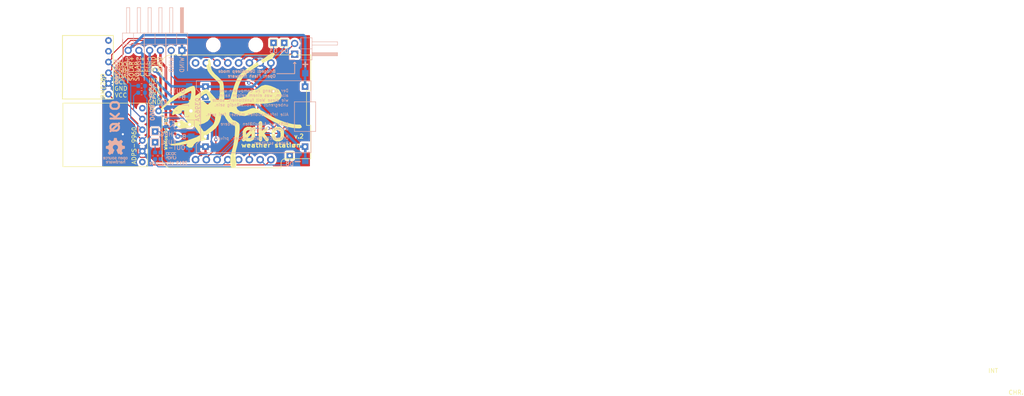
<source format=kicad_pcb>
(kicad_pcb (version 20171130) (host pcbnew 5.0.2-4.fc29)

  (general
    (thickness 1.6)
    (drawings 45)
    (tracks 175)
    (zones 0)
    (modules 32)
    (nets 27)
  )

  (page A4)
  (layers
    (0 F.Cu signal)
    (31 B.Cu signal)
    (32 B.Adhes user)
    (33 F.Adhes user)
    (34 B.Paste user)
    (35 F.Paste user)
    (36 B.SilkS user)
    (37 F.SilkS user)
    (38 B.Mask user)
    (39 F.Mask user)
    (40 Dwgs.User user)
    (41 Cmts.User user)
    (42 Eco1.User user)
    (43 Eco2.User user hide)
    (44 Edge.Cuts user)
    (45 Margin user)
    (46 B.CrtYd user)
    (47 F.CrtYd user)
    (48 B.Fab user hide)
    (49 F.Fab user)
  )

  (setup
    (last_trace_width 0.25)
    (user_trace_width 0.4)
    (user_trace_width 0.5)
    (user_trace_width 0.6)
    (trace_clearance 0.2)
    (zone_clearance 0.508)
    (zone_45_only no)
    (trace_min 0.2)
    (segment_width 0.2)
    (edge_width 0.001)
    (via_size 0.8)
    (via_drill 0.4)
    (via_min_size 0.4)
    (via_min_drill 0.3)
    (uvia_size 0.3)
    (uvia_drill 0.1)
    (uvias_allowed no)
    (uvia_min_size 0.2)
    (uvia_min_drill 0.1)
    (pcb_text_width 0.3)
    (pcb_text_size 1.5 1.5)
    (mod_edge_width 0.15)
    (mod_text_size 1 1)
    (mod_text_width 0.15)
    (pad_size 1.5 1.5)
    (pad_drill 0)
    (pad_to_mask_clearance 0)
    (solder_mask_min_width 0.25)
    (aux_axis_origin 128 81.5)
    (visible_elements FFFFFF7F)
    (pcbplotparams
      (layerselection 0x010fc_ffffffff)
      (usegerberextensions true)
      (usegerberattributes false)
      (usegerberadvancedattributes false)
      (creategerberjobfile false)
      (excludeedgelayer false)
      (linewidth 0.100000)
      (plotframeref false)
      (viasonmask false)
      (mode 1)
      (useauxorigin true)
      (hpglpennumber 1)
      (hpglpenspeed 20)
      (hpglpendiameter 15.000000)
      (psnegative false)
      (psa4output false)
      (plotreference true)
      (plotvalue true)
      (plotinvisibletext false)
      (padsonsilk false)
      (subtractmaskfromsilk true)
      (outputformat 1)
      (mirror false)
      (drillshape 0)
      (scaleselection 1)
      (outputdirectory ""))
  )

  (net 0 "")
  (net 1 5V)
  (net 2 GND)
  (net 3 SCL)
  (net 4 SDA)
  (net 5 3V3)
  (net 6 "Net-(U3-Pad6)")
  (net 7 VCC_SOLAR)
  (net 8 GND_SOLAR)
  (net 9 ANEMOMETER)
  (net 10 "Net-(JP1-Pad2)")
  (net 11 "Net-(JP1-Pad1)")
  (net 12 VCC_BAT)
  (net 13 GND_BAT)
  (net 14 "Net-(R1-Pad2)")
  (net 15 "Net-(U2-Pad7)")
  (net 16 "Net-(U2-Pad8)")
  (net 17 "Net-(U3-Pad1)")
  (net 18 "Net-(U4-Pad1)")
  (net 19 "Net-(U4-Pad2)")
  (net 20 BAT_CHARGING)
  (net 21 BAT_CHARGED)
  (net 22 GPIO3)
  (net 23 GPIO4)
  (net 24 GPIO8)
  (net 25 NCHRG)
  (net 26 NSTBY)

  (net_class Default "This is the default net class."
    (clearance 0.2)
    (trace_width 0.25)
    (via_dia 0.8)
    (via_drill 0.4)
    (uvia_dia 0.3)
    (uvia_drill 0.1)
    (add_net 3V3)
    (add_net 5V)
    (add_net ANEMOMETER)
    (add_net BAT_CHARGED)
    (add_net BAT_CHARGING)
    (add_net GND)
    (add_net GND_BAT)
    (add_net GND_SOLAR)
    (add_net GPIO3)
    (add_net GPIO4)
    (add_net GPIO8)
    (add_net NCHRG)
    (add_net NSTBY)
    (add_net "Net-(JP1-Pad1)")
    (add_net "Net-(JP1-Pad2)")
    (add_net "Net-(R1-Pad2)")
    (add_net "Net-(U2-Pad7)")
    (add_net "Net-(U2-Pad8)")
    (add_net "Net-(U3-Pad1)")
    (add_net "Net-(U3-Pad6)")
    (add_net "Net-(U4-Pad1)")
    (add_net "Net-(U4-Pad2)")
    (add_net SCL)
    (add_net SDA)
    (add_net VCC_BAT)
    (add_net VCC_SOLAR)
  )

  (module ant:ant (layer F.Cu) (tedit 5C3908AA) (tstamp 5C3960ED)
    (at 159.2 99.8)
    (descr "Imported from ant.svg")
    (tags svg2mod)
    (attr smd)
    (fp_text reference svg2mod (at 0 -16.47926) (layer F.SilkS) hide
      (effects (font (size 1.524 1.524) (thickness 0.3048)))
    )
    (fp_text value G*** (at 0 16.47926) (layer F.SilkS) hide
      (effects (font (size 1.524 1.524) (thickness 0.3048)))
    )
    (fp_poly (pts (xy 9.722176 -13.430868) (xy 9.013269 -13.233159) (xy 8.078872 -12.581828) (xy 7.656871 -12.249442)
      (xy 7.000661 -11.837849) (xy 6.175762 -11.35736) (xy 5.247695 -10.818284) (xy 4.281981 -10.230933)
      (xy 3.34414 -9.605615) (xy 2.499693 -8.952641) (xy 1.814161 -8.282321) (xy 1.353064 -7.604965)
      (xy 0.978555 -6.785137) (xy 0.686542 -6.048574) (xy 0.443437 -5.326439) (xy 0.215651 -4.549897)
      (xy -0.030405 -3.650112) (xy -0.32832 -2.558249) (xy -5.515097 -1.465832) (xy -5.634889 -1.180442)
      (xy -6.155269 -1.391724) (xy -6.858126 -2.086419) (xy -7.637667 -2.341034) (xy -8.397204 -2.362056)
      (xy -8.089313 -2.725043) (xy -7.523293 -3.329741) (xy -6.843526 -3.902506) (xy -6.194395 -4.16969)
      (xy -6.045715 -4.15404) (xy -5.671569 -3.579635) (xy -5.298614 -2.866928) (xy -4.934528 -1.982531)
      (xy -5.515097 -1.465832) (xy -0.32832 -2.558249) (xy -4.973655 0.658493) (xy -4.578479 0.752396)
      (xy -4.159921 1.314501) (xy -3.913333 1.253212) (xy -3.896067 1.607991) (xy -3.962271 2.408809)
      (xy -4.288946 3.260391) (xy -4.636152 3.645148) (xy -5.209552 4.158219) (xy -5.933996 4.743734)
      (xy -6.734337 5.345822) (xy -7.182773 4.634602) (xy -7.676265 3.923319) (xy -8.158534 3.287779)
      (xy -6.765864 2.890156) (xy -5.913305 2.381195) (xy -5.472916 1.842785) (xy -5.316755 1.356817)
      (xy -5.316882 1.005184) (xy -5.345355 0.869775) (xy -4.973655 0.658493) (xy -0.32832 -2.558249)
      (xy -1.121335 -2.414711) (xy -1.65586 -2.429032) (xy -2.052438 -2.391358) (xy -2.074026 -3.230892)
      (xy -2.104448 -4.191108) (xy -2.155227 -5.161753) (xy -2.237881 -6.032575) (xy -2.363932 -6.693323)
      (xy -3.075061 -7.421074) (xy -3.610929 -7.956757) (xy -4.218518 -8.481394) (xy -4.925312 -9.341115)
      (xy -5.215108 -10.121126) (xy -5.271015 -10.461184) (xy -5.247521 -10.936886) (xy -5.497947 -11.897119)
      (xy -6.030656 -11.291682) (xy -5.955725 -10.355543) (xy -5.692638 -9.489112) (xy -5.202427 -8.728631)
      (xy -4.580008 -8.053065) (xy -3.920296 -7.441383) (xy -3.318209 -6.872551) (xy -2.868661 -6.325536)
      (xy -2.805278 -5.574902) (xy -2.777344 -4.784992) (xy -2.804967 -3.977571) (xy -2.90826 -3.174405)
      (xy -3.107331 -2.397257) (xy -3.721614 -2.346393) (xy -4.376761 -3.073463) (xy -5.087282 -3.883393)
      (xy -5.697951 -4.56356) (xy -6.05354 -4.901339) (xy -6.56685 -4.74275) (xy -7.430915 -4.200304)
      (xy -8.331107 -3.553532) (xy -8.952797 -3.081967) (xy -8.865389 -4.117298) (xy -8.878887 -5.030323)
      (xy -9.054526 -5.609525) (xy -9.330712 -5.642097) (xy -9.881984 -5.472971) (xy -10.64317 -5.134487)
      (xy -11.549096 -4.658984) (xy -12.534592 -4.078802) (xy -13.534485 -3.426278) (xy -14.551277 -2.63512)
      (xy -15.433259 -1.809846) (xy -16.128072 -1.071053) (xy -16.583356 -0.539339) (xy -16.746752 -0.335302)
      (xy -16.560128 -0.507497) (xy -16.051188 -0.954868) (xy -15.296336 -1.573593) (xy -14.371973 -2.259848)
      (xy -13.354504 -2.909811) (xy -12.309629 -3.492526) (xy -11.34152 -4.008164) (xy -10.52728 -4.432381)
      (xy -9.944009 -4.74083) (xy -9.668808 -4.909164) (xy -9.527359 -4.382748) (xy -9.594282 -3.522784)
      (xy -9.782274 -2.538111) (xy -10.143084 -2.288954) (xy -9.930954 -2.08816) (xy -9.891828 -2.072509)
      (xy -9.915304 -1.978605) (xy -10.560887 -1.497353) (xy -11.028345 -1.438072) (xy -11.664249 -1.333023)
      (xy -12.823832 -0.929808) (xy -13.529655 -0.338759) (xy -13.894357 0.280745) (xy -14.030576 0.769325)
      (xy -14.050952 0.967603) (xy -13.653409 0.670118) (xy -12.568066 0.650681) (xy -12.174604 0.425158)
      (xy -12.016385 -0.163146) (xy -11.222121 -0.202273) (xy -11.218215 0.642855) (xy -11.002031 1.598729)
      (xy -10.68051 2.317774) (xy -10.267447 2.826101) (xy -10.638795 3.033756) (xy -11.077361 2.935655)
      (xy -11.760669 2.565859) (xy -12.067256 2.497441) (xy -12.591646 2.766637) (xy -13.530579 3.049122)
      (xy -13.137571 3.497223) (xy -12.53247 3.898689) (xy -11.981178 4.066404) (xy -10.831498 3.984863)
      (xy -9.978089 3.832478) (xy -9.378912 3.643486) (xy -8.99193 3.452122) (xy -8.135065 4.567221)
      (xy -7.403397 5.823175) (xy -7.891333 6.145761) (xy -8.334602 6.417895) (xy -9.002784 6.670507)
      (xy -9.768128 6.944804) (xy -10.592189 7.219983) (xy -11.617928 7.523549) (xy -12.601306 7.771443)
      (xy -13.469269 7.949998) (xy -14.148768 8.045548) (xy -14.419248 8.085965) (xy -14.060445 8.093774)
      (xy -13.399333 8.082547) (xy -12.762885 8.065858) (xy -12.478075 8.057279) (xy -12.183916 8.004387)
      (xy -11.415024 7.863678) (xy -10.34178 7.662104) (xy -10.663774 8.277565) (xy -10.193101 8.620698)
      (xy -9.58665 8.579926) (xy -9.361667 8.294612) (xy -9.136685 7.842702) (xy -8.530234 7.302142)
      (xy -7.440049 7.062245) (xy -6.616923 6.848544) (xy -6.221783 6.683947) (xy -6.436978 5.88577)
      (xy -5.545901 5.246402) (xy -4.891556 4.769867) (xy -4.637169 4.582866) (xy -4.07787 4.082568)
      (xy -3.555131 3.411752) (xy -3.12854 2.607646) (xy -2.857682 1.707482) (xy -2.802147 0.74849)
      (xy -2.101786 0.83848) (xy -1.688925 1.216003) (xy -1.413163 1.793161) (xy -0.783592 2.649953)
      (xy -0.189714 3.076126) (xy 0.310832 3.283228) (xy 0.66041 3.482809) (xy 0.801384 3.886418)
      (xy 0.801156 4.3937) (xy 0.769916 5.180743) (xy 0.692787 6.166729) (xy 0.554888 7.270841)
      (xy 0.331159 8.464012) (xy 0.08465 9.463531) (xy -0.127261 10.201072) (xy -0.247201 10.608313)
      (xy -0.363592 11.745402) (xy -0.305396 12.759733) (xy -0.247201 13.198473) (xy 0.017253 13.285768)
      (xy 0.652704 13.198473) (xy 0.811928 12.887546) (xy 0.774217 12.289) (xy 0.656894 11.485173)
      (xy 0.577282 10.558403) (xy 0.652704 9.59103) (xy 0.795096 9.015451) (xy 0.990652 8.275784)
      (xy 1.180909 7.407783) (xy 1.364849 6.307643) (xy 1.505847 5.213554) (xy 1.572091 4.236017)
      (xy 1.531767 3.48553) (xy 1.353064 3.072591) (xy 0.647697 2.594157) (xy 0.28716 2.480838)
      (xy 0.074182 2.445266) (xy -0.188511 2.200075) (xy -0.626484 1.616275) (xy -0.902015 1.027289)
      (xy -0.870748 0.393579) (xy -0.334169 0.177743) (xy 0.376585 0.484813) (xy 1.209481 0.814594)
      (xy 2.088524 1.06787) (xy 2.937722 1.145422) (xy 3.681078 0.948034) (xy 4.960424 0.483979)
      (xy 5.903627 0.414734) (xy 6.271239 0.455043) (xy 7.452724 1.176592) (xy 8.478769 1.779898)
      (xy 9.383587 2.279874) (xy 10.201389 2.691438) (xy 10.966387 3.029504) (xy 11.712793 3.308988)
      (xy 12.474818 3.544807) (xy 13.286674 3.751874) (xy 14.182573 3.945107) (xy 15.223839 4.043316)
      (xy 15.872828 4.062486) (xy 16.215222 3.906674) (xy 15.990207 3.510805) (xy 15.047193 3.485576)
      (xy 14.078574 3.351251) (xy 13.099045 3.12463) (xy 12.123299 2.82251) (xy 11.16603 2.461691)
      (xy 10.241933 2.058971) (xy 9.365702 1.631149) (xy 8.55203 1.195022) (xy 7.815613 0.767391)
      (xy 7.171143 0.365052) (xy 5.889508 -0.276471) (xy 4.970733 -0.424246) (xy 4.352031 -0.293773)
      (xy 3.970613 -0.10055) (xy 3.342884 0.152915) (xy 2.462539 0.365912) (xy 1.699019 0.328399)
      (xy 1.046067 -0.164068) (xy 0.785937 -0.874769) (xy 1.461573 -1.235088) (xy 2.243224 -1.530896)
      (xy 3.041536 -1.726671) (xy 3.767156 -1.786893) (xy 4.064384 -1.774745) (xy 4.537229 -1.755665)
      (xy 5.151035 -1.73824) (xy 5.871141 -1.731057) (xy 6.662891 -1.742704) (xy 7.491626 -1.781767)
      (xy 8.322688 -1.856835) (xy 9.121418 -1.976492) (xy 9.853159 -2.149329) (xy 10.483253 -2.38393)
      (xy 10.97704 -2.688884) (xy 11.299863 -3.072777) (xy 11.417063 -3.544197) (xy 11.293984 -4.111731)
      (xy 10.895965 -4.783966) (xy 9.875565 -5.296398) (xy 9.038685 -5.633785) (xy 8.360635 -5.820147)
      (xy 7.816727 -5.879502) (xy 7.691522 -5.875596) (xy 6.93934 -5.665623) (xy 6.402988 -5.265838)
      (xy 5.872166 -4.883354) (xy 5.136576 -4.725284) (xy 4.352183 -4.558981) (xy 3.911148 -4.124152)
      (xy 3.556578 -3.596671) (xy 3.031582 -3.152407) (xy 2.413883 -2.956301) (xy 1.624691 -2.812993)
      (xy 0.907069 -2.721157) (xy 0.885692 -3.527729) (xy 0.942691 -4.296523) (xy 1.090363 -5.064656)
      (xy 1.341004 -5.869249) (xy 1.706913 -6.74742) (xy 2.200386 -7.736288) (xy 2.652686 -8.25581)
      (xy 3.306038 -8.835488) (xy 4.102272 -9.445507) (xy 4.983218 -10.056054) (xy 5.890709 -10.637314)
      (xy 6.766574 -11.159472) (xy 7.552645 -11.592716) (xy 8.190753 -11.907229) (xy 8.622728 -12.073199)
      (xy 9.274892 -12.393223) (xy 9.576685 -12.834045) (xy 9.83173 -13.352628) (xy 9.722176 -13.430881)
      (xy 9.722176 -13.430868)) (layer F.SilkS) (width 0.338389))
  )

  (module "" (layer F.Cu) (tedit 0) (tstamp 0)
    (at 168.91 82.55)
    (fp_text reference "" (at 170.18 78.74) (layer F.SilkS)
      (effects (font (size 1.27 1.27) (thickness 0.15)))
    )
    (fp_text value "" (at 170.18 78.74) (layer F.SilkS)
      (effects (font (size 1.27 1.27) (thickness 0.15)))
    )
    (fp_text user INT (at 169.81 78.74) (layer F.SilkS)
      (effects (font (size 1 1) (thickness 0.15)))
    )
  )

  (module "" (layer F.Cu) (tedit 0) (tstamp 0)
    (at 172.72 82.55)
    (fp_text reference "" (at 171.4 83.87) (layer F.SilkS)
      (effects (font (size 1.27 1.27) (thickness 0.15)))
    )
    (fp_text value "" (at 171.4 83.87) (layer F.SilkS)
      (effects (font (size 1.27 1.27) (thickness 0.15)))
    )
    (fp_text user CHR. (at 171.4 83.87) (layer F.SilkS)
      (effects (font (size 1 1) (thickness 0.15)))
    )
  )

  (module oko:GY-BME280 (layer F.Cu) (tedit 5C50A64F) (tstamp 5C37DABA)
    (at 132.5 98.5 180)
    (path /5C36680F)
    (fp_text reference U4 (at 3.2 17.4 180) (layer F.SilkS) hide
      (effects (font (size 1 1) (thickness 0.15)))
    )
    (fp_text value GY-BME280 (at 9.2 0.4 180) (layer F.Fab) hide
      (effects (font (size 1 1) (thickness 0.15)))
    )
    (fp_text user SDO (at 8.3 10.1 180) (layer F.SilkS) hide
      (effects (font (size 1 1) (thickness 0.15)))
    )
    (fp_text user CSB (at 8.4 7.3 180) (layer F.SilkS) hide
      (effects (font (size 1 1) (thickness 0.15)))
    )
    (fp_text user SDA (at 8.3 5.9 180) (layer F.SilkS) hide
      (effects (font (size 1 1) (thickness 0.15)))
    )
    (fp_text user SCL (at 8.2 4.6 180) (layer F.SilkS) hide
      (effects (font (size 1 1) (thickness 0.15)))
    )
    (fp_text user GND (at 8.1 3.2 180) (layer F.SilkS) hide
      (effects (font (size 1 1) (thickness 0.15)))
    )
    (fp_text user VCC (at 8.5 8.6 180) (layer F.SilkS) hide
      (effects (font (size 1 1) (thickness 0.15)))
    )
    (fp_text user BME280 (at 11.1 6.1 270) (layer F.SilkS) hide
      (effects (font (size 1 1) (thickness 0.15)))
    )
    (fp_line (start 13.4 1.4) (end 13.4 16.4) (layer F.SilkS) (width 0.15))
    (fp_line (start 1.4 16.4) (end 13.4 16.4) (layer F.SilkS) (width 0.15))
    (fp_line (start 1.4 1.4) (end 13.4 1.4) (layer F.SilkS) (width 0.15))
    (fp_line (start 1.4 1.4) (end 1.4 16.4) (layer F.SilkS) (width 0.15))
    (pad 6 thru_hole circle (at 2.54 2.54 180) (size 1.524 1.524) (drill 0.762) (layers *.Cu *.Mask)
      (net 5 3V3))
    (pad 5 thru_hole circle (at 2.54 5.08 180) (size 1.524 1.524) (drill 0.762) (layers *.Cu *.Mask)
      (net 2 GND))
    (pad 4 thru_hole circle (at 2.54 7.62 180) (size 1.524 1.524) (drill 0.762) (layers *.Cu *.Mask)
      (net 3 SCL))
    (pad 3 thru_hole circle (at 2.54 10.16 180) (size 1.524 1.524) (drill 0.762) (layers *.Cu *.Mask)
      (net 4 SDA))
    (pad 2 thru_hole circle (at 2.54 12.7 180) (size 1.524 1.524) (drill 0.762) (layers *.Cu *.Mask)
      (net 19 "Net-(U4-Pad2)"))
    (pad 1 thru_hole circle (at 2.54 15.24 180) (size 1.524 1.524) (drill 0.762) (layers *.Cu *.Mask)
      (net 18 "Net-(U4-Pad1)"))
  )

  (module oko:GY-BME280 (layer F.Cu) (tedit 5C50A5BD) (tstamp 5C37DABA)
    (at 132.5 98.5 180)
    (path /5C36680F)
    (fp_text reference U4 (at 3.2 17.4 180) (layer F.SilkS) hide
      (effects (font (size 1 1) (thickness 0.15)))
    )
    (fp_text value GY-BME280 (at 9.2 0.4 180) (layer F.Fab) hide
      (effects (font (size 1 1) (thickness 0.15)))
    )
    (fp_text user SDO (at -0.4 9.6 180) (layer F.SilkS)
      (effects (font (size 1 1) (thickness 0.15)))
    )
    (fp_text user CSB (at -0.3 8.2 180) (layer F.SilkS)
      (effects (font (size 1 1) (thickness 0.15)))
    )
    (fp_text user SDA (at -0.3 6.8 180) (layer F.SilkS)
      (effects (font (size 1 1) (thickness 0.15)))
    )
    (fp_text user SCL (at -0.3 5.4 180) (layer F.SilkS)
      (effects (font (size 1 1) (thickness 0.15)))
    )
    (fp_text user GND (at -0.4 3.9 180) (layer F.SilkS)
      (effects (font (size 1 1) (thickness 0.15)))
    )
    (fp_text user VCC (at -0.4 2.3 180) (layer F.SilkS)
      (effects (font (size 1 1) (thickness 0.15)))
    )
    (fp_text user BME280 (at 3.8 4.5 270) (layer F.SilkS)
      (effects (font (size 1 1) (thickness 0.15)))
    )
    (fp_line (start 13.4 1.4) (end 13.4 16.4) (layer F.SilkS) (width 0.15))
    (fp_line (start 1.4 16.4) (end 13.4 16.4) (layer F.SilkS) (width 0.15))
    (fp_line (start 1.4 1.4) (end 13.4 1.4) (layer F.SilkS) (width 0.15))
    (fp_line (start 1.4 1.4) (end 1.4 16.4) (layer F.SilkS) (width 0.15))
    (pad 6 thru_hole circle (at 2.54 2.54 180) (size 1.524 1.524) (drill 0.762) (layers *.Cu *.Mask)
      (net 5 3V3))
    (pad 5 thru_hole circle (at 2.54 5.08 180) (size 1.524 1.524) (drill 0.762) (layers *.Cu *.Mask)
      (net 2 GND))
    (pad 4 thru_hole circle (at 2.54 7.62 180) (size 1.524 1.524) (drill 0.762) (layers *.Cu *.Mask)
      (net 3 SCL))
    (pad 3 thru_hole circle (at 2.54 10.16 180) (size 1.524 1.524) (drill 0.762) (layers *.Cu *.Mask)
      (net 4 SDA))
    (pad 2 thru_hole circle (at 2.54 12.7 180) (size 1.524 1.524) (drill 0.762) (layers *.Cu *.Mask)
      (net 19 "Net-(U4-Pad2)"))
    (pad 1 thru_hole circle (at 2.54 15.24 180) (size 1.524 1.524) (drill 0.762) (layers *.Cu *.Mask)
      (net 18 "Net-(U4-Pad1)"))
  )

  (module oko:APDS-9960 (layer F.Cu) (tedit 5C390407) (tstamp 5C37DAA5)
    (at 140.5 114.5 180)
    (path /5C366782)
    (fp_text reference U3 (at 12.7 15.24 180) (layer F.SilkS) hide
      (effects (font (size 1 1) (thickness 0.15)))
    )
    (fp_text value APDS-9900 (at 7.62 17.78 180) (layer F.Fab) hide
      (effects (font (size 1 1) (thickness 0.15)))
    )
    (fp_line (start 1.3 1.44) (end 1.3 16.44) (layer F.SilkS) (width 0.15))
    (fp_line (start 1.3 1.44) (end 21.3 1.44) (layer F.SilkS) (width 0.15))
    (fp_line (start 21.3 1.44) (end 21.3 16.44) (layer F.SilkS) (width 0.15))
    (fp_line (start 21.3 16.44) (end 1.3 16.44) (layer F.SilkS) (width 0.15))
    (fp_text user "VL " (at -0.2 15.44 180) (layer F.SilkS)
      (effects (font (size 1 1) (thickness 0.15)))
    )
    (fp_text user GND (at -0.3 16.71 180) (layer F.SilkS)
      (effects (font (size 1 1) (thickness 0.15)))
    )
    (fp_text user VCC (at -0.4 17.98 180) (layer F.SilkS)
      (effects (font (size 1 1) (thickness 0.15)))
    )
    (fp_text user SDA (at -0.3 19.25 180) (layer F.SilkS)
      (effects (font (size 1 1) (thickness 0.15)))
    )
    (fp_text user SCL (at -0.3 20.52 180) (layer F.SilkS)
      (effects (font (size 1 1) (thickness 0.15)))
    )
    (fp_text user INT (at -0.1 21.79 180) (layer F.SilkS)
      (effects (font (size 1 1) (thickness 0.15)))
    )
    (fp_text user ADPS-9960 (at 4.5 6.4 270) (layer F.SilkS)
      (effects (font (size 1 1) (thickness 0.15)))
    )
    (pad 1 thru_hole circle (at 2.54 2.54 180) (size 1.524 1.524) (drill 0.762) (layers *.Cu *.Mask)
      (net 17 "Net-(U3-Pad1)"))
    (pad 2 thru_hole circle (at 2.54 5.08 180) (size 1.524 1.524) (drill 0.762) (layers *.Cu *.Mask)
      (net 2 GND))
    (pad 3 thru_hole circle (at 2.54 7.62 180) (size 1.524 1.524) (drill 0.762) (layers *.Cu *.Mask)
      (net 5 3V3))
    (pad 4 thru_hole circle (at 2.54 10.16 180) (size 1.524 1.524) (drill 0.762) (layers *.Cu *.Mask)
      (net 4 SDA))
    (pad 5 thru_hole circle (at 2.54 12.7 180) (size 1.524 1.524) (drill 0.762) (layers *.Cu *.Mask)
      (net 3 SCL))
    (pad 6 thru_hole circle (at 2.54 15.24 180) (size 1.524 1.524) (drill 0.762) (layers *.Cu *.Mask)
      (net 6 "Net-(U3-Pad6)"))
  )

  (module Pin_Headers:Pin_Header_Angled_1x02_Pitch2.54mm (layer B.Cu) (tedit 59650532) (tstamp 5C37DA77)
    (at 173.9 86.5)
    (descr "Through hole angled pin header, 1x02, 2.54mm pitch, 6mm pin length, single row")
    (tags "Through hole angled pin header THT 1x02 2.54mm single row")
    (path /5C3808D5)
    (fp_text reference JP1 (at 4.385 2.27) (layer B.SilkS) hide
      (effects (font (size 1 1) (thickness 0.15)) (justify mirror))
    )
    (fp_text value Jumper (at 4.385 -4.81) (layer B.Fab)
      (effects (font (size 1 1) (thickness 0.15)) (justify mirror))
    )
    (fp_line (start 2.135 1.27) (end 4.04 1.27) (layer B.Fab) (width 0.1))
    (fp_line (start 4.04 1.27) (end 4.04 -3.81) (layer B.Fab) (width 0.1))
    (fp_line (start 4.04 -3.81) (end 1.5 -3.81) (layer B.Fab) (width 0.1))
    (fp_line (start 1.5 -3.81) (end 1.5 0.635) (layer B.Fab) (width 0.1))
    (fp_line (start 1.5 0.635) (end 2.135 1.27) (layer B.Fab) (width 0.1))
    (fp_line (start -0.32 0.32) (end 1.5 0.32) (layer B.Fab) (width 0.1))
    (fp_line (start -0.32 0.32) (end -0.32 -0.32) (layer B.Fab) (width 0.1))
    (fp_line (start -0.32 -0.32) (end 1.5 -0.32) (layer B.Fab) (width 0.1))
    (fp_line (start 4.04 0.32) (end 10.04 0.32) (layer B.Fab) (width 0.1))
    (fp_line (start 10.04 0.32) (end 10.04 -0.32) (layer B.Fab) (width 0.1))
    (fp_line (start 4.04 -0.32) (end 10.04 -0.32) (layer B.Fab) (width 0.1))
    (fp_line (start -0.32 -2.22) (end 1.5 -2.22) (layer B.Fab) (width 0.1))
    (fp_line (start -0.32 -2.22) (end -0.32 -2.86) (layer B.Fab) (width 0.1))
    (fp_line (start -0.32 -2.86) (end 1.5 -2.86) (layer B.Fab) (width 0.1))
    (fp_line (start 4.04 -2.22) (end 10.04 -2.22) (layer B.Fab) (width 0.1))
    (fp_line (start 10.04 -2.22) (end 10.04 -2.86) (layer B.Fab) (width 0.1))
    (fp_line (start 4.04 -2.86) (end 10.04 -2.86) (layer B.Fab) (width 0.1))
    (fp_line (start 1.44 1.33) (end 1.44 -3.87) (layer B.SilkS) (width 0.12))
    (fp_line (start 1.44 -3.87) (end 4.1 -3.87) (layer B.SilkS) (width 0.12))
    (fp_line (start 4.1 -3.87) (end 4.1 1.33) (layer B.SilkS) (width 0.12))
    (fp_line (start 4.1 1.33) (end 1.44 1.33) (layer B.SilkS) (width 0.12))
    (fp_line (start 4.1 0.38) (end 10.1 0.38) (layer B.SilkS) (width 0.12))
    (fp_line (start 10.1 0.38) (end 10.1 -0.38) (layer B.SilkS) (width 0.12))
    (fp_line (start 10.1 -0.38) (end 4.1 -0.38) (layer B.SilkS) (width 0.12))
    (fp_line (start 4.1 0.32) (end 10.1 0.32) (layer B.SilkS) (width 0.12))
    (fp_line (start 4.1 0.2) (end 10.1 0.2) (layer B.SilkS) (width 0.12))
    (fp_line (start 4.1 0.08) (end 10.1 0.08) (layer B.SilkS) (width 0.12))
    (fp_line (start 4.1 -0.04) (end 10.1 -0.04) (layer B.SilkS) (width 0.12))
    (fp_line (start 4.1 -0.16) (end 10.1 -0.16) (layer B.SilkS) (width 0.12))
    (fp_line (start 4.1 -0.28) (end 10.1 -0.28) (layer B.SilkS) (width 0.12))
    (fp_line (start 1.11 0.38) (end 1.44 0.38) (layer B.SilkS) (width 0.12))
    (fp_line (start 1.11 -0.38) (end 1.44 -0.38) (layer B.SilkS) (width 0.12))
    (fp_line (start 1.44 -1.27) (end 4.1 -1.27) (layer B.SilkS) (width 0.12))
    (fp_line (start 4.1 -2.16) (end 10.1 -2.16) (layer B.SilkS) (width 0.12))
    (fp_line (start 10.1 -2.16) (end 10.1 -2.92) (layer B.SilkS) (width 0.12))
    (fp_line (start 10.1 -2.92) (end 4.1 -2.92) (layer B.SilkS) (width 0.12))
    (fp_line (start 1.042929 -2.16) (end 1.44 -2.16) (layer B.SilkS) (width 0.12))
    (fp_line (start 1.042929 -2.92) (end 1.44 -2.92) (layer B.SilkS) (width 0.12))
    (fp_line (start -1.27 0) (end -1.27 1.27) (layer B.SilkS) (width 0.12))
    (fp_line (start -1.27 1.27) (end 0 1.27) (layer B.SilkS) (width 0.12))
    (fp_line (start -1.8 1.8) (end -1.8 -4.35) (layer B.CrtYd) (width 0.05))
    (fp_line (start -1.8 -4.35) (end 10.55 -4.35) (layer B.CrtYd) (width 0.05))
    (fp_line (start 10.55 -4.35) (end 10.55 1.8) (layer B.CrtYd) (width 0.05))
    (fp_line (start 10.55 1.8) (end -1.8 1.8) (layer B.CrtYd) (width 0.05))
    (fp_text user %R (at 2.77 -1.27 -90) (layer B.Fab)
      (effects (font (size 1 1) (thickness 0.15)) (justify mirror))
    )
    (pad 1 thru_hole rect (at 0 0) (size 1.7 1.7) (drill 1) (layers *.Cu *.Mask)
      (net 11 "Net-(JP1-Pad1)"))
    (pad 2 thru_hole oval (at 0 -2.54) (size 1.7 1.7) (drill 1) (layers *.Cu *.Mask)
      (net 10 "Net-(JP1-Pad2)"))
    (model ${KISYS3DMOD}/Pin_Headers.3dshapes/Pin_Header_Angled_1x02_Pitch2.54mm.wrl
      (at (xyz 0 0 0))
      (scale (xyz 1 1 1))
      (rotate (xyz 0 0 0))
    )
  )

  (module Capacitors_ThroughHole:C_Rect_L4.6mm_W2.0mm_P2.50mm_MKS02_FKP02 (layer B.Cu) (tedit 5C570890) (tstamp 5C37BB2B)
    (at 146.6 103.1)
    (descr "C, Rect series, Radial, pin pitch=2.50mm, , length*width=4.6*2mm^2, Capacitor, http://www.wima.de/DE/WIMA_MKS_02.pdf")
    (tags "C Rect series Radial pin pitch 2.50mm  length 4.6mm width 2mm Capacitor")
    (path /5C36B0BF)
    (fp_text reference C1 (at -2.3 0) (layer B.SilkS) hide
      (effects (font (size 1 1) (thickness 0.15)) (justify mirror))
    )
    (fp_text value 100n (at 1.25 -2.31) (layer B.Fab) hide
      (effects (font (size 1 1) (thickness 0.15)) (justify mirror))
    )
    (fp_text user %R (at 1.25 0) (layer B.Fab)
      (effects (font (size 1 1) (thickness 0.15)) (justify mirror))
    )
    (fp_line (start 3.9 1.35) (end -1.4 1.35) (layer B.CrtYd) (width 0.05))
    (fp_line (start 3.9 -1.35) (end 3.9 1.35) (layer B.CrtYd) (width 0.05))
    (fp_line (start -1.4 -1.35) (end 3.9 -1.35) (layer B.CrtYd) (width 0.05))
    (fp_line (start -1.4 1.35) (end -1.4 -1.35) (layer B.CrtYd) (width 0.05))
    (fp_line (start 3.61 1.06) (end 3.61 -1.06) (layer B.SilkS) (width 0.12))
    (fp_line (start -1.11 1.06) (end -1.11 -1.06) (layer B.SilkS) (width 0.12))
    (fp_line (start -1.11 -1.06) (end 3.61 -1.06) (layer B.SilkS) (width 0.12))
    (fp_line (start -1.11 1.06) (end 3.61 1.06) (layer B.SilkS) (width 0.12))
    (fp_line (start 3.55 1) (end -1.05 1) (layer B.Fab) (width 0.1))
    (fp_line (start 3.55 -1) (end 3.55 1) (layer B.Fab) (width 0.1))
    (fp_line (start -1.05 -1) (end 3.55 -1) (layer B.Fab) (width 0.1))
    (fp_line (start -1.05 1) (end -1.05 -1) (layer B.Fab) (width 0.1))
    (pad 2 thru_hole circle (at 2.5 0) (size 1.4 1.4) (drill 0.7) (layers *.Cu *.Mask)
      (net 9 ANEMOMETER))
    (pad 1 thru_hole circle (at 0 0) (size 1.4 1.4) (drill 0.7) (layers *.Cu *.Mask)
      (net 2 GND))
    (model ${KISYS3DMOD}/Capacitors_THT.3dshapes/C_Rect_L4.6mm_W2.0mm_P2.50mm_MKS02_FKP02.wrl
      (at (xyz 0 0 0))
      (scale (xyz 1 1 1))
      (rotate (xyz 0 0 0))
    )
  )

  (module Pin_Headers:Pin_Header_Angled_1x06_Pitch2.54mm (layer B.Cu) (tedit 5C51593B) (tstamp 5C37DA44)
    (at 147.3 85.6 90)
    (descr "Through hole angled pin header, 1x06, 2.54mm pitch, 6mm pin length, single row")
    (tags "Through hole angled pin header THT 1x06 2.54mm single row")
    (path /5C389FC7)
    (fp_text reference J7 (at 4.385 2.27 90) (layer B.SilkS) hide
      (effects (font (size 1 1) (thickness 0.15)) (justify mirror))
    )
    (fp_text value Conn_01x06 (at 4.385 -14.97 90) (layer B.Fab)
      (effects (font (size 1 1) (thickness 0.15)) (justify mirror))
    )
    (fp_text user %R (at 2.77 -6.35) (layer B.Fab)
      (effects (font (size 1 1) (thickness 0.15)) (justify mirror))
    )
    (fp_line (start 10.55 1.8) (end -1.8 1.8) (layer B.CrtYd) (width 0.05))
    (fp_line (start 10.55 -14.5) (end 10.55 1.8) (layer B.CrtYd) (width 0.05))
    (fp_line (start -1.8 -14.5) (end 10.55 -14.5) (layer B.CrtYd) (width 0.05))
    (fp_line (start -1.8 1.8) (end -1.8 -14.5) (layer B.CrtYd) (width 0.05))
    (fp_line (start -1.27 1.27) (end 0 1.27) (layer B.SilkS) (width 0.12))
    (fp_line (start -1.27 0) (end -1.27 1.27) (layer B.SilkS) (width 0.12))
    (fp_line (start 1.042929 -13.08) (end 1.44 -13.08) (layer B.SilkS) (width 0.12))
    (fp_line (start 1.042929 -12.32) (end 1.44 -12.32) (layer B.SilkS) (width 0.12))
    (fp_line (start 10.1 -13.08) (end 4.1 -13.08) (layer B.SilkS) (width 0.12))
    (fp_line (start 10.1 -12.32) (end 10.1 -13.08) (layer B.SilkS) (width 0.12))
    (fp_line (start 4.1 -12.32) (end 10.1 -12.32) (layer B.SilkS) (width 0.12))
    (fp_line (start 1.44 -11.43) (end 4.1 -11.43) (layer B.SilkS) (width 0.12))
    (fp_line (start 1.042929 -10.54) (end 1.44 -10.54) (layer B.SilkS) (width 0.12))
    (fp_line (start 1.042929 -9.78) (end 1.44 -9.78) (layer B.SilkS) (width 0.12))
    (fp_line (start 10.1 -10.54) (end 4.1 -10.54) (layer B.SilkS) (width 0.12))
    (fp_line (start 10.1 -9.78) (end 10.1 -10.54) (layer B.SilkS) (width 0.12))
    (fp_line (start 4.1 -9.78) (end 10.1 -9.78) (layer B.SilkS) (width 0.12))
    (fp_line (start 1.44 -8.89) (end 4.1 -8.89) (layer B.SilkS) (width 0.12))
    (fp_line (start 1.042929 -8) (end 1.44 -8) (layer B.SilkS) (width 0.12))
    (fp_line (start 1.042929 -7.24) (end 1.44 -7.24) (layer B.SilkS) (width 0.12))
    (fp_line (start 10.1 -8) (end 4.1 -8) (layer B.SilkS) (width 0.12))
    (fp_line (start 10.1 -7.24) (end 10.1 -8) (layer B.SilkS) (width 0.12))
    (fp_line (start 4.1 -7.24) (end 10.1 -7.24) (layer B.SilkS) (width 0.12))
    (fp_line (start 1.44 -6.35) (end 4.1 -6.35) (layer B.SilkS) (width 0.12))
    (fp_line (start 1.042929 -5.46) (end 1.44 -5.46) (layer B.SilkS) (width 0.12))
    (fp_line (start 1.042929 -4.7) (end 1.44 -4.7) (layer B.SilkS) (width 0.12))
    (fp_line (start 10.1 -5.46) (end 4.1 -5.46) (layer B.SilkS) (width 0.12))
    (fp_line (start 10.1 -4.7) (end 10.1 -5.46) (layer B.SilkS) (width 0.12))
    (fp_line (start 4.1 -4.7) (end 10.1 -4.7) (layer B.SilkS) (width 0.12))
    (fp_line (start 1.44 -3.81) (end 4.1 -3.81) (layer B.SilkS) (width 0.12))
    (fp_line (start 1.042929 -2.92) (end 1.44 -2.92) (layer B.SilkS) (width 0.12))
    (fp_line (start 1.042929 -2.16) (end 1.44 -2.16) (layer B.SilkS) (width 0.12))
    (fp_line (start 10.1 -2.92) (end 4.1 -2.92) (layer B.SilkS) (width 0.12))
    (fp_line (start 10.1 -2.16) (end 10.1 -2.92) (layer B.SilkS) (width 0.12))
    (fp_line (start 4.1 -2.16) (end 10.1 -2.16) (layer B.SilkS) (width 0.12))
    (fp_line (start 1.44 -1.27) (end 4.1 -1.27) (layer B.SilkS) (width 0.12))
    (fp_line (start 1.11 -0.38) (end 1.44 -0.38) (layer B.SilkS) (width 0.12))
    (fp_line (start 1.11 0.38) (end 1.44 0.38) (layer B.SilkS) (width 0.12))
    (fp_line (start 4.1 -0.28) (end 10.1 -0.28) (layer B.SilkS) (width 0.12))
    (fp_line (start 4.1 -0.16) (end 10.1 -0.16) (layer B.SilkS) (width 0.12))
    (fp_line (start 4.1 -0.04) (end 10.1 -0.04) (layer B.SilkS) (width 0.12))
    (fp_line (start 4.1 0.08) (end 10.1 0.08) (layer B.SilkS) (width 0.12))
    (fp_line (start 4.1 0.2) (end 10.1 0.2) (layer B.SilkS) (width 0.12))
    (fp_line (start 4.1 0.32) (end 10.1 0.32) (layer B.SilkS) (width 0.12))
    (fp_line (start 10.1 -0.38) (end 4.1 -0.38) (layer B.SilkS) (width 0.12))
    (fp_line (start 10.1 0.38) (end 10.1 -0.38) (layer B.SilkS) (width 0.12))
    (fp_line (start 4.1 0.38) (end 10.1 0.38) (layer B.SilkS) (width 0.12))
    (fp_line (start 4.1 1.33) (end 1.44 1.33) (layer B.SilkS) (width 0.12))
    (fp_line (start 4.1 -14.03) (end 4.1 1.33) (layer B.SilkS) (width 0.12))
    (fp_line (start 1.44 -14.03) (end 4.1 -14.03) (layer B.SilkS) (width 0.12))
    (fp_line (start 1.44 1.33) (end 1.44 -14.03) (layer B.SilkS) (width 0.12))
    (fp_line (start 4.04 -13.02) (end 10.04 -13.02) (layer B.Fab) (width 0.1))
    (fp_line (start 10.04 -12.38) (end 10.04 -13.02) (layer B.Fab) (width 0.1))
    (fp_line (start 4.04 -12.38) (end 10.04 -12.38) (layer B.Fab) (width 0.1))
    (fp_line (start -0.32 -13.02) (end 1.5 -13.02) (layer B.Fab) (width 0.1))
    (fp_line (start -0.32 -12.38) (end -0.32 -13.02) (layer B.Fab) (width 0.1))
    (fp_line (start -0.32 -12.38) (end 1.5 -12.38) (layer B.Fab) (width 0.1))
    (fp_line (start 4.04 -10.48) (end 10.04 -10.48) (layer B.Fab) (width 0.1))
    (fp_line (start 10.04 -9.84) (end 10.04 -10.48) (layer B.Fab) (width 0.1))
    (fp_line (start 4.04 -9.84) (end 10.04 -9.84) (layer B.Fab) (width 0.1))
    (fp_line (start -0.32 -10.48) (end 1.5 -10.48) (layer B.Fab) (width 0.1))
    (fp_line (start -0.32 -9.84) (end -0.32 -10.48) (layer B.Fab) (width 0.1))
    (fp_line (start -0.32 -9.84) (end 1.5 -9.84) (layer B.Fab) (width 0.1))
    (fp_line (start 4.04 -7.94) (end 10.04 -7.94) (layer B.Fab) (width 0.1))
    (fp_line (start 10.04 -7.3) (end 10.04 -7.94) (layer B.Fab) (width 0.1))
    (fp_line (start 4.04 -7.3) (end 10.04 -7.3) (layer B.Fab) (width 0.1))
    (fp_line (start -0.32 -7.94) (end 1.5 -7.94) (layer B.Fab) (width 0.1))
    (fp_line (start -0.32 -7.3) (end -0.32 -7.94) (layer B.Fab) (width 0.1))
    (fp_line (start -0.32 -7.3) (end 1.5 -7.3) (layer B.Fab) (width 0.1))
    (fp_line (start 4.04 -5.4) (end 10.04 -5.4) (layer B.Fab) (width 0.1))
    (fp_line (start 10.04 -4.76) (end 10.04 -5.4) (layer B.Fab) (width 0.1))
    (fp_line (start 4.04 -4.76) (end 10.04 -4.76) (layer B.Fab) (width 0.1))
    (fp_line (start -0.32 -5.4) (end 1.5 -5.4) (layer B.Fab) (width 0.1))
    (fp_line (start -0.32 -4.76) (end -0.32 -5.4) (layer B.Fab) (width 0.1))
    (fp_line (start -0.32 -4.76) (end 1.5 -4.76) (layer B.Fab) (width 0.1))
    (fp_line (start 4.04 -2.86) (end 10.04 -2.86) (layer B.Fab) (width 0.1))
    (fp_line (start 10.04 -2.22) (end 10.04 -2.86) (layer B.Fab) (width 0.1))
    (fp_line (start 4.04 -2.22) (end 10.04 -2.22) (layer B.Fab) (width 0.1))
    (fp_line (start -0.32 -2.86) (end 1.5 -2.86) (layer B.Fab) (width 0.1))
    (fp_line (start -0.32 -2.22) (end -0.32 -2.86) (layer B.Fab) (width 0.1))
    (fp_line (start -0.32 -2.22) (end 1.5 -2.22) (layer B.Fab) (width 0.1))
    (fp_line (start 4.04 -0.32) (end 10.04 -0.32) (layer B.Fab) (width 0.1))
    (fp_line (start 10.04 0.32) (end 10.04 -0.32) (layer B.Fab) (width 0.1))
    (fp_line (start 4.04 0.32) (end 10.04 0.32) (layer B.Fab) (width 0.1))
    (fp_line (start -0.32 -0.32) (end 1.5 -0.32) (layer B.Fab) (width 0.1))
    (fp_line (start -0.32 0.32) (end -0.32 -0.32) (layer B.Fab) (width 0.1))
    (fp_line (start -0.32 0.32) (end 1.5 0.32) (layer B.Fab) (width 0.1))
    (fp_line (start 1.5 0.635) (end 2.135 1.27) (layer B.Fab) (width 0.1))
    (fp_line (start 1.5 -13.97) (end 1.5 0.635) (layer B.Fab) (width 0.1))
    (fp_line (start 4.04 -13.97) (end 1.5 -13.97) (layer B.Fab) (width 0.1))
    (fp_line (start 4.04 1.27) (end 4.04 -13.97) (layer B.Fab) (width 0.1))
    (fp_line (start 2.135 1.27) (end 4.04 1.27) (layer B.Fab) (width 0.1))
    (pad 6 thru_hole oval (at 0 -12.7 90) (size 1.7 1.7) (drill 1) (layers *.Cu *.Mask)
      (net 7 VCC_SOLAR))
    (pad 5 thru_hole oval (at 0 -10.16 90) (size 1.7 1.7) (drill 1) (layers *.Cu *.Mask)
      (net 8 GND_SOLAR))
    (pad 4 thru_hole oval (at 0 -7.62 90) (size 1.7 1.7) (drill 1) (layers *.Cu *.Mask)
      (net 12 VCC_BAT))
    (pad 3 thru_hole oval (at 0 -5.08 90) (size 1.7 1.7) (drill 1) (layers *.Cu *.Mask)
      (net 13 GND_BAT))
    (pad 2 thru_hole oval (at 0 -2.54 90) (size 1.7 1.7) (drill 1) (layers *.Cu *.Mask)
      (net 9 ANEMOMETER))
    (pad 1 thru_hole rect (at 0 0 90) (size 1.7 1.7) (drill 1) (layers *.Cu *.Mask)
      (net 2 GND))
    (model ${KISYS3DMOD}/Pin_Headers.3dshapes/Pin_Header_Angled_1x06_Pitch2.54mm.wrl
      (at (xyz 0 0 0))
      (scale (xyz 1 1 1))
      (rotate (xyz 0 0 0))
    )
  )

  (module oko:03962A (layer B.Cu) (tedit 5C39021A) (tstamp 5C37DA90)
    (at 177.75 92.75 180)
    (path /5C3666E0)
    (fp_text reference U1 (at 2.3 0.8 180) (layer B.SilkS) hide
      (effects (font (size 1 1) (thickness 0.15)) (justify mirror))
    )
    (fp_text value 03962A (at 5.75 -1.05 180) (layer B.Fab)
      (effects (font (size 1 1) (thickness 0.15)) (justify mirror))
    )
    (fp_line (start 27.056963 -17.011121) (end 0.056963 -17.011121) (layer B.SilkS) (width 0.15))
    (fp_line (start 0.056963 -0.011121) (end 27.056963 -0.011121) (layer B.SilkS) (width 0.15))
    (fp_line (start 27.056963 -0.011121) (end 27.056963 -2.011121) (layer B.SilkS) (width 0.15))
    (fp_line (start 27.056963 -2.011121) (end 26.056963 -3.011121) (layer B.SilkS) (width 0.15))
    (fp_line (start 26.056963 -3.011121) (end 26.056963 -14.011121) (layer B.SilkS) (width 0.15))
    (fp_line (start 26.056963 -14.011121) (end 27.056963 -15.011121) (layer B.SilkS) (width 0.15))
    (fp_line (start 27.056963 -15.011121) (end 27.056963 -17.011121) (layer B.SilkS) (width 0.15))
    (fp_line (start -1.1 -6) (end -1.1 -12) (layer B.SilkS) (width 0.15))
    (fp_line (start -1.1 -12) (end 3.9 -12) (layer B.SilkS) (width 0.15))
    (fp_line (start 3.9 -12) (end 3.9 -5) (layer B.SilkS) (width 0.15))
    (fp_line (start 3.9 -5) (end -1.1 -5) (layer B.SilkS) (width 0.15))
    (fp_line (start -1.1 -5) (end -1.1 -6) (layer B.SilkS) (width 0.15))
    (fp_line (start 0 0) (end 0 -5) (layer B.SilkS) (width 0.15))
    (fp_line (start 0 -12) (end 0 -17) (layer B.SilkS) (width 0.15))
    (fp_text user 03962A (at 26.75 -6.85 270) (layer B.SilkS)
      (effects (font (size 1 1) (thickness 0.15)) (justify mirror))
    )
    (pad 1 thru_hole rect (at 1.4 -1.4 180) (size 1.524 1.524) (drill 0.762) (layers *.Cu *.Mask)
      (net 7 VCC_SOLAR))
    (pad 2 thru_hole rect (at 24.9 -1.4 180) (size 1.524 1.524) (drill 0.762) (layers *.Cu *.Mask)
      (net 1 5V))
    (pad 3 thru_hole rect (at 24.9 -3.8 180) (size 1.524 1.524) (drill 0.762) (layers *.Cu *.Mask)
      (net 12 VCC_BAT))
    (pad 4 thru_hole rect (at 24.9 -13.2 180) (size 1.524 1.524) (drill 0.762) (layers *.Cu *.Mask)
      (net 13 GND_BAT))
    (pad 5 thru_hole rect (at 24.9 -15.6 180) (size 1.524 1.524) (drill 0.762) (layers *.Cu *.Mask)
      (net 2 GND))
    (pad 6 thru_hole rect (at 1.4 -15.6 180) (size 1.524 1.524) (drill 0.762) (layers *.Cu *.Mask)
      (net 8 GND_SOLAR))
  )

  (module oko:wemos-d1-mini-connectors-only (layer F.Cu) (tedit 5C3934BE) (tstamp 5C38D9A2)
    (at 159.4 100 180)
    (path /5C36643E)
    (fp_text reference U2 (at -19.3 0 270) (layer F.SilkS) hide
      (effects (font (size 1 1) (thickness 0.15)))
    )
    (fp_text value "WeMos D1 mini" (at 15.9 -5.1 90) (layer F.SilkS)
      (effects (font (size 0.7 0.7) (thickness 0.15)))
    )
    (fp_line (start -18.3 13.33) (end 14.78 13.33) (layer F.SilkS) (width 0.15))
    (fp_line (start 16.78 11.33) (end 16.78 -11.33) (layer F.SilkS) (width 0.15))
    (fp_line (start 14.78 -13.33) (end -11.3 -13.33) (layer F.SilkS) (width 0.15))
    (fp_line (start -18.3 -11.18) (end -18.3 -3.32) (layer F.SilkS) (width 0.15))
    (fp_line (start -18.3 -3.32) (end -17.3 -3.32) (layer F.SilkS) (width 0.15))
    (fp_line (start -17.3 -3.32) (end -17.3 4.9) (layer F.SilkS) (width 0.15))
    (fp_line (start -17.3 4.9) (end -18.3 4.9) (layer F.SilkS) (width 0.15))
    (fp_line (start -18.3 4.9) (end -18.3 13.329999) (layer F.SilkS) (width 0.15))
    (fp_line (start -11.48 -13.5) (end 14.85 -13.5) (layer F.CrtYd) (width 0.05))
    (fp_line (start 16.94 -11.5) (end 16.94 11.5) (layer F.CrtYd) (width 0.05))
    (fp_line (start 14.94 13.5) (end -18.46 13.5) (layer F.CrtYd) (width 0.05))
    (fp_line (start -18.46 13.5) (end -18.46 -11.33) (layer F.CrtYd) (width 0.05))
    (fp_arc (start 14.78 -11.33) (end 14.78 -13.33) (angle 90) (layer F.SilkS) (width 0.15))
    (fp_arc (start 14.78 11.33) (end 16.78 11.33) (angle 90) (layer F.SilkS) (width 0.15))
    (fp_arc (start 14.94 11.5) (end 16.94 11.5) (angle 90) (layer F.CrtYd) (width 0.05))
    (fp_arc (start 14.94 -11.5) (end 14.85 -13.5) (angle 92.57657183) (layer F.CrtYd) (width 0.05))
    (fp_line (start -18.3 -11.18) (end -12.3 -11.18) (layer F.SilkS) (width 0.15))
    (fp_arc (start -12.3 -12.18) (end -11.3 -12.18) (angle 90) (layer F.SilkS) (width 0.15))
    (fp_line (start -11.3 -12.17) (end -11.3 -13.33) (layer F.SilkS) (width 0.15))
    (fp_line (start -11.3 -13.33) (end -11.3 -13.33) (layer F.SilkS) (width 0.15))
    (fp_line (start -11.48 -13.5) (end -11.48 -12.33) (layer F.CrtYd) (width 0.05))
    (fp_line (start -18.46 -11.33) (end -12.48 -11.33) (layer F.CrtYd) (width 0.05))
    (fp_arc (start -12.48 -12.33) (end -11.48 -12.33) (angle 90) (layer F.CrtYd) (width 0.05))
    (pad 16 thru_hole circle (at -8.89 -11.43 180) (size 1.8 1.8) (drill 1.016) (layers *.Cu *.Mask)
      (net 5 3V3))
    (pad 1 thru_hole circle (at -8.89 11.43 180) (size 1.8 1.8) (drill 1.016) (layers *.Cu *.Mask)
      (net 1 5V))
    (pad 15 thru_hole circle (at -6.35 -11.43 180) (size 1.8 1.8) (drill 1.016) (layers *.Cu *.Mask)
      (net 24 GPIO8))
    (pad 2 thru_hole circle (at -6.35 11.43 180) (size 1.8 1.8) (drill 1.016) (layers *.Cu *.Mask)
      (net 2 GND))
    (pad 14 thru_hole circle (at -3.81 -11.43 180) (size 1.8 1.8) (drill 1.016) (layers *.Cu *.Mask)
      (net 9 ANEMOMETER))
    (pad 3 thru_hole circle (at -3.81 11.43 180) (size 1.8 1.8) (drill 1.016) (layers *.Cu *.Mask)
      (net 23 GPIO4))
    (pad 13 thru_hole circle (at -1.27 -11.43 180) (size 1.8 1.8) (drill 1.016) (layers *.Cu *.Mask)
      (net 21 BAT_CHARGED))
    (pad 4 thru_hole circle (at -1.27 11.43 180) (size 1.8 1.8) (drill 1.016) (layers *.Cu *.Mask)
      (net 22 GPIO3))
    (pad 12 thru_hole circle (at 1.27 -11.43 180) (size 1.8 1.8) (drill 1.016) (layers *.Cu *.Mask)
      (net 20 BAT_CHARGING))
    (pad 5 thru_hole circle (at 1.27 11.43 180) (size 1.8 1.8) (drill 1.016) (layers *.Cu *.Mask)
      (net 4 SDA))
    (pad 11 thru_hole circle (at 3.81 -11.43 180) (size 1.8 1.8) (drill 1.016) (layers *.Cu *.Mask)
      (net 11 "Net-(JP1-Pad1)"))
    (pad 6 thru_hole circle (at 3.81 11.43 180) (size 1.8 1.8) (drill 1.016) (layers *.Cu *.Mask)
      (net 3 SCL))
    (pad 10 thru_hole circle (at 6.35 -11.43 180) (size 1.8 1.8) (drill 1.016) (layers *.Cu *.Mask)
      (net 14 "Net-(R1-Pad2)"))
    (pad 7 thru_hole circle (at 6.35 11.43 180) (size 1.8 1.8) (drill 1.016) (layers *.Cu *.Mask)
      (net 15 "Net-(U2-Pad7)"))
    (pad 9 thru_hole circle (at 8.89 -11.43 180) (size 1.8 1.8) (drill 1.016) (layers *.Cu *.Mask)
      (net 10 "Net-(JP1-Pad2)"))
    (pad 8 thru_hole circle (at 8.89 11.43 180) (size 1.8 1.8) (drill 1.016) (layers *.Cu *.Mask)
      (net 16 "Net-(U2-Pad8)"))
    (model ${KIPRJMOD}/3dshapes/wemos_d1_mini.3dshapes/SLW-108-01-G-S.wrl
      (offset (xyz 0 -11.39999982878918 0))
      (scale (xyz 0.3937 0.3937 0.3937))
      (rotate (xyz -90 0 0))
    )
    (model ${KIPRJMOD}/3dshapes/wemos_d1_mini.3dshapes/SLW-108-01-G-S.wrl
      (offset (xyz 0 11.39999982878918 0))
      (scale (xyz 0.3937 0.3937 0.3937))
      (rotate (xyz -90 0 0))
    )
    (model ${KIPRJMOD}/3dshapes/wemos_d1_mini.3dshapes/TSW-108-05-G-S.wrl
      (offset (xyz 0 -11.39999982878918 7.299999890364999))
      (scale (xyz 0.3937 0.3937 0.3937))
      (rotate (xyz 90 0 0))
    )
    (model ${KIPRJMOD}/3dshapes/wemos_d1_mini.3dshapes/TSW-108-05-G-S.wrl
      (offset (xyz 0 11.39999982878918 7.299999890364999))
      (scale (xyz 0.3937 0.3937 0.3937))
      (rotate (xyz 90 0 0))
    )
  )

  (module Measurement_Points:Measurement_Point_Square-SMD-Pad_Small (layer B.Cu) (tedit 5C39021E) (tstamp 5C38D889)
    (at 176.4 91)
    (descr "Mesurement Point, Square, SMD Pad,  1.5mm x 1.5mm,")
    (tags "Mesurement Point Square SMD Pad 1.5x1.5mm")
    (path /5C38D2CB)
    (attr virtual)
    (fp_text reference J1 (at 0 2) (layer B.SilkS) hide
      (effects (font (size 1 1) (thickness 0.15)) (justify mirror))
    )
    (fp_text value VCC_SOLAR (at 0 -2) (layer B.Fab)
      (effects (font (size 1 1) (thickness 0.15)) (justify mirror))
    )
    (fp_line (start -1 -1) (end -1 1) (layer B.CrtYd) (width 0.05))
    (fp_line (start 1 -1) (end -1 -1) (layer B.CrtYd) (width 0.05))
    (fp_line (start 1 1) (end 1 -1) (layer B.CrtYd) (width 0.05))
    (fp_line (start -1 1) (end 1 1) (layer B.CrtYd) (width 0.05))
    (pad 1 smd rect (at 0 0) (size 1.5 1.5) (layers B.Cu B.Mask)
      (net 7 VCC_SOLAR))
  )

  (module Measurement_Points:Measurement_Point_Square-SMD-Pad_Small (layer B.Cu) (tedit 5C3901F5) (tstamp 5C38D892)
    (at 176.4 111.7)
    (descr "Mesurement Point, Square, SMD Pad,  1.5mm x 1.5mm,")
    (tags "Mesurement Point Square SMD Pad 1.5x1.5mm")
    (path /5C38D8BF)
    (attr virtual)
    (fp_text reference J2 (at 0 2) (layer B.SilkS) hide
      (effects (font (size 1 1) (thickness 0.15)) (justify mirror))
    )
    (fp_text value GND_SOLAR (at 7.5 -1.4) (layer B.Fab)
      (effects (font (size 1 1) (thickness 0.15)) (justify mirror))
    )
    (fp_line (start -1 1) (end 1 1) (layer B.CrtYd) (width 0.05))
    (fp_line (start 1 1) (end 1 -1) (layer B.CrtYd) (width 0.05))
    (fp_line (start 1 -1) (end -1 -1) (layer B.CrtYd) (width 0.05))
    (fp_line (start -1 -1) (end -1 1) (layer B.CrtYd) (width 0.05))
    (pad 1 smd rect (at 0 0) (size 1.5 1.5) (layers B.Cu B.Mask)
      (net 8 GND_SOLAR))
  )

  (module Measurement_Points:Measurement_Point_Square-SMD-Pad_Small (layer B.Cu) (tedit 5C3A6CE4) (tstamp 5C38D89B)
    (at 149.5 96.5)
    (descr "Mesurement Point, Square, SMD Pad,  1.5mm x 1.5mm,")
    (tags "Mesurement Point Square SMD Pad 1.5x1.5mm")
    (path /5C38D924)
    (attr virtual)
    (fp_text reference J3 (at -2.2 0) (layer B.SilkS) hide
      (effects (font (size 1 1) (thickness 0.15)) (justify mirror))
    )
    (fp_text value VCC_BAT (at 0 -2) (layer B.Fab)
      (effects (font (size 1 1) (thickness 0.15)) (justify mirror))
    )
    (fp_line (start -1 -1) (end -1 1) (layer B.CrtYd) (width 0.05))
    (fp_line (start 1 -1) (end -1 -1) (layer B.CrtYd) (width 0.05))
    (fp_line (start 1 1) (end 1 -1) (layer B.CrtYd) (width 0.05))
    (fp_line (start -1 1) (end 1 1) (layer B.CrtYd) (width 0.05))
    (pad 1 smd rect (at 0 0) (size 1.5 1.5) (layers B.Cu B.Mask)
      (net 12 VCC_BAT))
  )

  (module Measurement_Points:Measurement_Point_Square-SMD-Pad_Small (layer B.Cu) (tedit 5C3A6CFC) (tstamp 5C38D8A4)
    (at 149.5 106)
    (descr "Mesurement Point, Square, SMD Pad,  1.5mm x 1.5mm,")
    (tags "Mesurement Point Square SMD Pad 1.5x1.5mm")
    (path /5C38D96A)
    (attr virtual)
    (fp_text reference J4 (at -2.4 0) (layer B.SilkS) hide
      (effects (font (size 1 1) (thickness 0.15)) (justify mirror))
    )
    (fp_text value GND_BAT (at 0 -2) (layer B.Fab)
      (effects (font (size 1 1) (thickness 0.15)) (justify mirror))
    )
    (fp_line (start -1 1) (end 1 1) (layer B.CrtYd) (width 0.05))
    (fp_line (start 1 1) (end 1 -1) (layer B.CrtYd) (width 0.05))
    (fp_line (start 1 -1) (end -1 -1) (layer B.CrtYd) (width 0.05))
    (fp_line (start -1 -1) (end -1 1) (layer B.CrtYd) (width 0.05))
    (pad 1 smd rect (at 0 0) (size 1.5 1.5) (layers B.Cu B.Mask)
      (net 13 GND_BAT))
  )

  (module Measurement_Points:Measurement_Point_Square-SMD-Pad_Small (layer B.Cu) (tedit 5C3A6CE1) (tstamp 5C38D8AD)
    (at 149 94.1)
    (descr "Mesurement Point, Square, SMD Pad,  1.5mm x 1.5mm,")
    (tags "Mesurement Point Square SMD Pad 1.5x1.5mm")
    (path /5C38D9A1)
    (attr virtual)
    (fp_text reference J5 (at -3 1) (layer B.SilkS) hide
      (effects (font (size 1 1) (thickness 0.15)) (justify mirror))
    )
    (fp_text value 5V (at 0 -2) (layer B.Fab)
      (effects (font (size 1 1) (thickness 0.15)) (justify mirror))
    )
    (fp_line (start -1 -1) (end -1 1) (layer B.CrtYd) (width 0.05))
    (fp_line (start 1 -1) (end -1 -1) (layer B.CrtYd) (width 0.05))
    (fp_line (start 1 1) (end 1 -1) (layer B.CrtYd) (width 0.05))
    (fp_line (start -1 1) (end 1 1) (layer B.CrtYd) (width 0.05))
    (pad 1 smd rect (at 0 0) (size 1.5 1.5) (layers B.Cu B.Mask)
      (net 1 5V))
  )

  (module Measurement_Points:Measurement_Point_Square-SMD-Pad_Small (layer B.Cu) (tedit 5C3A6D03) (tstamp 5C38D8B6)
    (at 149 108.4)
    (descr "Mesurement Point, Square, SMD Pad,  1.5mm x 1.5mm,")
    (tags "Mesurement Point Square SMD Pad 1.5x1.5mm")
    (path /5C38DB5F)
    (attr virtual)
    (fp_text reference J6 (at -3.1 0.1) (layer B.SilkS) hide
      (effects (font (size 1 1) (thickness 0.15)) (justify mirror))
    )
    (fp_text value GND (at 0 -2) (layer B.Fab)
      (effects (font (size 1 1) (thickness 0.15)) (justify mirror))
    )
    (fp_line (start -1 1) (end 1 1) (layer B.CrtYd) (width 0.05))
    (fp_line (start 1 1) (end 1 -1) (layer B.CrtYd) (width 0.05))
    (fp_line (start 1 -1) (end -1 -1) (layer B.CrtYd) (width 0.05))
    (fp_line (start -1 -1) (end -1 1) (layer B.CrtYd) (width 0.05))
    (pad 1 smd rect (at 0 0) (size 1.5 1.5) (layers B.Cu B.Mask)
      (net 2 GND))
  )

  (module Resistors_SMD:R_0603_1608Metric (layer B.Cu) (tedit 5C4D95C9) (tstamp 5C4D9413)
    (at 137.782986 93.98 180)
    (descr "Resistor SMD 0603 (1608 Metric), square (rectangular) end terminal, IPC_7351 nominal, (Body size source: http://www.tortai-tech.com/upload/download/2011102023233369053.pdf), generated with kicad-footprint-generator")
    (tags resistor)
    (path /5C4D91C5)
    (attr smd)
    (fp_text reference R2 (at 0 1.43 180) (layer B.SilkS) hide
      (effects (font (size 1 1) (thickness 0.15)) (justify mirror))
    )
    (fp_text value 4k7 (at 0 -1.43 180) (layer B.Fab)
      (effects (font (size 1 1) (thickness 0.15)) (justify mirror))
    )
    (fp_line (start -0.8 -0.4) (end -0.8 0.4) (layer B.Fab) (width 0.1))
    (fp_line (start -0.8 0.4) (end 0.8 0.4) (layer B.Fab) (width 0.1))
    (fp_line (start 0.8 0.4) (end 0.8 -0.4) (layer B.Fab) (width 0.1))
    (fp_line (start 0.8 -0.4) (end -0.8 -0.4) (layer B.Fab) (width 0.1))
    (fp_line (start -0.162779 0.51) (end 0.162779 0.51) (layer B.SilkS) (width 0.12))
    (fp_line (start -0.162779 -0.51) (end 0.162779 -0.51) (layer B.SilkS) (width 0.12))
    (fp_line (start -1.48 -0.73) (end -1.48 0.73) (layer B.CrtYd) (width 0.05))
    (fp_line (start -1.48 0.73) (end 1.48 0.73) (layer B.CrtYd) (width 0.05))
    (fp_line (start 1.48 0.73) (end 1.48 -0.73) (layer B.CrtYd) (width 0.05))
    (fp_line (start 1.48 -0.73) (end -1.48 -0.73) (layer B.CrtYd) (width 0.05))
    (fp_text user %R (at 0 0 180) (layer B.Fab)
      (effects (font (size 0.4 0.4) (thickness 0.06)) (justify mirror))
    )
    (pad 1 smd roundrect (at -0.7875 0 180) (size 0.875 0.95) (layers B.Cu B.Paste B.Mask) (roundrect_rratio 0.25)
      (net 5 3V3))
    (pad 2 smd roundrect (at 0.7875 0 180) (size 0.875 0.95) (layers B.Cu B.Paste B.Mask) (roundrect_rratio 0.25)
      (net 4 SDA))
    (model ${KISYS3DMOD}/Resistor_SMD.3dshapes/R_0603_1608Metric.wrl
      (at (xyz 0 0 0))
      (scale (xyz 1 1 1))
      (rotate (xyz 0 0 0))
    )
  )

  (module Resistors_SMD:R_0603_1608Metric (layer B.Cu) (tedit 5C4D95D0) (tstamp 5C4D9424)
    (at 137.782986 95.6 180)
    (descr "Resistor SMD 0603 (1608 Metric), square (rectangular) end terminal, IPC_7351 nominal, (Body size source: http://www.tortai-tech.com/upload/download/2011102023233369053.pdf), generated with kicad-footprint-generator")
    (tags resistor)
    (path /5C4D924A)
    (attr smd)
    (fp_text reference R3 (at 0 1.43 180) (layer B.SilkS) hide
      (effects (font (size 1 1) (thickness 0.15)) (justify mirror))
    )
    (fp_text value 4k7 (at 0 -1.43 180) (layer B.Fab)
      (effects (font (size 1 1) (thickness 0.15)) (justify mirror))
    )
    (fp_text user %R (at 0 0 180) (layer B.Fab)
      (effects (font (size 0.4 0.4) (thickness 0.06)) (justify mirror))
    )
    (fp_line (start 1.48 -0.73) (end -1.48 -0.73) (layer B.CrtYd) (width 0.05))
    (fp_line (start 1.48 0.73) (end 1.48 -0.73) (layer B.CrtYd) (width 0.05))
    (fp_line (start -1.48 0.73) (end 1.48 0.73) (layer B.CrtYd) (width 0.05))
    (fp_line (start -1.48 -0.73) (end -1.48 0.73) (layer B.CrtYd) (width 0.05))
    (fp_line (start -0.162779 -0.51) (end 0.162779 -0.51) (layer B.SilkS) (width 0.12))
    (fp_line (start -0.162779 0.51) (end 0.162779 0.51) (layer B.SilkS) (width 0.12))
    (fp_line (start 0.8 -0.4) (end -0.8 -0.4) (layer B.Fab) (width 0.1))
    (fp_line (start 0.8 0.4) (end 0.8 -0.4) (layer B.Fab) (width 0.1))
    (fp_line (start -0.8 0.4) (end 0.8 0.4) (layer B.Fab) (width 0.1))
    (fp_line (start -0.8 -0.4) (end -0.8 0.4) (layer B.Fab) (width 0.1))
    (pad 2 smd roundrect (at 0.7875 0 180) (size 0.875 0.95) (layers B.Cu B.Paste B.Mask) (roundrect_rratio 0.25)
      (net 3 SCL))
    (pad 1 smd roundrect (at -0.7875 0 180) (size 0.875 0.95) (layers B.Cu B.Paste B.Mask) (roundrect_rratio 0.25)
      (net 5 3V3))
    (model ${KISYS3DMOD}/Resistor_SMD.3dshapes/R_0603_1608Metric.wrl
      (at (xyz 0 0 0))
      (scale (xyz 1 1 1))
      (rotate (xyz 0 0 0))
    )
  )

  (module Mounting_Holes:MountingHole_2.5mm (layer F.Cu) (tedit 5C50A657) (tstamp 5C508E51)
    (at 154.7 84.3)
    (descr "Mounting Hole 2.5mm, no annular")
    (tags "mounting hole 2.5mm no annular")
    (attr virtual)
    (fp_text reference REF** (at 0 -3.5) (layer F.SilkS) hide
      (effects (font (size 1 1) (thickness 0.15)))
    )
    (fp_text value MountingHole_2.5mm (at 0 3.5) (layer F.Fab)
      (effects (font (size 1 1) (thickness 0.15)))
    )
    (fp_text user %R (at 0.3 0) (layer F.Fab)
      (effects (font (size 1 1) (thickness 0.15)))
    )
    (fp_circle (center 0 0) (end 2.5 0) (layer Cmts.User) (width 0.15))
    (fp_circle (center 0 0) (end 2.75 0) (layer F.CrtYd) (width 0.05))
    (pad 1 np_thru_hole circle (at 0 0) (size 2.5 2.5) (drill 2.5) (layers *.Cu *.Mask))
  )

  (module Mounting_Holes:MountingHole_2.5mm (layer F.Cu) (tedit 5C50A659) (tstamp 5C508FD2)
    (at 164.7 84.3)
    (descr "Mounting Hole 2.5mm, no annular")
    (tags "mounting hole 2.5mm no annular")
    (attr virtual)
    (fp_text reference REF** (at 0 -3.5) (layer F.SilkS) hide
      (effects (font (size 1 1) (thickness 0.15)))
    )
    (fp_text value MountingHole_2.5mm (at 0 3.5) (layer F.Fab)
      (effects (font (size 1 1) (thickness 0.15)))
    )
    (fp_text user %R (at 0.3 0) (layer F.Fab)
      (effects (font (size 1 1) (thickness 0.15)))
    )
    (fp_circle (center 0 0) (end 2.5 0) (layer Cmts.User) (width 0.15))
    (fp_circle (center 0 0) (end 2.75 0) (layer F.CrtYd) (width 0.05))
    (pad 1 np_thru_hole circle (at 0 0) (size 2.5 2.5) (drill 2.5) (layers *.Cu *.Mask))
  )

  (module Symbols:OSHW-Logo_5.7x6mm_SilkScreen (layer B.Cu) (tedit 0) (tstamp 5C515B0D)
    (at 131.6 109.3 180)
    (descr "Open Source Hardware Logo")
    (tags "Logo OSHW")
    (attr virtual)
    (fp_text reference REF*** (at 0 0 180) (layer B.SilkS) hide
      (effects (font (size 1 1) (thickness 0.15)) (justify mirror))
    )
    (fp_text value OSHW-Logo_5.7x6mm_SilkScreen (at 0.75 0 180) (layer B.Fab) hide
      (effects (font (size 1 1) (thickness 0.15)) (justify mirror))
    )
    (fp_poly (pts (xy -1.908759 -1.469184) (xy -1.882247 -1.482282) (xy -1.849553 -1.505106) (xy -1.825725 -1.529996)
      (xy -1.809406 -1.561249) (xy -1.79924 -1.603166) (xy -1.793872 -1.660044) (xy -1.791944 -1.736184)
      (xy -1.791831 -1.768917) (xy -1.792161 -1.840656) (xy -1.793527 -1.891927) (xy -1.7965 -1.927404)
      (xy -1.801649 -1.951763) (xy -1.809543 -1.96968) (xy -1.817757 -1.981902) (xy -1.870187 -2.033905)
      (xy -1.93193 -2.065184) (xy -1.998536 -2.074592) (xy -2.065558 -2.06098) (xy -2.086792 -2.051354)
      (xy -2.137624 -2.024859) (xy -2.137624 -2.440052) (xy -2.100525 -2.420868) (xy -2.051643 -2.406025)
      (xy -1.991561 -2.402222) (xy -1.931564 -2.409243) (xy -1.886256 -2.425013) (xy -1.848675 -2.455047)
      (xy -1.816564 -2.498024) (xy -1.81415 -2.502436) (xy -1.803967 -2.523221) (xy -1.79653 -2.54417)
      (xy -1.791411 -2.569548) (xy -1.788181 -2.603618) (xy -1.786413 -2.650641) (xy -1.785677 -2.714882)
      (xy -1.785544 -2.787176) (xy -1.785544 -3.017822) (xy -1.923861 -3.017822) (xy -1.923861 -2.592533)
      (xy -1.962549 -2.559979) (xy -2.002738 -2.53394) (xy -2.040797 -2.529205) (xy -2.079066 -2.541389)
      (xy -2.099462 -2.55332) (xy -2.114642 -2.570313) (xy -2.125438 -2.595995) (xy -2.132683 -2.633991)
      (xy -2.137208 -2.687926) (xy -2.139844 -2.761425) (xy -2.140772 -2.810347) (xy -2.143911 -3.011535)
      (xy -2.209926 -3.015336) (xy -2.27594 -3.019136) (xy -2.27594 -1.77065) (xy -2.137624 -1.77065)
      (xy -2.134097 -1.840254) (xy -2.122215 -1.888569) (xy -2.10002 -1.918631) (xy -2.065559 -1.933471)
      (xy -2.030742 -1.936436) (xy -1.991329 -1.933028) (xy -1.965171 -1.919617) (xy -1.948814 -1.901896)
      (xy -1.935937 -1.882835) (xy -1.928272 -1.861601) (xy -1.924861 -1.831849) (xy -1.924749 -1.787236)
      (xy -1.925897 -1.74988) (xy -1.928532 -1.693604) (xy -1.932456 -1.656658) (xy -1.939063 -1.633223)
      (xy -1.949749 -1.61748) (xy -1.959833 -1.60838) (xy -2.00197 -1.588537) (xy -2.05184 -1.585332)
      (xy -2.080476 -1.592168) (xy -2.108828 -1.616464) (xy -2.127609 -1.663728) (xy -2.136712 -1.733624)
      (xy -2.137624 -1.77065) (xy -2.27594 -1.77065) (xy -2.27594 -1.458614) (xy -2.206782 -1.458614)
      (xy -2.16526 -1.460256) (xy -2.143838 -1.466087) (xy -2.137626 -1.477461) (xy -2.137624 -1.477798)
      (xy -2.134742 -1.488938) (xy -2.12203 -1.487673) (xy -2.096757 -1.475433) (xy -2.037869 -1.456707)
      (xy -1.971615 -1.454739) (xy -1.908759 -1.469184)) (layer B.SilkS) (width 0.01))
    (fp_poly (pts (xy -1.38421 -2.406555) (xy -1.325055 -2.422339) (xy -1.280023 -2.450948) (xy -1.248246 -2.488419)
      (xy -1.238366 -2.504411) (xy -1.231073 -2.521163) (xy -1.225974 -2.542592) (xy -1.222679 -2.572616)
      (xy -1.220797 -2.615154) (xy -1.219937 -2.674122) (xy -1.219707 -2.75344) (xy -1.219703 -2.774484)
      (xy -1.219703 -3.017822) (xy -1.280059 -3.017822) (xy -1.318557 -3.015126) (xy -1.347023 -3.008295)
      (xy -1.354155 -3.004083) (xy -1.373652 -2.996813) (xy -1.393566 -3.004083) (xy -1.426353 -3.01316)
      (xy -1.473978 -3.016813) (xy -1.526764 -3.015228) (xy -1.575036 -3.008589) (xy -1.603218 -3.000072)
      (xy -1.657753 -2.965063) (xy -1.691835 -2.916479) (xy -1.707157 -2.851882) (xy -1.707299 -2.850223)
      (xy -1.705955 -2.821566) (xy -1.584356 -2.821566) (xy -1.573726 -2.854161) (xy -1.55641 -2.872505)
      (xy -1.521652 -2.886379) (xy -1.475773 -2.891917) (xy -1.428988 -2.889191) (xy -1.391514 -2.878274)
      (xy -1.381015 -2.871269) (xy -1.362668 -2.838904) (xy -1.35802 -2.802111) (xy -1.35802 -2.753763)
      (xy -1.427582 -2.753763) (xy -1.493667 -2.75885) (xy -1.543764 -2.773263) (xy -1.574929 -2.795729)
      (xy -1.584356 -2.821566) (xy -1.705955 -2.821566) (xy -1.703987 -2.779647) (xy -1.68071 -2.723845)
      (xy -1.636948 -2.681647) (xy -1.630899 -2.677808) (xy -1.604907 -2.665309) (xy -1.572735 -2.65774)
      (xy -1.52776 -2.654061) (xy -1.474331 -2.653216) (xy -1.35802 -2.653169) (xy -1.35802 -2.604411)
      (xy -1.362953 -2.566581) (xy -1.375543 -2.541236) (xy -1.377017 -2.539887) (xy -1.405034 -2.5288)
      (xy -1.447326 -2.524503) (xy -1.494064 -2.526615) (xy -1.535418 -2.534756) (xy -1.559957 -2.546965)
      (xy -1.573253 -2.556746) (xy -1.587294 -2.558613) (xy -1.606671 -2.5506) (xy -1.635976 -2.530739)
      (xy -1.679803 -2.497063) (xy -1.683825 -2.493909) (xy -1.681764 -2.482236) (xy -1.664568 -2.462822)
      (xy -1.638433 -2.441248) (xy -1.609552 -2.423096) (xy -1.600478 -2.418809) (xy -1.56738 -2.410256)
      (xy -1.51888 -2.404155) (xy -1.464695 -2.401708) (xy -1.462161 -2.401703) (xy -1.38421 -2.406555)) (layer B.SilkS) (width 0.01))
    (fp_poly (pts (xy -0.993356 -2.40302) (xy -0.974539 -2.40866) (xy -0.968473 -2.421053) (xy -0.968218 -2.426647)
      (xy -0.967129 -2.44223) (xy -0.959632 -2.444676) (xy -0.939381 -2.433993) (xy -0.927351 -2.426694)
      (xy -0.8894 -2.411063) (xy -0.844072 -2.403334) (xy -0.796544 -2.40274) (xy -0.751995 -2.408513)
      (xy -0.715602 -2.419884) (xy -0.692543 -2.436088) (xy -0.687996 -2.456355) (xy -0.690291 -2.461843)
      (xy -0.70702 -2.484626) (xy -0.732963 -2.512647) (xy -0.737655 -2.517177) (xy -0.762383 -2.538005)
      (xy -0.783718 -2.544735) (xy -0.813555 -2.540038) (xy -0.825508 -2.536917) (xy -0.862705 -2.529421)
      (xy -0.888859 -2.532792) (xy -0.910946 -2.544681) (xy -0.931178 -2.560635) (xy -0.946079 -2.5807)
      (xy -0.956434 -2.608702) (xy -0.963029 -2.648467) (xy -0.966649 -2.703823) (xy -0.968078 -2.778594)
      (xy -0.968218 -2.82374) (xy -0.968218 -3.017822) (xy -1.09396 -3.017822) (xy -1.09396 -2.401683)
      (xy -1.031089 -2.401683) (xy -0.993356 -2.40302)) (layer B.SilkS) (width 0.01))
    (fp_poly (pts (xy -0.201188 -3.017822) (xy -0.270346 -3.017822) (xy -0.310488 -3.016645) (xy -0.331394 -3.011772)
      (xy -0.338922 -3.001186) (xy -0.339505 -2.994029) (xy -0.340774 -2.979676) (xy -0.348779 -2.976923)
      (xy -0.369815 -2.985771) (xy -0.386173 -2.994029) (xy -0.448977 -3.013597) (xy -0.517248 -3.014729)
      (xy -0.572752 -3.000135) (xy -0.624438 -2.964877) (xy -0.663838 -2.912835) (xy -0.685413 -2.85145)
      (xy -0.685962 -2.848018) (xy -0.689167 -2.810571) (xy -0.690761 -2.756813) (xy -0.690633 -2.716155)
      (xy -0.553279 -2.716155) (xy -0.550097 -2.770194) (xy -0.542859 -2.814735) (xy -0.53306 -2.839888)
      (xy -0.495989 -2.87426) (xy -0.451974 -2.886582) (xy -0.406584 -2.876618) (xy -0.367797 -2.846895)
      (xy -0.353108 -2.826905) (xy -0.344519 -2.80305) (xy -0.340496 -2.76823) (xy -0.339505 -2.71593)
      (xy -0.341278 -2.664139) (xy -0.345963 -2.618634) (xy -0.352603 -2.588181) (xy -0.35371 -2.585452)
      (xy -0.380491 -2.553) (xy -0.419579 -2.535183) (xy -0.463315 -2.532306) (xy -0.504038 -2.544674)
      (xy -0.534087 -2.572593) (xy -0.537204 -2.578148) (xy -0.546961 -2.612022) (xy -0.552277 -2.660728)
      (xy -0.553279 -2.716155) (xy -0.690633 -2.716155) (xy -0.690568 -2.69554) (xy -0.689664 -2.662563)
      (xy -0.683514 -2.580981) (xy -0.670733 -2.51973) (xy -0.649471 -2.474449) (xy -0.617878 -2.440779)
      (xy -0.587207 -2.421014) (xy -0.544354 -2.40712) (xy -0.491056 -2.402354) (xy -0.43648 -2.406236)
      (xy -0.389792 -2.418282) (xy -0.365124 -2.432693) (xy -0.339505 -2.455878) (xy -0.339505 -2.162773)
      (xy -0.201188 -2.162773) (xy -0.201188 -3.017822)) (layer B.SilkS) (width 0.01))
    (fp_poly (pts (xy 0.281524 -2.404237) (xy 0.331255 -2.407971) (xy 0.461291 -2.797773) (xy 0.481678 -2.728614)
      (xy 0.493946 -2.685874) (xy 0.510085 -2.628115) (xy 0.527512 -2.564625) (xy 0.536726 -2.53057)
      (xy 0.571388 -2.401683) (xy 0.714391 -2.401683) (xy 0.671646 -2.536857) (xy 0.650596 -2.603342)
      (xy 0.625167 -2.683539) (xy 0.59861 -2.767193) (xy 0.574902 -2.841782) (xy 0.520902 -3.011535)
      (xy 0.462598 -3.015328) (xy 0.404295 -3.019122) (xy 0.372679 -2.914734) (xy 0.353182 -2.849889)
      (xy 0.331904 -2.7784) (xy 0.313308 -2.715263) (xy 0.312574 -2.71275) (xy 0.298684 -2.669969)
      (xy 0.286429 -2.640779) (xy 0.277846 -2.629741) (xy 0.276082 -2.631018) (xy 0.269891 -2.64813)
      (xy 0.258128 -2.684787) (xy 0.242225 -2.736378) (xy 0.223614 -2.798294) (xy 0.213543 -2.832352)
      (xy 0.159007 -3.017822) (xy 0.043264 -3.017822) (xy -0.049263 -2.725471) (xy -0.075256 -2.643462)
      (xy -0.098934 -2.568987) (xy -0.11918 -2.505544) (xy -0.134874 -2.456632) (xy -0.144898 -2.425749)
      (xy -0.147945 -2.416726) (xy -0.145533 -2.407487) (xy -0.126592 -2.403441) (xy -0.087177 -2.403846)
      (xy -0.081007 -2.404152) (xy -0.007914 -2.407971) (xy 0.039957 -2.58401) (xy 0.057553 -2.648211)
      (xy 0.073277 -2.704649) (xy 0.085746 -2.748422) (xy 0.093574 -2.77463) (xy 0.09502 -2.778903)
      (xy 0.101014 -2.77399) (xy 0.113101 -2.748532) (xy 0.129893 -2.705997) (xy 0.150003 -2.64985)
      (xy 0.167003 -2.59913) (xy 0.231794 -2.400504) (xy 0.281524 -2.404237)) (layer B.SilkS) (width 0.01))
    (fp_poly (pts (xy 1.038411 -2.405417) (xy 1.091411 -2.41829) (xy 1.106731 -2.42511) (xy 1.136428 -2.442974)
      (xy 1.15922 -2.463093) (xy 1.176083 -2.488962) (xy 1.187998 -2.524073) (xy 1.195942 -2.57192)
      (xy 1.200894 -2.635996) (xy 1.203831 -2.719794) (xy 1.204947 -2.775768) (xy 1.209052 -3.017822)
      (xy 1.138932 -3.017822) (xy 1.096393 -3.016038) (xy 1.074476 -3.009942) (xy 1.068812 -2.999706)
      (xy 1.065821 -2.988637) (xy 1.052451 -2.990754) (xy 1.034233 -2.999629) (xy 0.988624 -3.013233)
      (xy 0.930007 -3.016899) (xy 0.868354 -3.010903) (xy 0.813638 -2.995521) (xy 0.80873 -2.993386)
      (xy 0.758723 -2.958255) (xy 0.725756 -2.909419) (xy 0.710587 -2.852333) (xy 0.711746 -2.831824)
      (xy 0.835508 -2.831824) (xy 0.846413 -2.859425) (xy 0.878745 -2.879204) (xy 0.93091 -2.889819)
      (xy 0.958787 -2.891228) (xy 1.005247 -2.88762) (xy 1.036129 -2.873597) (xy 1.043664 -2.866931)
      (xy 1.064076 -2.830666) (xy 1.068812 -2.797773) (xy 1.068812 -2.753763) (xy 1.007513 -2.753763)
      (xy 0.936256 -2.757395) (xy 0.886276 -2.768818) (xy 0.854696 -2.788824) (xy 0.847626 -2.797743)
      (xy 0.835508 -2.831824) (xy 0.711746 -2.831824) (xy 0.713971 -2.792456) (xy 0.736663 -2.735244)
      (xy 0.767624 -2.69658) (xy 0.786376 -2.679864) (xy 0.804733 -2.668878) (xy 0.828619 -2.66218)
      (xy 0.863957 -2.658326) (xy 0.916669 -2.655873) (xy 0.937577 -2.655168) (xy 1.068812 -2.650879)
      (xy 1.06862 -2.611158) (xy 1.063537 -2.569405) (xy 1.045162 -2.544158) (xy 1.008039 -2.52803)
      (xy 1.007043 -2.527742) (xy 0.95441 -2.5214) (xy 0.902906 -2.529684) (xy 0.86463 -2.549827)
      (xy 0.849272 -2.559773) (xy 0.83273 -2.558397) (xy 0.807275 -2.543987) (xy 0.792328 -2.533817)
      (xy 0.763091 -2.512088) (xy 0.74498 -2.4958) (xy 0.742074 -2.491137) (xy 0.75404 -2.467005)
      (xy 0.789396 -2.438185) (xy 0.804753 -2.428461) (xy 0.848901 -2.411714) (xy 0.908398 -2.402227)
      (xy 0.974487 -2.400095) (xy 1.038411 -2.405417)) (layer B.SilkS) (width 0.01))
    (fp_poly (pts (xy 1.635255 -2.401486) (xy 1.683595 -2.411015) (xy 1.711114 -2.425125) (xy 1.740064 -2.448568)
      (xy 1.698876 -2.500571) (xy 1.673482 -2.532064) (xy 1.656238 -2.547428) (xy 1.639102 -2.549776)
      (xy 1.614027 -2.542217) (xy 1.602257 -2.537941) (xy 1.55427 -2.531631) (xy 1.510324 -2.545156)
      (xy 1.47806 -2.57571) (xy 1.472819 -2.585452) (xy 1.467112 -2.611258) (xy 1.462706 -2.658817)
      (xy 1.459811 -2.724758) (xy 1.458631 -2.80571) (xy 1.458614 -2.817226) (xy 1.458614 -3.017822)
      (xy 1.320297 -3.017822) (xy 1.320297 -2.401683) (xy 1.389456 -2.401683) (xy 1.429333 -2.402725)
      (xy 1.450107 -2.407358) (xy 1.457789 -2.417849) (xy 1.458614 -2.427745) (xy 1.458614 -2.453806)
      (xy 1.491745 -2.427745) (xy 1.529735 -2.409965) (xy 1.58077 -2.401174) (xy 1.635255 -2.401486)) (layer B.SilkS) (width 0.01))
    (fp_poly (pts (xy 2.032581 -2.40497) (xy 2.092685 -2.420597) (xy 2.143021 -2.452848) (xy 2.167393 -2.47694)
      (xy 2.207345 -2.533895) (xy 2.230242 -2.599965) (xy 2.238108 -2.681182) (xy 2.238148 -2.687748)
      (xy 2.238218 -2.753763) (xy 1.858264 -2.753763) (xy 1.866363 -2.788342) (xy 1.880987 -2.819659)
      (xy 1.906581 -2.852291) (xy 1.911935 -2.8575) (xy 1.957943 -2.885694) (xy 2.01041 -2.890475)
      (xy 2.070803 -2.871926) (xy 2.08104 -2.866931) (xy 2.112439 -2.851745) (xy 2.13347 -2.843094)
      (xy 2.137139 -2.842293) (xy 2.149948 -2.850063) (xy 2.174378 -2.869072) (xy 2.186779 -2.87946)
      (xy 2.212476 -2.903321) (xy 2.220915 -2.919077) (xy 2.215058 -2.933571) (xy 2.211928 -2.937534)
      (xy 2.190725 -2.954879) (xy 2.155738 -2.975959) (xy 2.131337 -2.988265) (xy 2.062072 -3.009946)
      (xy 1.985388 -3.016971) (xy 1.912765 -3.008647) (xy 1.892426 -3.002686) (xy 1.829476 -2.968952)
      (xy 1.782815 -2.917045) (xy 1.752173 -2.846459) (xy 1.737282 -2.756692) (xy 1.735647 -2.709753)
      (xy 1.740421 -2.641413) (xy 1.86099 -2.641413) (xy 1.872652 -2.646465) (xy 1.903998 -2.650429)
      (xy 1.949571 -2.652768) (xy 1.980446 -2.653169) (xy 2.035981 -2.652783) (xy 2.071033 -2.650975)
      (xy 2.090262 -2.646773) (xy 2.09833 -2.639203) (xy 2.099901 -2.628218) (xy 2.089121 -2.594381)
      (xy 2.06198 -2.56094) (xy 2.026277 -2.535272) (xy 1.99056 -2.524772) (xy 1.942048 -2.534086)
      (xy 1.900053 -2.561013) (xy 1.870936 -2.599827) (xy 1.86099 -2.641413) (xy 1.740421 -2.641413)
      (xy 1.742599 -2.610236) (xy 1.764055 -2.530949) (xy 1.80047 -2.471263) (xy 1.852297 -2.430549)
      (xy 1.91999 -2.408179) (xy 1.956662 -2.403871) (xy 2.032581 -2.40497)) (layer B.SilkS) (width 0.01))
    (fp_poly (pts (xy -2.538261 -1.465148) (xy -2.472479 -1.494231) (xy -2.42254 -1.542793) (xy -2.388374 -1.610908)
      (xy -2.369907 -1.698651) (xy -2.368583 -1.712351) (xy -2.367546 -1.808939) (xy -2.380993 -1.893602)
      (xy -2.408108 -1.962221) (xy -2.422627 -1.984294) (xy -2.473201 -2.031011) (xy -2.537609 -2.061268)
      (xy -2.609666 -2.073824) (xy -2.683185 -2.067439) (xy -2.739072 -2.047772) (xy -2.787132 -2.014629)
      (xy -2.826412 -1.971175) (xy -2.827092 -1.970158) (xy -2.843044 -1.943338) (xy -2.85341 -1.916368)
      (xy -2.859688 -1.882332) (xy -2.863373 -1.83431) (xy -2.864997 -1.794931) (xy -2.865672 -1.759219)
      (xy -2.739955 -1.759219) (xy -2.738726 -1.79477) (xy -2.734266 -1.842094) (xy -2.726397 -1.872465)
      (xy -2.712207 -1.894072) (xy -2.698917 -1.906694) (xy -2.651802 -1.933122) (xy -2.602505 -1.936653)
      (xy -2.556593 -1.917639) (xy -2.533638 -1.896331) (xy -2.517096 -1.874859) (xy -2.507421 -1.854313)
      (xy -2.503174 -1.827574) (xy -2.50292 -1.787523) (xy -2.504228 -1.750638) (xy -2.507043 -1.697947)
      (xy -2.511505 -1.663772) (xy -2.519548 -1.64148) (xy -2.533103 -1.624442) (xy -2.543845 -1.614703)
      (xy -2.588777 -1.589123) (xy -2.637249 -1.587847) (xy -2.677894 -1.602999) (xy -2.712567 -1.634642)
      (xy -2.733224 -1.68662) (xy -2.739955 -1.759219) (xy -2.865672 -1.759219) (xy -2.866479 -1.716621)
      (xy -2.863948 -1.658056) (xy -2.856362 -1.614007) (xy -2.842681 -1.579248) (xy -2.821865 -1.548551)
      (xy -2.814147 -1.539436) (xy -2.765889 -1.494021) (xy -2.714128 -1.467493) (xy -2.650828 -1.456379)
      (xy -2.619961 -1.455471) (xy -2.538261 -1.465148)) (layer B.SilkS) (width 0.01))
    (fp_poly (pts (xy -1.356699 -1.472614) (xy -1.344168 -1.478514) (xy -1.300799 -1.510283) (xy -1.25979 -1.556646)
      (xy -1.229168 -1.607696) (xy -1.220459 -1.631166) (xy -1.212512 -1.673091) (xy -1.207774 -1.723757)
      (xy -1.207199 -1.744679) (xy -1.207129 -1.810693) (xy -1.587083 -1.810693) (xy -1.578983 -1.845273)
      (xy -1.559104 -1.88617) (xy -1.524347 -1.921514) (xy -1.482998 -1.944282) (xy -1.456649 -1.94901)
      (xy -1.420916 -1.943273) (xy -1.378282 -1.928882) (xy -1.363799 -1.922262) (xy -1.31024 -1.895513)
      (xy -1.264533 -1.930376) (xy -1.238158 -1.953955) (xy -1.224124 -1.973417) (xy -1.223414 -1.979129)
      (xy -1.235951 -1.992973) (xy -1.263428 -2.014012) (xy -1.288366 -2.030425) (xy -1.355664 -2.05993)
      (xy -1.43111 -2.073284) (xy -1.505888 -2.069812) (xy -1.565495 -2.051663) (xy -1.626941 -2.012784)
      (xy -1.670608 -1.961595) (xy -1.697926 -1.895367) (xy -1.710322 -1.811371) (xy -1.711421 -1.772936)
      (xy -1.707022 -1.684861) (xy -1.706482 -1.682299) (xy -1.580582 -1.682299) (xy -1.577115 -1.690558)
      (xy -1.562863 -1.695113) (xy -1.53347 -1.697065) (xy -1.484575 -1.697517) (xy -1.465748 -1.697525)
      (xy -1.408467 -1.696843) (xy -1.372141 -1.694364) (xy -1.352604 -1.689443) (xy -1.34569 -1.681434)
      (xy -1.345445 -1.678862) (xy -1.353336 -1.658423) (xy -1.373085 -1.629789) (xy -1.381575 -1.619763)
      (xy -1.413094 -1.591408) (xy -1.445949 -1.580259) (xy -1.463651 -1.579327) (xy -1.511539 -1.590981)
      (xy -1.551699 -1.622285) (xy -1.577173 -1.667752) (xy -1.577625 -1.669233) (xy -1.580582 -1.682299)
      (xy -1.706482 -1.682299) (xy -1.692392 -1.61551) (xy -1.666038 -1.560025) (xy -1.633807 -1.520639)
      (xy -1.574217 -1.477931) (xy -1.504168 -1.455109) (xy -1.429661 -1.453046) (xy -1.356699 -1.472614)) (layer B.SilkS) (width 0.01))
    (fp_poly (pts (xy 0.014017 -1.456452) (xy 0.061634 -1.465482) (xy 0.111034 -1.48437) (xy 0.116312 -1.486777)
      (xy 0.153774 -1.506476) (xy 0.179717 -1.524781) (xy 0.188103 -1.536508) (xy 0.180117 -1.555632)
      (xy 0.16072 -1.58385) (xy 0.15211 -1.594384) (xy 0.116628 -1.635847) (xy 0.070885 -1.608858)
      (xy 0.02735 -1.590878) (xy -0.02295 -1.581267) (xy -0.071188 -1.58066) (xy -0.108533 -1.589691)
      (xy -0.117495 -1.595327) (xy -0.134563 -1.621171) (xy -0.136637 -1.650941) (xy -0.123866 -1.674197)
      (xy -0.116312 -1.678708) (xy -0.093675 -1.684309) (xy -0.053885 -1.690892) (xy -0.004834 -1.697183)
      (xy 0.004215 -1.69817) (xy 0.082996 -1.711798) (xy 0.140136 -1.734946) (xy 0.17803 -1.769752)
      (xy 0.199079 -1.818354) (xy 0.205635 -1.877718) (xy 0.196577 -1.945198) (xy 0.167164 -1.998188)
      (xy 0.117278 -2.036783) (xy 0.0468 -2.061081) (xy -0.031435 -2.070667) (xy -0.095234 -2.070552)
      (xy -0.146984 -2.061845) (xy -0.182327 -2.049825) (xy -0.226983 -2.02888) (xy -0.268253 -2.004574)
      (xy -0.282921 -1.993876) (xy -0.320643 -1.963084) (xy -0.275148 -1.917049) (xy -0.229653 -1.871013)
      (xy -0.177928 -1.905243) (xy -0.126048 -1.930952) (xy -0.070649 -1.944399) (xy -0.017395 -1.945818)
      (xy 0.028049 -1.935443) (xy 0.060016 -1.913507) (xy 0.070338 -1.894998) (xy 0.068789 -1.865314)
      (xy 0.04314 -1.842615) (xy -0.00654 -1.82694) (xy -0.060969 -1.819695) (xy -0.144736 -1.805873)
      (xy -0.206967 -1.779796) (xy -0.248493 -1.740699) (xy -0.270147 -1.68782) (xy -0.273147 -1.625126)
      (xy -0.258329 -1.559642) (xy -0.224546 -1.510144) (xy -0.171495 -1.476408) (xy -0.098874 -1.458207)
      (xy -0.045072 -1.454639) (xy 0.014017 -1.456452)) (layer B.SilkS) (width 0.01))
    (fp_poly (pts (xy 0.610762 -1.466055) (xy 0.674363 -1.500692) (xy 0.724123 -1.555372) (xy 0.747568 -1.599842)
      (xy 0.757634 -1.639121) (xy 0.764156 -1.695116) (xy 0.766951 -1.759621) (xy 0.765836 -1.824429)
      (xy 0.760626 -1.881334) (xy 0.754541 -1.911727) (xy 0.734014 -1.953306) (xy 0.698463 -1.997468)
      (xy 0.655619 -2.036087) (xy 0.613211 -2.061034) (xy 0.612177 -2.06143) (xy 0.559553 -2.072331)
      (xy 0.497188 -2.072601) (xy 0.437924 -2.062676) (xy 0.41504 -2.054722) (xy 0.356102 -2.0213)
      (xy 0.31389 -1.977511) (xy 0.286156 -1.919538) (xy 0.270651 -1.843565) (xy 0.267143 -1.803771)
      (xy 0.26759 -1.753766) (xy 0.402376 -1.753766) (xy 0.406917 -1.826732) (xy 0.419986 -1.882334)
      (xy 0.440756 -1.917861) (xy 0.455552 -1.92802) (xy 0.493464 -1.935104) (xy 0.538527 -1.933007)
      (xy 0.577487 -1.922812) (xy 0.587704 -1.917204) (xy 0.614659 -1.884538) (xy 0.632451 -1.834545)
      (xy 0.640024 -1.773705) (xy 0.636325 -1.708497) (xy 0.628057 -1.669253) (xy 0.60432 -1.623805)
      (xy 0.566849 -1.595396) (xy 0.52172 -1.585573) (xy 0.475011 -1.595887) (xy 0.439132 -1.621112)
      (xy 0.420277 -1.641925) (xy 0.409272 -1.662439) (xy 0.404026 -1.690203) (xy 0.402449 -1.732762)
      (xy 0.402376 -1.753766) (xy 0.26759 -1.753766) (xy 0.268094 -1.69758) (xy 0.285388 -1.610501)
      (xy 0.319029 -1.54253) (xy 0.369018 -1.493664) (xy 0.435356 -1.463899) (xy 0.449601 -1.460448)
      (xy 0.53521 -1.452345) (xy 0.610762 -1.466055)) (layer B.SilkS) (width 0.01))
    (fp_poly (pts (xy 0.993367 -1.654342) (xy 0.994555 -1.746563) (xy 0.998897 -1.81661) (xy 1.007558 -1.867381)
      (xy 1.021704 -1.901772) (xy 1.0425 -1.922679) (xy 1.07111 -1.933) (xy 1.106535 -1.935636)
      (xy 1.143636 -1.932682) (xy 1.171818 -1.921889) (xy 1.192243 -1.90036) (xy 1.206079 -1.865199)
      (xy 1.214491 -1.81351) (xy 1.218643 -1.742394) (xy 1.219703 -1.654342) (xy 1.219703 -1.458614)
      (xy 1.35802 -1.458614) (xy 1.35802 -2.062179) (xy 1.288862 -2.062179) (xy 1.24717 -2.060489)
      (xy 1.225701 -2.054556) (xy 1.219703 -2.043293) (xy 1.216091 -2.033261) (xy 1.201714 -2.035383)
      (xy 1.172736 -2.04958) (xy 1.106319 -2.07148) (xy 1.035875 -2.069928) (xy 0.968377 -2.046147)
      (xy 0.936233 -2.027362) (xy 0.911715 -2.007022) (xy 0.893804 -1.981573) (xy 0.881479 -1.947458)
      (xy 0.873723 -1.901121) (xy 0.869516 -1.839007) (xy 0.86784 -1.757561) (xy 0.867624 -1.694578)
      (xy 0.867624 -1.458614) (xy 0.993367 -1.458614) (xy 0.993367 -1.654342)) (layer B.SilkS) (width 0.01))
    (fp_poly (pts (xy 2.217226 -1.46388) (xy 2.29008 -1.49483) (xy 2.313027 -1.509895) (xy 2.342354 -1.533048)
      (xy 2.360764 -1.551253) (xy 2.363961 -1.557183) (xy 2.354935 -1.57034) (xy 2.331837 -1.592667)
      (xy 2.313344 -1.60825) (xy 2.262728 -1.648926) (xy 2.22276 -1.615295) (xy 2.191874 -1.593584)
      (xy 2.161759 -1.58609) (xy 2.127292 -1.58792) (xy 2.072561 -1.601528) (xy 2.034886 -1.629772)
      (xy 2.011991 -1.675433) (xy 2.001597 -1.741289) (xy 2.001595 -1.741331) (xy 2.002494 -1.814939)
      (xy 2.016463 -1.868946) (xy 2.044328 -1.905716) (xy 2.063325 -1.918168) (xy 2.113776 -1.933673)
      (xy 2.167663 -1.933683) (xy 2.214546 -1.918638) (xy 2.225644 -1.911287) (xy 2.253476 -1.892511)
      (xy 2.275236 -1.889434) (xy 2.298704 -1.903409) (xy 2.324649 -1.92851) (xy 2.365716 -1.97088)
      (xy 2.320121 -2.008464) (xy 2.249674 -2.050882) (xy 2.170233 -2.071785) (xy 2.087215 -2.070272)
      (xy 2.032694 -2.056411) (xy 1.96897 -2.022135) (xy 1.918005 -1.968212) (xy 1.894851 -1.930149)
      (xy 1.876099 -1.875536) (xy 1.866715 -1.806369) (xy 1.866643 -1.731407) (xy 1.875824 -1.659409)
      (xy 1.894199 -1.599137) (xy 1.897093 -1.592958) (xy 1.939952 -1.532351) (xy 1.997979 -1.488224)
      (xy 2.066591 -1.461493) (xy 2.141201 -1.453073) (xy 2.217226 -1.46388)) (layer B.SilkS) (width 0.01))
    (fp_poly (pts (xy 2.677898 -1.456457) (xy 2.710096 -1.464279) (xy 2.771825 -1.492921) (xy 2.82461 -1.536667)
      (xy 2.861141 -1.589117) (xy 2.86616 -1.600893) (xy 2.873045 -1.63174) (xy 2.877864 -1.677371)
      (xy 2.879505 -1.723492) (xy 2.879505 -1.810693) (xy 2.697178 -1.810693) (xy 2.621979 -1.810978)
      (xy 2.569003 -1.812704) (xy 2.535325 -1.817181) (xy 2.51802 -1.82572) (xy 2.514163 -1.83963)
      (xy 2.520829 -1.860222) (xy 2.53277 -1.884315) (xy 2.56608 -1.924525) (xy 2.612368 -1.944558)
      (xy 2.668944 -1.943905) (xy 2.733031 -1.922101) (xy 2.788417 -1.895193) (xy 2.834375 -1.931532)
      (xy 2.880333 -1.967872) (xy 2.837096 -2.007819) (xy 2.779374 -2.045563) (xy 2.708386 -2.06832)
      (xy 2.632029 -2.074688) (xy 2.558199 -2.063268) (xy 2.546287 -2.059393) (xy 2.481399 -2.025506)
      (xy 2.43313 -1.974986) (xy 2.400465 -1.906325) (xy 2.382385 -1.818014) (xy 2.382175 -1.816121)
      (xy 2.380556 -1.719878) (xy 2.3871 -1.685542) (xy 2.514852 -1.685542) (xy 2.526584 -1.690822)
      (xy 2.558438 -1.694867) (xy 2.605397 -1.697176) (xy 2.635154 -1.697525) (xy 2.690648 -1.697306)
      (xy 2.725346 -1.695916) (xy 2.743601 -1.692251) (xy 2.749766 -1.68521) (xy 2.748195 -1.67369)
      (xy 2.746878 -1.669233) (xy 2.724382 -1.627355) (xy 2.689003 -1.593604) (xy 2.65778 -1.578773)
      (xy 2.616301 -1.579668) (xy 2.574269 -1.598164) (xy 2.539012 -1.628786) (xy 2.517854 -1.666062)
      (xy 2.514852 -1.685542) (xy 2.3871 -1.685542) (xy 2.39669 -1.635229) (xy 2.428698 -1.564191)
      (xy 2.474701 -1.508779) (xy 2.532821 -1.471009) (xy 2.60118 -1.452896) (xy 2.677898 -1.456457)) (layer B.SilkS) (width 0.01))
    (fp_poly (pts (xy -0.754012 -1.469002) (xy -0.722717 -1.48395) (xy -0.692409 -1.505541) (xy -0.669318 -1.530391)
      (xy -0.6525 -1.562087) (xy -0.641006 -1.604214) (xy -0.633891 -1.660358) (xy -0.630207 -1.734106)
      (xy -0.629008 -1.829044) (xy -0.628989 -1.838985) (xy -0.628713 -2.062179) (xy -0.76703 -2.062179)
      (xy -0.76703 -1.856418) (xy -0.767128 -1.780189) (xy -0.767809 -1.724939) (xy -0.769651 -1.686501)
      (xy -0.773233 -1.660706) (xy -0.779132 -1.643384) (xy -0.787927 -1.630368) (xy -0.80018 -1.617507)
      (xy -0.843047 -1.589873) (xy -0.889843 -1.584745) (xy -0.934424 -1.602217) (xy -0.949928 -1.615221)
      (xy -0.96131 -1.627447) (xy -0.969481 -1.64054) (xy -0.974974 -1.658615) (xy -0.97832 -1.685787)
      (xy -0.980051 -1.72617) (xy -0.980697 -1.783879) (xy -0.980792 -1.854132) (xy -0.980792 -2.062179)
      (xy -1.119109 -2.062179) (xy -1.119109 -1.458614) (xy -1.04995 -1.458614) (xy -1.008428 -1.460256)
      (xy -0.987006 -1.466087) (xy -0.980795 -1.477461) (xy -0.980792 -1.477798) (xy -0.97791 -1.488938)
      (xy -0.965199 -1.487674) (xy -0.939926 -1.475434) (xy -0.882605 -1.457424) (xy -0.817037 -1.455421)
      (xy -0.754012 -1.469002)) (layer B.SilkS) (width 0.01))
    (fp_poly (pts (xy 1.79946 -1.45803) (xy 1.842711 -1.471245) (xy 1.870558 -1.487941) (xy 1.879629 -1.501145)
      (xy 1.877132 -1.516797) (xy 1.860931 -1.541385) (xy 1.847232 -1.5588) (xy 1.818992 -1.590283)
      (xy 1.797775 -1.603529) (xy 1.779688 -1.602664) (xy 1.726035 -1.58901) (xy 1.68663 -1.58963)
      (xy 1.654632 -1.605104) (xy 1.64389 -1.614161) (xy 1.609505 -1.646027) (xy 1.609505 -2.062179)
      (xy 1.471188 -2.062179) (xy 1.471188 -1.458614) (xy 1.540347 -1.458614) (xy 1.581869 -1.460256)
      (xy 1.603291 -1.466087) (xy 1.609502 -1.477461) (xy 1.609505 -1.477798) (xy 1.612439 -1.489713)
      (xy 1.625704 -1.488159) (xy 1.644084 -1.479563) (xy 1.682046 -1.463568) (xy 1.712872 -1.453945)
      (xy 1.752536 -1.451478) (xy 1.79946 -1.45803)) (layer B.SilkS) (width 0.01))
    (fp_poly (pts (xy 0.376964 2.709982) (xy 0.433812 2.40843) (xy 0.853338 2.235488) (xy 1.104984 2.406605)
      (xy 1.175458 2.45425) (xy 1.239163 2.49679) (xy 1.293126 2.532285) (xy 1.334373 2.55879)
      (xy 1.359934 2.574364) (xy 1.366895 2.577722) (xy 1.379435 2.569086) (xy 1.406231 2.545208)
      (xy 1.44428 2.509141) (xy 1.490579 2.463933) (xy 1.542123 2.412636) (xy 1.595909 2.358299)
      (xy 1.648935 2.303972) (xy 1.698195 2.252705) (xy 1.740687 2.207549) (xy 1.773407 2.171554)
      (xy 1.793351 2.14777) (xy 1.798119 2.13981) (xy 1.791257 2.125135) (xy 1.77202 2.092986)
      (xy 1.74243 2.046508) (xy 1.70451 1.988844) (xy 1.660282 1.92314) (xy 1.634654 1.885664)
      (xy 1.587941 1.817232) (xy 1.546432 1.75548) (xy 1.51214 1.703481) (xy 1.48708 1.664308)
      (xy 1.473264 1.641035) (xy 1.471188 1.636145) (xy 1.475895 1.622245) (xy 1.488723 1.58985)
      (xy 1.507738 1.543515) (xy 1.531003 1.487794) (xy 1.556584 1.427242) (xy 1.582545 1.366414)
      (xy 1.60695 1.309864) (xy 1.627863 1.262148) (xy 1.643349 1.227819) (xy 1.651472 1.211432)
      (xy 1.651952 1.210788) (xy 1.664707 1.207659) (xy 1.698677 1.200679) (xy 1.75034 1.190533)
      (xy 1.816176 1.177908) (xy 1.892664 1.163491) (xy 1.93729 1.155177) (xy 2.019021 1.139616)
      (xy 2.092843 1.124808) (xy 2.155021 1.111564) (xy 2.201822 1.100695) (xy 2.229509 1.093011)
      (xy 2.235074 1.090573) (xy 2.240526 1.07407) (xy 2.244924 1.0368) (xy 2.248272 0.98312)
      (xy 2.250574 0.917388) (xy 2.251832 0.843963) (xy 2.252048 0.767204) (xy 2.251227 0.691468)
      (xy 2.249371 0.621114) (xy 2.246482 0.5605) (xy 2.242565 0.513984) (xy 2.237622 0.485925)
      (xy 2.234657 0.480084) (xy 2.216934 0.473083) (xy 2.179381 0.463073) (xy 2.126964 0.451231)
      (xy 2.064652 0.438733) (xy 2.0429 0.43469) (xy 1.938024 0.41548) (xy 1.85518 0.400009)
      (xy 1.79163 0.387663) (xy 1.744637 0.377827) (xy 1.711463 0.369886) (xy 1.689371 0.363224)
      (xy 1.675624 0.357227) (xy 1.667484 0.351281) (xy 1.666345 0.350106) (xy 1.654977 0.331174)
      (xy 1.637635 0.294331) (xy 1.61605 0.244087) (xy 1.591954 0.184954) (xy 1.567079 0.121444)
      (xy 1.543157 0.058068) (xy 1.521919 -0.000662) (xy 1.505097 -0.050235) (xy 1.494422 -0.086139)
      (xy 1.491627 -0.103862) (xy 1.49186 -0.104483) (xy 1.501331 -0.11897) (xy 1.522818 -0.150844)
      (xy 1.554063 -0.196789) (xy 1.592807 -0.253485) (xy 1.636793 -0.317617) (xy 1.649319 -0.335842)
      (xy 1.693984 -0.401914) (xy 1.733288 -0.4622) (xy 1.765088 -0.513235) (xy 1.787245 -0.55156)
      (xy 1.797617 -0.573711) (xy 1.798119 -0.576432) (xy 1.789405 -0.590736) (xy 1.765325 -0.619072)
      (xy 1.728976 -0.658396) (xy 1.683453 -0.705661) (xy 1.631852 -0.757823) (xy 1.577267 -0.811835)
      (xy 1.522794 -0.864653) (xy 1.471529 -0.913231) (xy 1.426567 -0.954523) (xy 1.391004 -0.985485)
      (xy 1.367935 -1.00307) (xy 1.361554 -1.005941) (xy 1.346699 -0.999178) (xy 1.316286 -0.980939)
      (xy 1.275268 -0.954297) (xy 1.243709 -0.932852) (xy 1.186525 -0.893503) (xy 1.118806 -0.847171)
      (xy 1.05088 -0.800913) (xy 1.014361 -0.776155) (xy 0.890752 -0.692547) (xy 0.786991 -0.74865)
      (xy 0.73972 -0.773228) (xy 0.699523 -0.792331) (xy 0.672326 -0.803227) (xy 0.665402 -0.804743)
      (xy 0.657077 -0.793549) (xy 0.640654 -0.761917) (xy 0.617357 -0.712765) (xy 0.588414 -0.64901)
      (xy 0.55505 -0.573571) (xy 0.518491 -0.489364) (xy 0.479964 -0.399308) (xy 0.440694 -0.306321)
      (xy 0.401908 -0.21332) (xy 0.36483 -0.123223) (xy 0.330689 -0.038948) (xy 0.300708 0.036587)
      (xy 0.276116 0.100466) (xy 0.258136 0.149769) (xy 0.247997 0.181579) (xy 0.246366 0.192504)
      (xy 0.259291 0.206439) (xy 0.287589 0.22906) (xy 0.325346 0.255667) (xy 0.328515 0.257772)
      (xy 0.4261 0.335886) (xy 0.504786 0.427018) (xy 0.563891 0.528255) (xy 0.602732 0.636682)
      (xy 0.620628 0.749386) (xy 0.616897 0.863452) (xy 0.590857 0.975966) (xy 0.541825 1.084015)
      (xy 0.5274 1.107655) (xy 0.452369 1.203113) (xy 0.36373 1.279768) (xy 0.264549 1.33722)
      (xy 0.157895 1.375071) (xy 0.046836 1.392922) (xy -0.065561 1.390375) (xy -0.176227 1.36703)
      (xy -0.282094 1.32249) (xy -0.380095 1.256355) (xy -0.41041 1.229513) (xy -0.487562 1.145488)
      (xy -0.543782 1.057034) (xy -0.582347 0.957885) (xy -0.603826 0.859697) (xy -0.609128 0.749303)
      (xy -0.591448 0.63836) (xy -0.552581 0.530619) (xy -0.494323 0.429831) (xy -0.418469 0.339744)
      (xy -0.326817 0.264108) (xy -0.314772 0.256136) (xy -0.276611 0.230026) (xy -0.247601 0.207405)
      (xy -0.233732 0.192961) (xy -0.233531 0.192504) (xy -0.236508 0.176879) (xy -0.248311 0.141418)
      (xy -0.267714 0.089038) (xy -0.293488 0.022655) (xy -0.324409 -0.054814) (xy -0.359249 -0.14045)
      (xy -0.396783 -0.231337) (xy -0.435783 -0.324559) (xy -0.475023 -0.417197) (xy -0.513276 -0.506335)
      (xy -0.549317 -0.589055) (xy -0.581917 -0.662441) (xy -0.609852 -0.723575) (xy -0.631895 -0.769541)
      (xy -0.646818 -0.797421) (xy -0.652828 -0.804743) (xy -0.671191 -0.799041) (xy -0.705552 -0.783749)
      (xy -0.749984 -0.761599) (xy -0.774417 -0.74865) (xy -0.878178 -0.692547) (xy -1.001787 -0.776155)
      (xy -1.064886 -0.818987) (xy -1.13397 -0.866122) (xy -1.198707 -0.910503) (xy -1.231134 -0.932852)
      (xy -1.276741 -0.963477) (xy -1.31536 -0.987747) (xy -1.341952 -1.002587) (xy -1.35059 -1.005724)
      (xy -1.363161 -0.997261) (xy -1.390984 -0.973636) (xy -1.431361 -0.937302) (xy -1.481595 -0.890711)
      (xy -1.538988 -0.836317) (xy -1.575286 -0.801392) (xy -1.63879 -0.738996) (xy -1.693673 -0.683188)
      (xy -1.737714 -0.636354) (xy -1.768695 -0.600882) (xy -1.784398 -0.579161) (xy -1.785905 -0.574752)
      (xy -1.778914 -0.557985) (xy -1.759594 -0.524082) (xy -1.730091 -0.476476) (xy -1.692545 -0.418599)
      (xy -1.6491 -0.353884) (xy -1.636745 -0.335842) (xy -1.591727 -0.270267) (xy -1.55134 -0.211228)
      (xy -1.51784 -0.162042) (xy -1.493486 -0.126028) (xy -1.480536 -0.106502) (xy -1.479285 -0.104483)
      (xy -1.481156 -0.088922) (xy -1.491087 -0.054709) (xy -1.507347 -0.006355) (xy -1.528205 0.051629)
      (xy -1.551927 0.11473) (xy -1.576784 0.178437) (xy -1.601042 0.238239) (xy -1.622971 0.289624)
      (xy -1.640838 0.328081) (xy -1.652913 0.349098) (xy -1.653771 0.350106) (xy -1.661154 0.356112)
      (xy -1.673625 0.362052) (xy -1.69392 0.36854) (xy -1.724778 0.376191) (xy -1.768934 0.38562)
      (xy -1.829126 0.397441) (xy -1.908093 0.412271) (xy -2.00857 0.430723) (xy -2.030325 0.43469)
      (xy -2.094802 0.447147) (xy -2.151011 0.459334) (xy -2.193987 0.470074) (xy -2.21876 0.478191)
      (xy -2.222082 0.480084) (xy -2.227556 0.496862) (xy -2.232006 0.534355) (xy -2.235428 0.588206)
      (xy -2.237819 0.654056) (xy -2.239177 0.727547) (xy -2.239499 0.80432) (xy -2.238781 0.880017)
      (xy -2.237021 0.95028) (xy -2.234216 1.01075) (xy -2.230362 1.05707) (xy -2.225457 1.084881)
      (xy -2.2225 1.090573) (xy -2.206037 1.096314) (xy -2.168551 1.105655) (xy -2.113775 1.117785)
      (xy -2.045445 1.131893) (xy -1.967294 1.14717) (xy -1.924716 1.155177) (xy -1.843929 1.170279)
      (xy -1.771887 1.18396) (xy -1.712111 1.195533) (xy -1.668121 1.204313) (xy -1.643439 1.209613)
      (xy -1.639377 1.210788) (xy -1.632511 1.224035) (xy -1.617998 1.255943) (xy -1.597771 1.301953)
      (xy -1.573766 1.357508) (xy -1.547918 1.418047) (xy -1.52216 1.479014) (xy -1.498427 1.535849)
      (xy -1.478654 1.583994) (xy -1.464776 1.61889) (xy -1.458726 1.635979) (xy -1.458614 1.636726)
      (xy -1.465472 1.650207) (xy -1.484698 1.68123) (xy -1.514272 1.726711) (xy -1.552173 1.783568)
      (xy -1.59638 1.848717) (xy -1.622079 1.886138) (xy -1.668907 1.954753) (xy -1.710499 2.017048)
      (xy -1.744825 2.069871) (xy -1.769857 2.110073) (xy -1.783565 2.1345) (xy -1.785544 2.139976)
      (xy -1.777034 2.152722) (xy -1.753507 2.179937) (xy -1.717968 2.218572) (xy -1.673423 2.265577)
      (xy -1.622877 2.317905) (xy -1.569336 2.372505) (xy -1.515805 2.42633) (xy -1.465289 2.47633)
      (xy -1.420794 2.519457) (xy -1.385325 2.552661) (xy -1.361887 2.572894) (xy -1.354046 2.577722)
      (xy -1.34128 2.570933) (xy -1.310744 2.551858) (xy -1.26541 2.522439) (xy -1.208244 2.484619)
      (xy -1.142216 2.440339) (xy -1.09241 2.406605) (xy -0.840764 2.235488) (xy -0.631001 2.321959)
      (xy -0.421237 2.40843) (xy -0.364389 2.709982) (xy -0.30754 3.011534) (xy 0.320115 3.011534)
      (xy 0.376964 2.709982)) (layer B.SilkS) (width 0.01))
  )

  (module Capacitors_SMD:C_0603_1608Metric (layer B.Cu) (tedit 5C58C5EF) (tstamp 5C58F375)
    (at 143.51 102.87 90)
    (descr "Capacitor SMD 0603 (1608 Metric), square (rectangular) end terminal, IPC_7351 nominal, (Body size source: http://www.tortai-tech.com/upload/download/2011102023233369053.pdf), generated with kicad-footprint-generator")
    (tags capacitor)
    (path /5C576327)
    (attr smd)
    (fp_text reference C2 (at 0 1.27 90) (layer B.SilkS)
      (effects (font (size 1 1) (thickness 0.15)) (justify mirror))
    )
    (fp_text value 100n (at 0 -1.43 90) (layer B.Fab) hide
      (effects (font (size 1 1) (thickness 0.15)) (justify mirror))
    )
    (fp_line (start -0.8 -0.4) (end -0.8 0.4) (layer B.Fab) (width 0.1))
    (fp_line (start -0.8 0.4) (end 0.8 0.4) (layer B.Fab) (width 0.1))
    (fp_line (start 0.8 0.4) (end 0.8 -0.4) (layer B.Fab) (width 0.1))
    (fp_line (start 0.8 -0.4) (end -0.8 -0.4) (layer B.Fab) (width 0.1))
    (fp_line (start -0.162779 0.51) (end 0.162779 0.51) (layer B.SilkS) (width 0.12))
    (fp_line (start -0.162779 -0.51) (end 0.162779 -0.51) (layer B.SilkS) (width 0.12))
    (fp_line (start -1.48 -0.73) (end -1.48 0.73) (layer B.CrtYd) (width 0.05))
    (fp_line (start -1.48 0.73) (end 1.48 0.73) (layer B.CrtYd) (width 0.05))
    (fp_line (start 1.48 0.73) (end 1.48 -0.73) (layer B.CrtYd) (width 0.05))
    (fp_line (start 1.48 -0.73) (end -1.48 -0.73) (layer B.CrtYd) (width 0.05))
    (fp_text user %R (at 0 0 90) (layer B.Fab)
      (effects (font (size 0.4 0.4) (thickness 0.06)) (justify mirror))
    )
    (pad 1 smd roundrect (at -0.7875 0 90) (size 0.875 0.95) (layers B.Cu B.Paste B.Mask) (roundrect_rratio 0.25)
      (net 2 GND))
    (pad 2 smd roundrect (at 0.7875 0 90) (size 0.875 0.95) (layers B.Cu B.Paste B.Mask) (roundrect_rratio 0.25)
      (net 9 ANEMOMETER))
    (model ${KISYS3DMOD}/Capacitor_SMD.3dshapes/C_0603_1608Metric.wrl
      (at (xyz 0 0 0))
      (scale (xyz 1 1 1))
      (rotate (xyz 0 0 0))
    )
  )

  (module Resistors_SMD:R_0603_1608Metric (layer B.Cu) (tedit 5C570510) (tstamp 5C5A1D7C)
    (at 146.05 100.33)
    (descr "Resistor SMD 0603 (1608 Metric), square (rectangular) end terminal, IPC_7351 nominal, (Body size source: http://www.tortai-tech.com/upload/download/2011102023233369053.pdf), generated with kicad-footprint-generator")
    (tags resistor)
    (path /5C57FF00)
    (attr smd)
    (fp_text reference R4 (at 0 1.43) (layer B.SilkS) hide
      (effects (font (size 1 1) (thickness 0.15)) (justify mirror))
    )
    (fp_text value 100k (at 0 -1.43) (layer B.Fab) hide
      (effects (font (size 1 1) (thickness 0.15)) (justify mirror))
    )
    (fp_line (start -0.8 -0.4) (end -0.8 0.4) (layer B.Fab) (width 0.1))
    (fp_line (start -0.8 0.4) (end 0.8 0.4) (layer B.Fab) (width 0.1))
    (fp_line (start 0.8 0.4) (end 0.8 -0.4) (layer B.Fab) (width 0.1))
    (fp_line (start 0.8 -0.4) (end -0.8 -0.4) (layer B.Fab) (width 0.1))
    (fp_line (start -0.162779 0.51) (end 0.162779 0.51) (layer B.SilkS) (width 0.12))
    (fp_line (start -0.162779 -0.51) (end 0.162779 -0.51) (layer B.SilkS) (width 0.12))
    (fp_line (start -1.48 -0.73) (end -1.48 0.73) (layer B.CrtYd) (width 0.05))
    (fp_line (start -1.48 0.73) (end 1.48 0.73) (layer B.CrtYd) (width 0.05))
    (fp_line (start 1.48 0.73) (end 1.48 -0.73) (layer B.CrtYd) (width 0.05))
    (fp_line (start 1.48 -0.73) (end -1.48 -0.73) (layer B.CrtYd) (width 0.05))
    (fp_text user %R (at 0 0) (layer B.Fab)
      (effects (font (size 0.4 0.4) (thickness 0.06)) (justify mirror))
    )
    (pad 1 smd roundrect (at -0.7875 0) (size 0.875 0.95) (layers B.Cu B.Paste B.Mask) (roundrect_rratio 0.25)
      (net 1 5V))
    (pad 2 smd roundrect (at 0.7875 0) (size 0.875 0.95) (layers B.Cu B.Paste B.Mask) (roundrect_rratio 0.25)
      (net 14 "Net-(R1-Pad2)"))
    (model ${KISYS3DMOD}/Resistor_SMD.3dshapes/R_0603_1608Metric.wrl
      (at (xyz 0 0 0))
      (scale (xyz 1 1 1))
      (rotate (xyz 0 0 0))
    )
  )

  (module Resistors_SMD:R_0603_1608Metric (layer B.Cu) (tedit 5B301BBD) (tstamp 5C5E8343)
    (at 142.24 110.49 270)
    (descr "Resistor SMD 0603 (1608 Metric), square (rectangular) end terminal, IPC_7351 nominal, (Body size source: http://www.tortai-tech.com/upload/download/2011102023233369053.pdf), generated with kicad-footprint-generator")
    (tags resistor)
    (path /5C58EB09)
    (attr smd)
    (fp_text reference R5 (at 0 -3.175 270) (layer B.SilkS)
      (effects (font (size 1 1) (thickness 0.15)) (justify mirror))
    )
    (fp_text value 1k (at 0 -1.43 270) (layer B.Fab)
      (effects (font (size 1 1) (thickness 0.15)) (justify mirror))
    )
    (fp_line (start -0.8 -0.4) (end -0.8 0.4) (layer B.Fab) (width 0.1))
    (fp_line (start -0.8 0.4) (end 0.8 0.4) (layer B.Fab) (width 0.1))
    (fp_line (start 0.8 0.4) (end 0.8 -0.4) (layer B.Fab) (width 0.1))
    (fp_line (start 0.8 -0.4) (end -0.8 -0.4) (layer B.Fab) (width 0.1))
    (fp_line (start -0.162779 0.51) (end 0.162779 0.51) (layer B.SilkS) (width 0.12))
    (fp_line (start -0.162779 -0.51) (end 0.162779 -0.51) (layer B.SilkS) (width 0.12))
    (fp_line (start -1.48 -0.73) (end -1.48 0.73) (layer B.CrtYd) (width 0.05))
    (fp_line (start -1.48 0.73) (end 1.48 0.73) (layer B.CrtYd) (width 0.05))
    (fp_line (start 1.48 0.73) (end 1.48 -0.73) (layer B.CrtYd) (width 0.05))
    (fp_line (start 1.48 -0.73) (end -1.48 -0.73) (layer B.CrtYd) (width 0.05))
    (fp_text user %R (at 0 0 270) (layer B.Fab)
      (effects (font (size 0.4 0.4) (thickness 0.06)) (justify mirror))
    )
    (pad 1 smd roundrect (at -0.7875 0 270) (size 0.875 0.95) (layers B.Cu B.Paste B.Mask) (roundrect_rratio 0.25)
      (net 25 NCHRG))
    (pad 2 smd roundrect (at 0.7875 0 270) (size 0.875 0.95) (layers B.Cu B.Paste B.Mask) (roundrect_rratio 0.25)
      (net 20 BAT_CHARGING))
    (model ${KISYS3DMOD}/Resistor_SMD.3dshapes/R_0603_1608Metric.wrl
      (at (xyz 0 0 0))
      (scale (xyz 1 1 1))
      (rotate (xyz 0 0 0))
    )
  )

  (module Resistors_SMD:R_0603_1608Metric (layer B.Cu) (tedit 5B301BBD) (tstamp 5C5E8354)
    (at 140.97 110.49 270)
    (descr "Resistor SMD 0603 (1608 Metric), square (rectangular) end terminal, IPC_7351 nominal, (Body size source: http://www.tortai-tech.com/upload/download/2011102023233369053.pdf), generated with kicad-footprint-generator")
    (tags resistor)
    (path /5C58EB15)
    (attr smd)
    (fp_text reference R6 (at 0 -3.175 270) (layer B.SilkS)
      (effects (font (size 1 1) (thickness 0.15)) (justify mirror))
    )
    (fp_text value 1k (at 0 -1.43 270) (layer B.Fab)
      (effects (font (size 1 1) (thickness 0.15)) (justify mirror))
    )
    (fp_text user %R (at 0 0 270) (layer B.Fab)
      (effects (font (size 0.4 0.4) (thickness 0.06)) (justify mirror))
    )
    (fp_line (start 1.48 -0.73) (end -1.48 -0.73) (layer B.CrtYd) (width 0.05))
    (fp_line (start 1.48 0.73) (end 1.48 -0.73) (layer B.CrtYd) (width 0.05))
    (fp_line (start -1.48 0.73) (end 1.48 0.73) (layer B.CrtYd) (width 0.05))
    (fp_line (start -1.48 -0.73) (end -1.48 0.73) (layer B.CrtYd) (width 0.05))
    (fp_line (start -0.162779 -0.51) (end 0.162779 -0.51) (layer B.SilkS) (width 0.12))
    (fp_line (start -0.162779 0.51) (end 0.162779 0.51) (layer B.SilkS) (width 0.12))
    (fp_line (start 0.8 -0.4) (end -0.8 -0.4) (layer B.Fab) (width 0.1))
    (fp_line (start 0.8 0.4) (end 0.8 -0.4) (layer B.Fab) (width 0.1))
    (fp_line (start -0.8 0.4) (end 0.8 0.4) (layer B.Fab) (width 0.1))
    (fp_line (start -0.8 -0.4) (end -0.8 0.4) (layer B.Fab) (width 0.1))
    (pad 2 smd roundrect (at 0.7875 0 270) (size 0.875 0.95) (layers B.Cu B.Paste B.Mask) (roundrect_rratio 0.25)
      (net 21 BAT_CHARGED))
    (pad 1 smd roundrect (at -0.7875 0 270) (size 0.875 0.95) (layers B.Cu B.Paste B.Mask) (roundrect_rratio 0.25)
      (net 26 NSTBY))
    (model ${KISYS3DMOD}/Resistor_SMD.3dshapes/R_0603_1608Metric.wrl
      (at (xyz 0 0 0))
      (scale (xyz 1 1 1))
      (rotate (xyz 0 0 0))
    )
  )

  (module TestPoint:TestPoint_THTPad_1.5x1.5mm_Drill0.7mm (layer B.Cu) (tedit 5C58C0C0) (tstamp 5C58CF0C)
    (at 140.97 104.775)
    (descr "THT rectangular pad as test Point, square 1.5mm side length, hole diameter 0.7mm")
    (tags "test point THT pad rectangle square")
    (path /5C5715CF)
    (attr virtual)
    (fp_text reference CHRG (at 3.175 0.635) (layer B.SilkS)
      (effects (font (size 1 1) (thickness 0.15)) (justify mirror))
    )
    (fp_text value BAT_CHARGING (at 0 -1.75) (layer B.Fab)
      (effects (font (size 1 1) (thickness 0.15)) (justify mirror))
    )
    (fp_text user %R (at 0 1.65) (layer B.Fab)
      (effects (font (size 1 1) (thickness 0.15)) (justify mirror))
    )
    (fp_line (start -0.95 0.95) (end 0.95 0.95) (layer B.SilkS) (width 0.12))
    (fp_line (start 0.95 0.95) (end 0.95 -0.95) (layer B.SilkS) (width 0.12))
    (fp_line (start 0.95 -0.95) (end -0.95 -0.95) (layer B.SilkS) (width 0.12))
    (fp_line (start -0.95 -0.95) (end -0.95 0.95) (layer B.SilkS) (width 0.12))
    (fp_line (start -1.25 1.25) (end 1.25 1.25) (layer B.CrtYd) (width 0.05))
    (fp_line (start -1.25 1.25) (end -1.25 -1.25) (layer B.CrtYd) (width 0.05))
    (fp_line (start 1.25 -1.25) (end 1.25 1.25) (layer B.CrtYd) (width 0.05))
    (fp_line (start 1.25 -1.25) (end -1.25 -1.25) (layer B.CrtYd) (width 0.05))
    (pad 1 thru_hole rect (at 0 0) (size 1.5 1.5) (drill 0.7) (layers *.Cu *.Mask)
      (net 25 NCHRG))
  )

  (module TestPoint:TestPoint_THTPad_1.5x1.5mm_Drill0.7mm (layer B.Cu) (tedit 5C58C0E6) (tstamp 5C5E8894)
    (at 140.97 107.315)
    (descr "THT rectangular pad as test Point, square 1.5mm side length, hole diameter 0.7mm")
    (tags "test point THT pad rectangle square")
    (path /5C57277C)
    (attr virtual)
    (fp_text reference FULL (at 3.175 0) (layer B.SilkS)
      (effects (font (size 1 1) (thickness 0.15)) (justify mirror))
    )
    (fp_text value BAT_CHARGED (at 0 -1.75) (layer B.Fab)
      (effects (font (size 1 1) (thickness 0.15)) (justify mirror))
    )
    (fp_line (start 1.25 -1.25) (end -1.25 -1.25) (layer B.CrtYd) (width 0.05))
    (fp_line (start 1.25 -1.25) (end 1.25 1.25) (layer B.CrtYd) (width 0.05))
    (fp_line (start -1.25 1.25) (end -1.25 -1.25) (layer B.CrtYd) (width 0.05))
    (fp_line (start -1.25 1.25) (end 1.25 1.25) (layer B.CrtYd) (width 0.05))
    (fp_line (start -0.95 -0.95) (end -0.95 0.95) (layer B.SilkS) (width 0.12))
    (fp_line (start 0.95 -0.95) (end -0.95 -0.95) (layer B.SilkS) (width 0.12))
    (fp_line (start 0.95 0.95) (end 0.95 -0.95) (layer B.SilkS) (width 0.12))
    (fp_line (start -0.95 0.95) (end 0.95 0.95) (layer B.SilkS) (width 0.12))
    (fp_text user %R (at 0 1.65) (layer B.Fab)
      (effects (font (size 1 1) (thickness 0.15)) (justify mirror))
    )
    (pad 1 thru_hole rect (at 0 0) (size 1.5 1.5) (drill 0.7) (layers *.Cu *.Mask)
      (net 26 NSTBY))
  )

  (module TestPoint:TestPoint_THTPad_1.5x1.5mm_Drill0.7mm (layer F.Cu) (tedit 5C58C54A) (tstamp 5C58C310)
    (at 168.91 83.82)
    (descr "THT rectangular pad as test Point, square 1.5mm side length, hole diameter 0.7mm")
    (tags "test point THT pad rectangle square")
    (path /5C573A1A)
    (attr virtual)
    (fp_text reference D3 (at 0 1.905) (layer B.SilkS)
      (effects (font (size 1 1) (thickness 0.15)) (justify mirror))
    )
    (fp_text value GPIO3 (at 0 1.75) (layer F.Fab)
      (effects (font (size 1 1) (thickness 0.15)))
    )
    (fp_text user %R (at 0 -1.65) (layer F.Fab)
      (effects (font (size 1 1) (thickness 0.15)))
    )
    (fp_line (start -0.95 -0.95) (end 0.95 -0.95) (layer F.SilkS) (width 0.12))
    (fp_line (start 0.95 -0.95) (end 0.95 0.95) (layer F.SilkS) (width 0.12))
    (fp_line (start 0.95 0.95) (end -0.95 0.95) (layer F.SilkS) (width 0.12))
    (fp_line (start -0.95 0.95) (end -0.95 -0.95) (layer F.SilkS) (width 0.12))
    (fp_line (start -1.25 -1.25) (end 1.25 -1.25) (layer F.CrtYd) (width 0.05))
    (fp_line (start -1.25 -1.25) (end -1.25 1.25) (layer F.CrtYd) (width 0.05))
    (fp_line (start 1.25 1.25) (end 1.25 -1.25) (layer F.CrtYd) (width 0.05))
    (fp_line (start 1.25 1.25) (end -1.25 1.25) (layer F.CrtYd) (width 0.05))
    (pad 1 thru_hole rect (at 0 0) (size 1.5 1.5) (drill 0.7) (layers *.Cu *.Mask)
      (net 22 GPIO3))
  )

  (module TestPoint:TestPoint_THTPad_1.5x1.5mm_Drill0.7mm (layer F.Cu) (tedit 5C58C55A) (tstamp 5C58EB25)
    (at 171.45 83.82)
    (descr "THT rectangular pad as test Point, square 1.5mm side length, hole diameter 0.7mm")
    (tags "test point THT pad rectangle square")
    (path /5C574DB6)
    (attr virtual)
    (fp_text reference D4 (at 0 1.905) (layer B.SilkS)
      (effects (font (size 1 1) (thickness 0.15)) (justify mirror))
    )
    (fp_text value GPIO4 (at 0 1.75) (layer F.Fab)
      (effects (font (size 1 1) (thickness 0.15)))
    )
    (fp_line (start 1.25 1.25) (end -1.25 1.25) (layer F.CrtYd) (width 0.05))
    (fp_line (start 1.25 1.25) (end 1.25 -1.25) (layer F.CrtYd) (width 0.05))
    (fp_line (start -1.25 -1.25) (end -1.25 1.25) (layer F.CrtYd) (width 0.05))
    (fp_line (start -1.25 -1.25) (end 1.25 -1.25) (layer F.CrtYd) (width 0.05))
    (fp_line (start -0.95 0.95) (end -0.95 -0.95) (layer F.SilkS) (width 0.12))
    (fp_line (start 0.95 0.95) (end -0.95 0.95) (layer F.SilkS) (width 0.12))
    (fp_line (start 0.95 -0.95) (end 0.95 0.95) (layer F.SilkS) (width 0.12))
    (fp_line (start -0.95 -0.95) (end 0.95 -0.95) (layer F.SilkS) (width 0.12))
    (fp_text user %R (at 0 -1.65) (layer F.Fab)
      (effects (font (size 1 1) (thickness 0.15)))
    )
    (pad 1 thru_hole rect (at 0 0) (size 1.5 1.5) (drill 0.7) (layers *.Cu *.Mask)
      (net 23 GPIO4))
  )

  (module TestPoint:TestPoint_THTPad_1.5x1.5mm_Drill0.7mm (layer F.Cu) (tedit 5C58C53B) (tstamp 5C58F007)
    (at 172.72 110.49)
    (descr "THT rectangular pad as test Point, square 1.5mm side length, hole diameter 0.7mm")
    (tags "test point THT pad rectangle square")
    (path /5C576251)
    (attr virtual)
    (fp_text reference D8 (at 0 1.905) (layer B.SilkS)
      (effects (font (size 1 1) (thickness 0.15)) (justify mirror))
    )
    (fp_text value GPIO8 (at 0 1.75) (layer F.Fab)
      (effects (font (size 1 1) (thickness 0.15)))
    )
    (fp_text user %R (at 0 -1.65) (layer F.Fab)
      (effects (font (size 1 1) (thickness 0.15)))
    )
    (fp_line (start -0.95 -0.95) (end 0.95 -0.95) (layer F.SilkS) (width 0.12))
    (fp_line (start 0.95 -0.95) (end 0.95 0.95) (layer F.SilkS) (width 0.12))
    (fp_line (start 0.95 0.95) (end -0.95 0.95) (layer F.SilkS) (width 0.12))
    (fp_line (start -0.95 0.95) (end -0.95 -0.95) (layer F.SilkS) (width 0.12))
    (fp_line (start -1.25 -1.25) (end 1.25 -1.25) (layer F.CrtYd) (width 0.05))
    (fp_line (start -1.25 -1.25) (end -1.25 1.25) (layer F.CrtYd) (width 0.05))
    (fp_line (start 1.25 1.25) (end 1.25 -1.25) (layer F.CrtYd) (width 0.05))
    (fp_line (start 1.25 1.25) (end -1.25 1.25) (layer F.CrtYd) (width 0.05))
    (pad 1 thru_hole rect (at 0 0) (size 1.5 1.5) (drill 0.7) (layers *.Cu *.Mask)
      (net 24 GPIO8))
  )

  (module Resistors_THT:R_Axial_DIN0207_L6.3mm_D2.5mm_P7.62mm_Horizontal (layer B.Cu) (tedit 5C58BFD6) (tstamp 5C58C5FC)
    (at 141.8 99.9)
    (descr "Resistor, Axial_DIN0207 series, Axial, Horizontal, pin pitch=7.62mm, 0.25W = 1/4W, length*diameter=6.3*2.5mm^2, http://cdn-reichelt.de/documents/datenblatt/B400/1_4W%23YAG.pdf")
    (tags "Resistor Axial_DIN0207 series Axial Horizontal pin pitch 7.62mm 0.25W = 1/4W length 6.3mm diameter 2.5mm")
    (path /5C36B93E)
    (fp_text reference R1 (at 1.075 -2.11) (layer B.SilkS)
      (effects (font (size 1 1) (thickness 0.15)) (justify mirror))
    )
    (fp_text value 100k (at 3.81 -2.37) (layer B.Fab) hide
      (effects (font (size 1 1) (thickness 0.15)) (justify mirror))
    )
    (fp_line (start 0.66 1.25) (end 0.66 -1.25) (layer B.Fab) (width 0.1))
    (fp_line (start 0.66 -1.25) (end 6.96 -1.25) (layer B.Fab) (width 0.1))
    (fp_line (start 6.96 -1.25) (end 6.96 1.25) (layer B.Fab) (width 0.1))
    (fp_line (start 6.96 1.25) (end 0.66 1.25) (layer B.Fab) (width 0.1))
    (fp_line (start 0 0) (end 0.66 0) (layer B.Fab) (width 0.1))
    (fp_line (start 7.62 0) (end 6.96 0) (layer B.Fab) (width 0.1))
    (fp_line (start 0.54 1.04) (end 0.54 1.37) (layer B.SilkS) (width 0.12))
    (fp_line (start 0.54 1.37) (end 7.08 1.37) (layer B.SilkS) (width 0.12))
    (fp_line (start 7.08 1.37) (end 7.08 1.04) (layer B.SilkS) (width 0.12))
    (fp_line (start 0.54 -1.04) (end 0.54 -1.37) (layer B.SilkS) (width 0.12))
    (fp_line (start 0.54 -1.37) (end 7.08 -1.37) (layer B.SilkS) (width 0.12))
    (fp_line (start 7.08 -1.37) (end 7.08 -1.04) (layer B.SilkS) (width 0.12))
    (fp_line (start -1.05 1.5) (end -1.05 -1.5) (layer B.CrtYd) (width 0.05))
    (fp_line (start -1.05 -1.5) (end 8.67 -1.5) (layer B.CrtYd) (width 0.05))
    (fp_line (start 8.67 -1.5) (end 8.67 1.5) (layer B.CrtYd) (width 0.05))
    (fp_line (start 8.67 1.5) (end -1.05 1.5) (layer B.CrtYd) (width 0.05))
    (fp_text user %R (at 3.81 0) (layer B.Fab)
      (effects (font (size 1 1) (thickness 0.15)) (justify mirror))
    )
    (pad 1 thru_hole circle (at 0 0) (size 1.6 1.6) (drill 0.8) (layers *.Cu *.Mask)
      (net 1 5V))
    (pad 2 thru_hole oval (at 7.62 0) (size 1.6 1.6) (drill 0.8) (layers *.Cu *.Mask)
      (net 14 "Net-(R1-Pad2)"))
    (model ${KISYS3DMOD}/Resistor_THT.3dshapes/R_Axial_DIN0207_L6.3mm_D2.5mm_P7.62mm_Horizontal.wrl
      (at (xyz 0 0 0))
      (scale (xyz 1 1 1))
      (rotate (xyz 0 0 0))
    )
  )

  (dimension 50 (width 0.3) (layer Dwgs.User)
    (gr_text "50.000 mm" (at 153 126.1) (layer Dwgs.User)
      (effects (font (size 1.5 1.5) (thickness 0.3)))
    )
    (feature1 (pts (xy 128 120) (xy 128 124.586421)))
    (feature2 (pts (xy 178 120) (xy 178 124.586421)))
    (crossbar (pts (xy 178 124) (xy 128 124)))
    (arrow1a (pts (xy 128 124) (xy 129.126504 123.413579)))
    (arrow1b (pts (xy 128 124) (xy 129.126504 124.586421)))
    (arrow2a (pts (xy 178 124) (xy 176.873496 123.413579)))
    (arrow2b (pts (xy 178 124) (xy 176.873496 124.586421)))
  )
  (gr_text øko (at 131.8 101.2 270) (layer B.SilkS)
    (effects (font (size 3 3) (thickness 0.5)) (justify mirror))
  )
  (gr_line (start 178 113.5) (end 128 113.5) (layer Edge.Cuts) (width 0.001))
  (gr_line (start 178 81.5) (end 128 81.5) (layer Edge.Cuts) (width 0.001))
  (dimension 16 (width 0.3) (layer Dwgs.User)
    (gr_text "16.000 mm" (at 117.9 105.3 90) (layer Dwgs.User)
      (effects (font (size 1.5 1.5) (thickness 0.3)))
    )
    (feature1 (pts (xy 113.9 97.3) (xy 116.386421 97.3)))
    (feature2 (pts (xy 113.9 113.3) (xy 116.386421 113.3)))
    (crossbar (pts (xy 115.8 113.3) (xy 115.8 97.3)))
    (arrow1a (pts (xy 115.8 97.3) (xy 116.386421 98.426504)))
    (arrow1b (pts (xy 115.8 97.3) (xy 115.213579 98.426504)))
    (arrow2a (pts (xy 115.8 113.3) (xy 116.386421 112.173496)))
    (arrow2b (pts (xy 115.8 113.3) (xy 115.213579 112.173496)))
  )
  (dimension 10 (width 0.3) (layer Dwgs.User)
    (gr_text "10.000 mm" (at 159.9 74.8) (layer Dwgs.User)
      (effects (font (size 1.5 1.5) (thickness 0.3)))
    )
    (feature1 (pts (xy 164.9 78.9) (xy 164.9 76.313579)))
    (feature2 (pts (xy 154.9 78.9) (xy 154.9 76.313579)))
    (crossbar (pts (xy 154.9 76.9) (xy 164.9 76.9)))
    (arrow1a (pts (xy 164.9 76.9) (xy 163.773496 77.486421)))
    (arrow1b (pts (xy 164.9 76.9) (xy 163.773496 76.313579)))
    (arrow2a (pts (xy 154.9 76.9) (xy 156.026504 77.486421)))
    (arrow2b (pts (xy 154.9 76.9) (xy 156.026504 76.313579)))
  )
  (gr_text OUT+ (at 146 95.2) (layer B.SilkS) (tstamp 5C3A792E)
    (effects (font (size 1 1) (thickness 0.15)) (justify mirror))
  )
  (gr_text B+ (at 147.1 96.7) (layer B.SilkS) (tstamp 5C3A7894)
    (effects (font (size 1 1) (thickness 0.15)) (justify mirror))
  )
  (gr_text OUT- (at 146.05 108.585) (layer B.SilkS) (tstamp 5C3A77FA)
    (effects (font (size 1 1) (thickness 0.15)) (justify mirror))
  )
  (gr_text B- (at 147.2 106) (layer B.SilkS) (tstamp 5C3A7760)
    (effects (font (size 1 1) (thickness 0.15)) (justify mirror))
  )
  (gr_text "2019 okoyono.de" (at 148.7 112.2) (layer B.SilkS)
    (effects (font (size 0.7 0.7) (thickness 0.15)) (justify left mirror))
  )
  (gr_line (start 173.9 88.4) (end 174.2 88.7) (layer B.SilkS) (width 0.2))
  (gr_line (start 173.6 88.7) (end 173.9 88.4) (layer B.SilkS) (width 0.2))
  (gr_line (start 173.9 88.6) (end 173.9 88.4) (layer B.SilkS) (width 0.2))
  (gr_line (start 173.9 91) (end 173.9 88.6) (layer B.SilkS) (width 0.2))
  (gr_line (start 169.7 91.1) (end 173.9 91.1) (layer B.SilkS) (width 0.2))
  (gr_text "Bridged: DeepSleep mode\nOpen: Flash firmware" (at 169.5 91.1) (layer B.SilkS)
    (effects (font (size 0.7 0.7) (thickness 0.15)) (justify left mirror))
  )
  (gr_text "Der Zugang zu Computern und\nallem, was einem zeigen kann,\nwie diese Welt funktioniert, sollte\nunbegrenzt und vollständig sein.\n\nAlle Informationen müssen frei sein.\n\nMißtraue Autoritäten – fördere\nDezentralisierung.\n\nÖffentliche Daten nützen, private\nDaten schützen." (at 172.5 101.3) (layer B.SilkS) (tstamp 5C4D83B0)
    (effects (font (size 0.7 0.7) (thickness 0.1)) (justify left mirror))
  )
  (gr_line (start 134.5 87.3) (end 134.5 93.3) (layer F.SilkS) (width 0.2))
  (gr_text WIND (at 141.9 88.9 90) (layer F.SilkS) (tstamp 5C399EEB)
    (effects (font (size 1 1) (thickness 0.15)))
  )
  (gr_text CELL- (at 139.3 89.4 90) (layer F.SilkS) (tstamp 5C399EE9)
    (effects (font (size 1 1) (thickness 0.15)))
  )
  (gr_text SOLAR+ (at 135.4 89.9 90) (layer F.SilkS) (tstamp 5C399EE7)
    (effects (font (size 1 1) (thickness 0.15)))
  )
  (gr_text SOLAR- (at 136.7 89.9 90) (layer F.SilkS) (tstamp 5C399EE5)
    (effects (font (size 1 1) (thickness 0.15)))
  )
  (gr_text CELL+ (at 138 89.4 90) (layer F.SilkS) (tstamp 5C399EE3)
    (effects (font (size 1 1) (thickness 0.15)))
  )
  (gr_text WIND (at 140.6 88.9 90) (layer F.SilkS) (tstamp 5C399EE2)
    (effects (font (size 1 1) (thickness 0.15)))
  )
  (gr_line (start 148.6 83) (end 148.6 90.4) (layer B.SilkS) (width 0.2))
  (gr_line (start 133.3 83) (end 133.3 92.8) (layer B.SilkS) (width 0.2))
  (gr_line (start 143.5 82.9) (end 143.5 92.7) (layer B.SilkS) (width 0.2))
  (gr_line (start 138.4 83) (end 138.4 92.7) (layer B.SilkS) (width 0.2))
  (gr_text SOLAR+ (at 134.6 90 90) (layer B.SilkS) (tstamp 5C398BE8)
    (effects (font (size 1 1) (thickness 0.15)) (justify mirror))
  )
  (gr_text SOLAR- (at 137.1 90 90) (layer B.SilkS) (tstamp 5C398A12)
    (effects (font (size 1 1) (thickness 0.15)) (justify mirror))
  )
  (gr_text CELL+ (at 139.7 89.4 90) (layer B.SilkS) (tstamp 5C3988DA)
    (effects (font (size 1 1) (thickness 0.15)) (justify mirror))
  )
  (gr_text CELL- (at 142.2 89.4 90) (layer B.SilkS)
    (effects (font (size 1 1) (thickness 0.15)) (justify mirror))
  )
  (gr_text WIND (at 144.8 89 90) (layer B.SilkS)
    (effects (font (size 1 1) (thickness 0.15)) (justify mirror))
  )
  (gr_text WIND (at 147.3 89 90) (layer B.SilkS) (tstamp 5C397C17)
    (effects (font (size 1 1) (thickness 0.15)) (justify mirror))
  )
  (gr_text v.2 (at 174.9 105.9) (layer F.SilkS)
    (effects (font (size 1 1) (thickness 0.2)))
  )
  (gr_text "weather statiøn" (at 168.3 108) (layer F.SilkS)
    (effects (font (size 1 1.2) (thickness 0.25)))
  )
  (gr_text øko (at 166.5 104.9) (layer F.SilkS)
    (effects (font (size 4 4) (thickness 0.8)))
  )
  (gr_text BME280 (at 132 90.6 90) (layer B.SilkS)
    (effects (font (size 1 1) (thickness 0.2)) (justify mirror))
  )
  (gr_text ADPS-9960 (at 140.335 97.79 90) (layer B.SilkS)
    (effects (font (size 1 1) (thickness 0.2)) (justify mirror))
  )
  (gr_text + (at 176.4 88.8) (layer B.SilkS)
    (effects (font (size 1.5 1.5) (thickness 0.3)))
  )
  (gr_text - (at 174.625 111.76) (layer B.SilkS)
    (effects (font (size 1.5 1.5) (thickness 0.3)))
  )
  (dimension 32 (width 0.3) (layer Dwgs.User)
    (gr_text "32.000 mm" (at 109.9 97.5 90) (layer Dwgs.User)
      (effects (font (size 1.5 1.5) (thickness 0.3)))
    )
    (feature1 (pts (xy 116 81.5) (xy 111.413579 81.5)))
    (feature2 (pts (xy 116 113.5) (xy 111.413579 113.5)))
    (crossbar (pts (xy 112 113.5) (xy 112 81.5)))
    (arrow1a (pts (xy 112 81.5) (xy 112.586421 82.626504)))
    (arrow1b (pts (xy 112 81.5) (xy 111.413579 82.626504)))
    (arrow2a (pts (xy 112 113.5) (xy 112.586421 112.373496)))
    (arrow2b (pts (xy 112 113.5) (xy 111.413579 112.373496)))
  )
  (gr_line (start 178 81.5) (end 178 113.5) (layer Edge.Cuts) (width 0.001) (tstamp 5C50BB01))
  (gr_line (start 128 113.5) (end 128 81.5) (layer Edge.Cuts) (width 0.001) (tstamp 5C50BAF5))

  (segment (start 149.05 94.15) (end 149 94.1) (width 0.6) (layer B.Cu) (net 1))
  (segment (start 152.85 94.15) (end 149.05 94.15) (width 0.6) (layer B.Cu) (net 1))
  (segment (start 154.212 94.15) (end 152.85 94.15) (width 0.6) (layer B.Cu) (net 1))
  (segment (start 154.262001 94.200001) (end 154.212 94.15) (width 0.6) (layer B.Cu) (net 1))
  (segment (start 163.932791 94.200001) (end 154.262001 94.200001) (width 0.6) (layer B.Cu) (net 1))
  (segment (start 168.29 89.842792) (end 163.932791 94.200001) (width 0.6) (layer B.Cu) (net 1))
  (segment (start 168.29 88.57) (end 168.29 89.842792) (width 0.6) (layer B.Cu) (net 1))
  (via (at 140.97 90.3) (size 1.2) (drill 0.5) (layers F.Cu B.Cu) (net 1))
  (segment (start 144.77 94.1) (end 140.97 90.3) (width 0.6) (layer B.Cu) (net 1))
  (segment (start 147.98 94.1) (end 144.78 94.1) (width 0.6) (layer B.Cu) (net 1))
  (segment (start 142 99.6) (end 141.8 99.8) (width 0.25) (layer F.Cu) (net 1))
  (segment (start 147.98 94.1) (end 149 94.1) (width 0.6) (layer B.Cu) (net 1))
  (segment (start 142.24 91.57) (end 140.97 90.3) (width 0.6) (layer F.Cu) (net 1))
  (segment (start 142.24 99.73) (end 142.24 91.57) (width 0.6) (layer F.Cu) (net 1))
  (segment (start 142.23 100.33) (end 141.8 99.9) (width 0.25) (layer B.Cu) (net 1))
  (segment (start 145.2625 100.33) (end 142.23 100.33) (width 0.25) (layer B.Cu) (net 1))
  (via (at 133.35 105.41) (size 1.2) (drill 0.5) (layers F.Cu B.Cu) (net 2) (tstamp 5C5A3AB2))
  (via (at 168.91 95.25) (size 1.2) (drill 0.5) (layers F.Cu B.Cu) (net 2) (tstamp 5C59FBA8))
  (segment (start 149.05 108.35) (end 149 108.4) (width 0.6) (layer B.Cu) (net 2))
  (segment (start 152.85 108.35) (end 149.05 108.35) (width 0.6) (layer B.Cu) (net 2))
  (segment (start 129.96 93.42) (end 131.03763 93.42) (width 0.25) (layer B.Cu) (net 2))
  (segment (start 137.96 101.42) (end 137.96 101.8) (width 0.25) (layer F.Cu) (net 3))
  (segment (start 133 96.84) (end 133 93.92) (width 0.25) (layer F.Cu) (net 3))
  (segment (start 137.96 101.8) (end 133 96.84) (width 0.25) (layer F.Cu) (net 3))
  (segment (start 135.89 96.355486) (end 136.995486 95.25) (width 0.25) (layer B.Cu) (net 3))
  (segment (start 137.96 101.8) (end 135.89 99.73) (width 0.25) (layer B.Cu) (net 3))
  (segment (start 135.89 99.73) (end 135.89 96.355486) (width 0.25) (layer B.Cu) (net 3))
  (segment (start 130.721999 90.118001) (end 129.96 90.88) (width 0.25) (layer F.Cu) (net 3))
  (segment (start 155.59 88.57) (end 154.272999 87.252999) (width 0.25) (layer F.Cu) (net 3))
  (segment (start 129.96 90.88) (end 133 93.92) (width 0.25) (layer F.Cu) (net 3))
  (segment (start 133.424999 85.035999) (end 135.210988 83.25001) (width 0.25) (layer F.Cu) (net 3))
  (segment (start 133.424999 86.483763) (end 133.424999 85.035999) (width 0.25) (layer F.Cu) (net 3))
  (segment (start 130.721999 90.118001) (end 130.721999 89.186763) (width 0.25) (layer F.Cu) (net 3))
  (segment (start 130.721999 89.186763) (end 133.424999 86.483763) (width 0.25) (layer F.Cu) (net 3))
  (segment (start 151.716589 87.252999) (end 154.272999 87.252999) (width 0.25) (layer F.Cu) (net 3))
  (segment (start 147.7136 83.25001) (end 151.716589 87.252999) (width 0.25) (layer F.Cu) (net 3))
  (segment (start 135.210988 83.25001) (end 147.7136 83.25001) (width 0.25) (layer F.Cu) (net 3))
  (segment (start 137.96 103.96) (end 137.96 104.34) (width 0.25) (layer F.Cu) (net 4))
  (segment (start 130.721999 89.101999) (end 129.96 88.34) (width 0.25) (layer B.Cu) (net 4))
  (segment (start 135.2 93.58) (end 130.721999 89.101999) (width 0.25) (layer B.Cu) (net 4))
  (segment (start 137.96 104.34) (end 135.2 101.58) (width 0.25) (layer B.Cu) (net 4))
  (segment (start 137.16 93.98) (end 135.764514 93.98) (width 0.25) (layer B.Cu) (net 4))
  (segment (start 135.2 101.58) (end 135.2 93.98) (width 0.25) (layer B.Cu) (net 4))
  (segment (start 135.764514 93.98) (end 135.2 93.98) (width 0.25) (layer B.Cu) (net 4))
  (segment (start 135.2 93.98) (end 135.2 93.58) (width 0.25) (layer B.Cu) (net 4))
  (segment (start 157.230001 87.670001) (end 158.13 88.57) (width 0.25) (layer F.Cu) (net 4))
  (segment (start 156.362989 86.802989) (end 157.230001 87.670001) (width 0.25) (layer F.Cu) (net 4))
  (segment (start 129.96 88.34) (end 130.721999 87.578001) (width 0.25) (layer F.Cu) (net 4))
  (segment (start 130.721999 87.578001) (end 130.721999 86.646763) (width 0.25) (layer F.Cu) (net 4))
  (segment (start 130.721999 86.646763) (end 134.568762 82.8) (width 0.25) (layer F.Cu) (net 4))
  (segment (start 134.568762 82.8) (end 147.9 82.8) (width 0.25) (layer F.Cu) (net 4))
  (segment (start 147.9 82.8) (end 151.902989 86.802989) (width 0.25) (layer F.Cu) (net 4))
  (segment (start 151.902989 86.802989) (end 156.362989 86.802989) (width 0.25) (layer F.Cu) (net 4))
  (segment (start 136.872999 105.792999) (end 136.872999 102.872999) (width 0.25) (layer F.Cu) (net 5))
  (segment (start 130.721999 96.721999) (end 129.96 95.96) (width 0.25) (layer F.Cu) (net 5))
  (segment (start 136.872999 102.872999) (end 130.721999 96.721999) (width 0.25) (layer F.Cu) (net 5))
  (segment (start 137.96 106.88) (end 136.872999 105.792999) (width 0.25) (layer F.Cu) (net 5))
  (segment (start 138.570486 96.52) (end 138.570486 93.98) (width 0.25) (layer B.Cu) (net 5))
  (segment (start 139.047001 96.996515) (end 138.570486 96.52) (width 0.25) (layer B.Cu) (net 5))
  (segment (start 137.96 106.88) (end 139.047001 105.792999) (width 0.25) (layer B.Cu) (net 5))
  (segment (start 139.047001 105.792999) (end 139.047001 96.996515) (width 0.25) (layer B.Cu) (net 5))
  (segment (start 167.064999 112.655001) (end 168.29 111.43) (width 0.25) (layer F.Cu) (net 5))
  (segment (start 136.872999 107.967001) (end 136.872999 110.202999) (width 0.25) (layer F.Cu) (net 5))
  (segment (start 137.96 106.88) (end 136.872999 107.967001) (width 0.25) (layer F.Cu) (net 5))
  (segment (start 136.872999 110.202999) (end 137.542999 110.872999) (width 0.25) (layer F.Cu) (net 5))
  (segment (start 140.595001 112.655001) (end 167.064999 112.655001) (width 0.25) (layer F.Cu) (net 5))
  (segment (start 137.542999 110.872999) (end 138.812999 110.872999) (width 0.25) (layer F.Cu) (net 5))
  (segment (start 138.812999 110.872999) (end 140.595001 112.655001) (width 0.25) (layer F.Cu) (net 5))
  (segment (start 176.35 91.05) (end 176.4 91) (width 0.6) (layer B.Cu) (net 7))
  (segment (start 176.35 94.15) (end 176.35 91.05) (width 0.6) (layer B.Cu) (net 7))
  (segment (start 134.6 85.6) (end 138.19949 82.00051) (width 0.6) (layer B.Cu) (net 7))
  (segment (start 138.19949 82.00051) (end 147.90051 82.00051) (width 0.6) (layer B.Cu) (net 7))
  (segment (start 147.90051 82.00051) (end 175.98051 82.00051) (width 0.6) (layer B.Cu) (net 7))
  (segment (start 176.4 82.42) (end 176.4 91) (width 0.6) (layer B.Cu) (net 7))
  (segment (start 175.98051 82.00051) (end 176.4 82.42) (width 0.6) (layer B.Cu) (net 7))
  (segment (start 176.4 108.4) (end 176.35 108.35) (width 0.6) (layer B.Cu) (net 8) (status 30))
  (segment (start 176.4 111.7) (end 176.4 108.4) (width 0.6) (layer B.Cu) (net 8) (status 30))
  (segment (start 164.450001 97.812001) (end 174.988 108.35) (width 0.6) (layer B.Cu) (net 8))
  (segment (start 174.988 108.35) (end 176.35 108.35) (width 0.6) (layer B.Cu) (net 8))
  (segment (start 146.652001 97.812001) (end 164.450001 97.812001) (width 0.6) (layer B.Cu) (net 8))
  (segment (start 137.989999 91.489999) (end 141.558606 95.058606) (width 0.6) (layer B.Cu) (net 8))
  (segment (start 137.989999 86.449999) (end 137.989999 91.489999) (width 0.6) (layer B.Cu) (net 8))
  (segment (start 137.14 85.6) (end 137.989999 86.449999) (width 0.6) (layer B.Cu) (net 8))
  (segment (start 145.4 97.812001) (end 144.802001 97.812001) (width 0.6) (layer B.Cu) (net 8))
  (segment (start 146.652001 97.812001) (end 145.4 97.812001) (width 0.6) (layer B.Cu) (net 8))
  (segment (start 144.312001 97.812001) (end 141.558606 95.058606) (width 0.6) (layer B.Cu) (net 8))
  (segment (start 144.802001 97.812001) (end 144.312001 97.812001) (width 0.6) (layer B.Cu) (net 8))
  (segment (start 163.21 110.157208) (end 165.2 108.167208) (width 0.25) (layer F.Cu) (net 9))
  (segment (start 163.21 111.43) (end 163.21 110.157208) (width 0.25) (layer F.Cu) (net 9))
  (via (at 163.1 93.3) (size 0.8) (drill 0.4) (layers F.Cu B.Cu) (net 9))
  (segment (start 165.2 108.167208) (end 165.2 94.7) (width 0.25) (layer F.Cu) (net 9))
  (segment (start 163.1 93.3) (end 163.8 93.3) (width 0.25) (layer F.Cu) (net 9))
  (segment (start 163.8 93.3) (end 165.2 94.7) (width 0.25) (layer F.Cu) (net 9))
  (segment (start 144.76 98.76) (end 144.76 85.6) (width 0.25) (layer F.Cu) (net 9))
  (segment (start 149.1 103.1) (end 144.76 98.76) (width 0.25) (layer F.Cu) (net 9))
  (segment (start 162.700001 92.900001) (end 163.1 93.3) (width 0.25) (layer B.Cu) (net 9))
  (segment (start 146.1 92.9) (end 162.700001 92.900001) (width 0.25) (layer B.Cu) (net 9))
  (segment (start 144.76 85.6) (end 144.76 91.56) (width 0.25) (layer B.Cu) (net 9))
  (segment (start 144.76 91.56) (end 146.1 92.9) (width 0.25) (layer B.Cu) (net 9))
  (segment (start 143.971612 101.620888) (end 143.51 102.0825) (width 0.25) (layer B.Cu) (net 9))
  (segment (start 143.9925 101.6) (end 143.971612 101.620888) (width 0.25) (layer B.Cu) (net 9))
  (segment (start 147.6 101.6) (end 143.9925 101.6) (width 0.25) (layer B.Cu) (net 9))
  (segment (start 149.1 103.1) (end 147.6 101.6) (width 0.25) (layer B.Cu) (net 9))
  (segment (start 170.96 101.84) (end 170.96 86.9) (width 0.25) (layer F.Cu) (net 10))
  (segment (start 170.96 86.9) (end 173.9 83.96) (width 0.25) (layer F.Cu) (net 10))
  (segment (start 162.383 104) (end 167.64 104) (width 0.25) (layer B.Cu) (net 10))
  (segment (start 151.735001 110.204999) (end 156.178001 110.204999) (width 0.25) (layer B.Cu) (net 10))
  (segment (start 168.8 104) (end 170.96 101.84) (width 0.25) (layer F.Cu) (net 10))
  (segment (start 167.64 104) (end 168.8 104) (width 0.25) (layer F.Cu) (net 10))
  (via (at 167.64 104) (size 0.8) (drill 0.4) (layers F.Cu B.Cu) (net 10))
  (segment (start 150.51 111.43) (end 151.735001 110.204999) (width 0.25) (layer B.Cu) (net 10))
  (segment (start 156.178001 110.204999) (end 162.383 104) (width 0.25) (layer B.Cu) (net 10))
  (via (at 168.91 105.2) (size 0.8) (drill 0.4) (layers F.Cu B.Cu) (net 11))
  (segment (start 161.82 105.2) (end 168.91 105.2) (width 0.25) (layer B.Cu) (net 11))
  (segment (start 155.59 111.43) (end 161.82 105.2) (width 0.25) (layer B.Cu) (net 11))
  (segment (start 171.45 103.75) (end 171.45 87.85) (width 0.25) (layer F.Cu) (net 11))
  (segment (start 172.8 86.5) (end 173.9 86.5) (width 0.25) (layer F.Cu) (net 11))
  (segment (start 171.45 87.85) (end 172.8 86.5) (width 0.25) (layer F.Cu) (net 11))
  (segment (start 170 105.2) (end 171.45 103.75) (width 0.25) (layer F.Cu) (net 11))
  (segment (start 168.91 105.2) (end 170 105.2) (width 0.25) (layer F.Cu) (net 11))
  (segment (start 149.55 96.55) (end 149.5 96.5) (width 0.6) (layer B.Cu) (net 12) (status 30))
  (segment (start 152.85 96.55) (end 149.55 96.55) (width 0.6) (layer B.Cu) (net 12) (status 30))
  (segment (start 146.677919 96.5) (end 149.5 96.5) (width 0.6) (layer B.Cu) (net 12) (status 20))
  (segment (start 146.677919 96.5) (end 144.8 96.5) (width 0.6) (layer B.Cu) (net 12))
  (segment (start 144.8 96.5) (end 144.76 96.5) (width 0.25) (layer B.Cu) (net 12))
  (segment (start 139.68 91.38) (end 144.8 96.5) (width 0.6) (layer B.Cu) (net 12))
  (segment (start 139.68 85.6) (end 139.68 91.38) (width 0.6) (layer B.Cu) (net 12))
  (segment (start 149.55 105.95) (end 149.5 106) (width 0.6) (layer B.Cu) (net 13) (status 30))
  (segment (start 152.85 105.95) (end 149.55 105.95) (width 0.6) (layer B.Cu) (net 13) (status 30))
  (via (at 146.3 105.9) (size 1.2) (drill 0.5) (layers F.Cu B.Cu) (net 13))
  (segment (start 149.4 105.9) (end 149.5 106) (width 0.6) (layer B.Cu) (net 13))
  (segment (start 146.3 105.9) (end 149.4 105.9) (width 0.6) (layer B.Cu) (net 13))
  (segment (start 143.51 89.59) (end 143.51 102.87) (width 0.6) (layer F.Cu) (net 13))
  (segment (start 143.51 89.59) (end 142.42 88.5) (width 0.6) (layer F.Cu) (net 13))
  (segment (start 143.51 102.87) (end 143.51 103.11) (width 0.25) (layer F.Cu) (net 13))
  (segment (start 142.22 88.3) (end 143.51 89.59) (width 0.6) (layer F.Cu) (net 13))
  (segment (start 142.22 85.6) (end 142.22 88.3) (width 0.6) (layer F.Cu) (net 13))
  (segment (start 143.51 103.11) (end 146.3 105.9) (width 0.6) (layer F.Cu) (net 13))
  (segment (start 145.900001 105.500001) (end 146.3 105.9) (width 0.6) (layer F.Cu) (net 13))
  (via (at 155.3 106.68) (size 0.8) (drill 0.4) (layers F.Cu B.Cu) (net 14))
  (segment (start 153.05 111.05) (end 153.05 111.43) (width 0.25) (layer F.Cu) (net 14))
  (segment (start 155.3 108.8) (end 153.05 111.05) (width 0.25) (layer F.Cu) (net 14))
  (segment (start 155.3 108.8) (end 155.3 106.68) (width 0.25) (layer F.Cu) (net 14))
  (segment (start 155.3 106.68) (end 155.3 102.5) (width 0.25) (layer B.Cu) (net 14))
  (segment (start 149.42 99.9) (end 152.7 99.9) (width 0.25) (layer B.Cu) (net 14))
  (segment (start 152.7 99.9) (end 153.4 100.6) (width 0.25) (layer B.Cu) (net 14))
  (segment (start 155.3 102.5) (end 153.4 100.6) (width 0.25) (layer B.Cu) (net 14))
  (segment (start 153.4 100.6) (end 153.13 100.33) (width 0.25) (layer B.Cu) (net 14))
  (segment (start 147.2675 99.9) (end 146.8375 100.33) (width 0.25) (layer B.Cu) (net 14))
  (segment (start 149.42 99.9) (end 147.2675 99.9) (width 0.25) (layer B.Cu) (net 14))
  (segment (start 143.770001 112.655001) (end 142.24 111.125) (width 0.25) (layer B.Cu) (net 20))
  (segment (start 158.13 111.43) (end 156.904999 112.655001) (width 0.25) (layer B.Cu) (net 20))
  (segment (start 156.904999 112.655001) (end 143.770001 112.655001) (width 0.25) (layer B.Cu) (net 20))
  (segment (start 140.97 112.395) (end 140.97 111.2775) (width 0.25) (layer B.Cu) (net 21))
  (segment (start 141.680011 113.105011) (end 140.97 112.395) (width 0.25) (layer B.Cu) (net 21))
  (segment (start 160.67 111.43) (end 158.994989 113.105011) (width 0.25) (layer B.Cu) (net 21))
  (segment (start 158.994989 113.105011) (end 141.680011 113.105011) (width 0.25) (layer B.Cu) (net 21))
  (segment (start 162.345011 86.894989) (end 168.375011 86.894989) (width 0.25) (layer B.Cu) (net 22))
  (segment (start 160.67 88.57) (end 162.345011 86.894989) (width 0.25) (layer B.Cu) (net 22))
  (segment (start 168.91 84.82) (end 168.91 83.82) (width 0.25) (layer B.Cu) (net 22))
  (segment (start 168.91 86.36) (end 168.91 84.82) (width 0.25) (layer B.Cu) (net 22))
  (segment (start 168.375011 86.894989) (end 168.91 86.36) (width 0.25) (layer B.Cu) (net 22))
  (segment (start 171.45 84.82) (end 171.45 83.82) (width 0.25) (layer B.Cu) (net 23))
  (segment (start 168.925001 87.344999) (end 171.45 84.82) (width 0.25) (layer B.Cu) (net 23))
  (segment (start 164.435001 87.344999) (end 168.925001 87.344999) (width 0.25) (layer B.Cu) (net 23))
  (segment (start 163.21 88.57) (end 164.435001 87.344999) (width 0.25) (layer B.Cu) (net 23))
  (segment (start 166.975001 112.655001) (end 171.824999 112.655001) (width 0.25) (layer B.Cu) (net 24))
  (segment (start 165.75 111.43) (end 166.975001 112.655001) (width 0.25) (layer B.Cu) (net 24))
  (segment (start 172.72 111.76) (end 172.72 110.49) (width 0.25) (layer B.Cu) (net 24))
  (segment (start 171.824999 112.655001) (end 172.72 111.76) (width 0.25) (layer B.Cu) (net 24))
  (segment (start 141.97 104.775) (end 140.97 104.775) (width 0.25) (layer B.Cu) (net 25))
  (segment (start 142.24 105.045) (end 141.97 104.775) (width 0.25) (layer B.Cu) (net 25))
  (segment (start 142.24 109.7025) (end 142.24 105.045) (width 0.25) (layer B.Cu) (net 25))
  (segment (start 140.97 108.4325) (end 140.97 109.7025) (width 0.25) (layer B.Cu) (net 26))
  (segment (start 140.97 108.4325) (end 140.97 107.315) (width 0.25) (layer B.Cu) (net 26))

  (zone (net 2) (net_name GND) (layer B.Cu) (tstamp 5C5A56A1) (hatch edge 0.508)
    (connect_pads (clearance 0.508))
    (min_thickness 0.254)
    (fill yes (arc_segments 16) (thermal_gap 0.508) (thermal_bridge_width 0.508))
    (polygon
      (pts
        (xy 177.8 81.28) (xy 177.8 113.03) (xy 128.27 113.03) (xy 128.27 81.28)
      )
    )
    (filled_polygon
      (pts
        (xy 134.44 93.894802) (xy 134.44 93.905148) (xy 134.425111 93.98) (xy 134.440001 94.054857) (xy 134.44 101.505153)
        (xy 134.425112 101.58) (xy 134.44 101.654847) (xy 134.44 101.654851) (xy 134.484096 101.876536) (xy 134.652071 102.127929)
        (xy 134.71553 102.170331) (xy 136.57598 104.030782) (xy 136.563 104.062119) (xy 136.563 104.617881) (xy 136.77568 105.131337)
        (xy 137.168663 105.52432) (xy 137.375513 105.61) (xy 137.168663 105.69568) (xy 136.77568 106.088663) (xy 136.563 106.602119)
        (xy 136.563 107.157881) (xy 136.77568 107.671337) (xy 137.168663 108.06432) (xy 137.359647 108.143428) (xy 137.228857 108.197603)
        (xy 137.159392 108.439787) (xy 137.96 109.240395) (xy 138.760608 108.439787) (xy 138.691143 108.197603) (xy 138.550607 108.147465)
        (xy 138.751337 108.06432) (xy 139.14432 107.671337) (xy 139.357 107.157881) (xy 139.357 106.602119) (xy 139.34402 106.570782)
        (xy 139.531474 106.383328) (xy 139.59493 106.340928) (xy 139.762905 106.089536) (xy 139.78156 105.995751) (xy 139.855266 106.045)
        (xy 139.762191 106.107191) (xy 139.621843 106.317235) (xy 139.57256 106.565) (xy 139.57256 108.065) (xy 139.621843 108.312765)
        (xy 139.762191 108.522809) (xy 139.972235 108.663157) (xy 140.21 108.710451) (xy 140.21 108.798604) (xy 140.101261 108.871261)
        (xy 139.913495 109.152273) (xy 139.84756 109.48375) (xy 139.84756 109.92125) (xy 139.913495 110.252727) (xy 140.072036 110.49)
        (xy 139.913495 110.727273) (xy 139.84756 111.05875) (xy 139.84756 111.49625) (xy 139.913495 111.827727) (xy 140.101261 112.108739)
        (xy 140.21 112.181396) (xy 140.21 112.320153) (xy 140.195112 112.395) (xy 140.21 112.469847) (xy 140.21 112.469851)
        (xy 140.254096 112.691536) (xy 140.369667 112.8645) (xy 139.031157 112.8645) (xy 139.14432 112.751337) (xy 139.357 112.237881)
        (xy 139.357 111.682119) (xy 139.14432 111.168663) (xy 138.751337 110.77568) (xy 138.560353 110.696572) (xy 138.691143 110.642397)
        (xy 138.760608 110.400213) (xy 137.96 109.599605) (xy 137.159392 110.400213) (xy 137.228857 110.642397) (xy 137.369393 110.692535)
        (xy 137.168663 110.77568) (xy 136.77568 111.168663) (xy 136.563 111.682119) (xy 136.563 112.237881) (xy 136.77568 112.751337)
        (xy 136.888843 112.8645) (xy 128.6355 112.8645) (xy 128.6355 109.212302) (xy 136.550856 109.212302) (xy 136.578638 109.767368)
        (xy 136.737603 110.151143) (xy 136.979787 110.220608) (xy 137.780395 109.42) (xy 138.139605 109.42) (xy 138.940213 110.220608)
        (xy 139.182397 110.151143) (xy 139.369144 109.627698) (xy 139.341362 109.072632) (xy 139.182397 108.688857) (xy 138.940213 108.619392)
        (xy 138.139605 109.42) (xy 137.780395 109.42) (xy 136.979787 108.619392) (xy 136.737603 108.688857) (xy 136.550856 109.212302)
        (xy 128.6355 109.212302) (xy 128.6355 96.412912) (xy 128.77568 96.751337) (xy 129.168663 97.14432) (xy 129.682119 97.357)
        (xy 130.237881 97.357) (xy 130.751337 97.14432) (xy 131.14432 96.751337) (xy 131.357 96.237881) (xy 131.357 95.682119)
        (xy 131.14432 95.168663) (xy 130.751337 94.77568) (xy 130.560353 94.696572) (xy 130.691143 94.642397) (xy 130.760608 94.400213)
        (xy 129.96 93.599605) (xy 129.159392 94.400213) (xy 129.228857 94.642397) (xy 129.369393 94.692535) (xy 129.168663 94.77568)
        (xy 128.77568 95.168663) (xy 128.6355 95.507088) (xy 128.6355 93.904645) (xy 128.737603 94.151143) (xy 128.979787 94.220608)
        (xy 129.780395 93.42) (xy 130.139605 93.42) (xy 130.940213 94.220608) (xy 131.182397 94.151143) (xy 131.369144 93.627698)
        (xy 131.341362 93.072632) (xy 131.182397 92.688857) (xy 130.940213 92.619392) (xy 130.139605 93.42) (xy 129.780395 93.42)
        (xy 128.979787 92.619392) (xy 128.737603 92.688857) (xy 128.6355 92.975048) (xy 128.6355 91.332912) (xy 128.77568 91.671337)
        (xy 129.168663 92.06432) (xy 129.359647 92.143428) (xy 129.228857 92.197603) (xy 129.159392 92.439787) (xy 129.96 93.240395)
        (xy 130.760608 92.439787) (xy 130.691143 92.197603) (xy 130.550607 92.147465) (xy 130.751337 92.06432) (xy 131.14432 91.671337)
        (xy 131.357 91.157881) (xy 131.357 90.811801)
      )
    )
    (filled_polygon
      (pts
        (xy 140.962575 95.784865) (xy 140.962578 95.784867) (xy 143.58574 98.408029) (xy 143.637904 98.486098) (xy 143.947182 98.692751)
        (xy 144.219915 98.747001) (xy 144.312001 98.765318) (xy 144.404087 98.747001) (xy 148.562654 98.747001) (xy 148.385423 98.865423)
        (xy 148.201957 99.14) (xy 147.342348 99.14) (xy 147.2675 99.125112) (xy 147.192652 99.14) (xy 147.192648 99.14)
        (xy 147.019105 99.17452) (xy 146.970962 99.184096) (xy 146.935846 99.20756) (xy 146.61875 99.20756) (xy 146.287273 99.273495)
        (xy 146.05 99.432036) (xy 145.812727 99.273495) (xy 145.48125 99.20756) (xy 145.04375 99.20756) (xy 144.712273 99.273495)
        (xy 144.431261 99.461261) (xy 144.358604 99.57) (xy 143.216542 99.57) (xy 143.016534 99.087138) (xy 142.612862 98.683466)
        (xy 142.085439 98.465) (xy 141.514561 98.465) (xy 140.987138 98.683466) (xy 140.583466 99.087138) (xy 140.365 99.614561)
        (xy 140.365 100.185439) (xy 140.583466 100.712862) (xy 140.987138 101.116534) (xy 141.514561 101.335) (xy 142.085439 101.335)
        (xy 142.612862 101.116534) (xy 142.639396 101.09) (xy 142.882605 101.09) (xy 142.641261 101.251261) (xy 142.453495 101.532273)
        (xy 142.38756 101.86375) (xy 142.38756 102.30125) (xy 142.453495 102.632727) (xy 142.561943 102.795031) (xy 142.496673 102.860302)
        (xy 142.4 103.093691) (xy 142.4 103.37175) (xy 142.55875 103.5305) (xy 143.383 103.5305) (xy 143.383 103.5105)
        (xy 143.637 103.5105) (xy 143.637 103.5305) (xy 144.46125 103.5305) (xy 144.62 103.37175) (xy 144.62 103.093691)
        (xy 144.523327 102.860302) (xy 144.458057 102.795031) (xy 144.566505 102.632727) (xy 144.620754 102.36) (xy 145.604984 102.36)
        (xy 145.428958 102.406169) (xy 145.252581 102.907122) (xy 145.281336 103.43744) (xy 145.428958 103.793831) (xy 145.664725 103.855669)
        (xy 146.420395 103.1) (xy 146.406252 103.085858) (xy 146.585858 102.906252) (xy 146.6 102.920395) (xy 146.614142 102.906252)
        (xy 146.793748 103.085858) (xy 146.779605 103.1) (xy 147.535275 103.855669) (xy 147.771042 103.793831) (xy 147.849775 103.570212)
        (xy 147.968242 103.856217) (xy 148.343783 104.231758) (xy 148.834452 104.435) (xy 149.365548 104.435) (xy 149.856217 104.231758)
        (xy 150.231758 103.856217) (xy 150.435 103.365548) (xy 150.435 102.834452) (xy 150.231758 102.343783) (xy 149.856217 101.968242)
        (xy 149.365548 101.765) (xy 148.839802 101.765) (xy 148.190331 101.11553) (xy 148.147929 101.052071) (xy 147.896537 100.884096)
        (xy 147.864464 100.877716) (xy 147.90777 100.66) (xy 148.201957 100.66) (xy 148.385423 100.934577) (xy 148.860091 101.25174)
        (xy 149.278667 101.335) (xy 149.561333 101.335) (xy 149.979909 101.25174) (xy 150.454577 100.934577) (xy 150.638043 100.66)
        (xy 152.385198 100.66) (xy 152.915526 101.190329) (xy 152.915532 101.190333) (xy 154.540001 102.814803) (xy 154.54 105.976289)
        (xy 154.422569 106.09372) (xy 154.265 106.474126) (xy 154.265 106.885874) (xy 154.422569 107.26628) (xy 154.71372 107.557431)
        (xy 155.094126 107.715) (xy 155.505874 107.715) (xy 155.88628 107.557431) (xy 156.177431 107.26628) (xy 156.335 106.885874)
        (xy 156.335 106.474126) (xy 156.177431 106.09372) (xy 156.06 105.976289) (xy 156.06 102.574848) (xy 156.074888 102.5)
        (xy 156.06 102.425152) (xy 156.06 102.425148) (xy 156.02548 102.251605) (xy 156.015904 102.203462) (xy 155.890329 102.015527)
        (xy 155.847929 101.952071) (xy 155.784473 101.909671) (xy 153.990333 100.115532) (xy 153.990329 100.115526) (xy 153.29033 99.415529)
        (xy 153.247929 99.352071) (xy 152.996537 99.184096) (xy 152.774852 99.14) (xy 152.774847 99.14) (xy 152.7 99.125112)
        (xy 152.625153 99.14) (xy 150.638043 99.14) (xy 150.454577 98.865423) (xy 150.277346 98.747001) (xy 164.062712 98.747001)
        (xy 174.26174 108.94603) (xy 174.313903 109.024097) (xy 174.391969 109.076259) (xy 174.623181 109.23075) (xy 174.978228 109.301373)
        (xy 174.989843 109.359765) (xy 175.130191 109.569809) (xy 175.340235 109.710157) (xy 175.465001 109.734974) (xy 175.465 110.339358)
        (xy 175.402235 110.351843) (xy 175.192191 110.492191) (xy 175.051843 110.702235) (xy 175.00256 110.95) (xy 175.00256 112.45)
        (xy 175.051843 112.697765) (xy 175.163253 112.8645) (xy 172.690301 112.8645) (xy 173.204473 112.350329) (xy 173.267929 112.307929)
        (xy 173.435904 112.056537) (xy 173.46954 111.88744) (xy 173.47 111.88744) (xy 173.717765 111.838157) (xy 173.927809 111.697809)
        (xy 174.068157 111.487765) (xy 174.11744 111.24) (xy 174.11744 109.74) (xy 174.068157 109.492235) (xy 173.927809 109.282191)
        (xy 173.717765 109.141843) (xy 173.47 109.09256) (xy 171.97 109.09256) (xy 171.722235 109.141843) (xy 171.512191 109.282191)
        (xy 171.371843 109.492235) (xy 171.32256 109.74) (xy 171.32256 111.24) (xy 171.371843 111.487765) (xy 171.512191 111.697809)
        (xy 171.629204 111.775995) (xy 171.510198 111.895001) (xy 169.758862 111.895001) (xy 169.825 111.73533) (xy 169.825 111.12467)
        (xy 169.59131 110.560493) (xy 169.159507 110.12869) (xy 168.59533 109.895) (xy 167.98467 109.895) (xy 167.420493 110.12869)
        (xy 167.02 110.529183) (xy 166.619507 110.12869) (xy 166.05533 109.895) (xy 165.44467 109.895) (xy 164.880493 110.12869)
        (xy 164.48 110.529183) (xy 164.079507 110.12869) (xy 163.51533 109.895) (xy 162.90467 109.895) (xy 162.340493 110.12869)
        (xy 161.94 110.529183) (xy 161.539507 110.12869) (xy 160.97533 109.895) (xy 160.36467 109.895) (xy 159.800493 110.12869)
        (xy 159.4 110.529183) (xy 158.999507 110.12869) (xy 158.43533 109.895) (xy 158.199802 109.895) (xy 162.134803 105.96)
        (xy 168.206289 105.96) (xy 168.32372 106.077431) (xy 168.704126 106.235) (xy 169.115874 106.235) (xy 169.49628 106.077431)
        (xy 169.787431 105.78628) (xy 169.945 105.405874) (xy 169.945 104.994126) (xy 169.787431 104.61372) (xy 169.49628 104.322569)
        (xy 169.115874 104.165) (xy 168.704126 104.165) (xy 168.675 104.177064) (xy 168.675 103.794126) (xy 168.517431 103.41372)
        (xy 168.22628 103.122569) (xy 167.845874 102.965) (xy 167.434126 102.965) (xy 167.05372 103.122569) (xy 166.936289 103.24)
        (xy 162.457848 103.24) (xy 162.383 103.225112) (xy 162.308152 103.24) (xy 162.308148 103.24) (xy 162.134605 103.27452)
        (xy 162.086462 103.284096) (xy 161.946584 103.37756) (xy 161.835071 103.452071) (xy 161.792671 103.515527) (xy 155.8632 109.444999)
        (xy 154.161387 109.444999) (xy 154.247 109.23831) (xy 154.247 108.63575) (xy 154.08825 108.477) (xy 152.977 108.477)
        (xy 152.977 108.497) (xy 152.723 108.497) (xy 152.723 108.477) (xy 151.61175 108.477) (xy 151.453 108.63575)
        (xy 151.453 109.23831) (xy 151.547865 109.467334) (xy 151.438464 109.489095) (xy 151.187072 109.65707) (xy 151.144672 109.720526)
        (xy 150.924838 109.94036) (xy 150.81533 109.895) (xy 150.20467 109.895) (xy 149.640493 110.12869) (xy 149.20869 110.560493)
        (xy 148.975 111.12467) (xy 148.975 111.73533) (xy 149.041138 111.895001) (xy 144.084803 111.895001) (xy 143.36244 111.172639)
        (xy 143.36244 111.05875) (xy 143.296505 110.727273) (xy 143.137964 110.49) (xy 143.296505 110.252727) (xy 143.36244 109.92125)
        (xy 143.36244 109.48375) (xy 143.296505 109.152273) (xy 143.108739 108.871261) (xy 143 108.798604) (xy 143 108.68575)
        (xy 147.615 108.68575) (xy 147.615 109.27631) (xy 147.711673 109.509699) (xy 147.890302 109.688327) (xy 148.123691 109.785)
        (xy 148.71425 109.785) (xy 148.873 109.62625) (xy 148.873 108.527) (xy 149.127 108.527) (xy 149.127 109.62625)
        (xy 149.28575 109.785) (xy 149.876309 109.785) (xy 150.109698 109.688327) (xy 150.288327 109.509699) (xy 150.385 109.27631)
        (xy 150.385 108.68575) (xy 150.22625 108.527) (xy 149.127 108.527) (xy 148.873 108.527) (xy 147.77375 108.527)
        (xy 147.615 108.68575) (xy 143 108.68575) (xy 143 105.654343) (xy 145.065 105.654343) (xy 145.065 106.145657)
        (xy 145.253018 106.599571) (xy 145.600429 106.946982) (xy 146.054343 107.135) (xy 146.545657 107.135) (xy 146.999571 106.946982)
        (xy 147.111553 106.835) (xy 148.119467 106.835) (xy 148.151843 106.997765) (xy 148.163359 107.015) (xy 148.123691 107.015)
        (xy 147.890302 107.111673) (xy 147.711673 107.290301) (xy 147.615 107.52369) (xy 147.615 108.11425) (xy 147.77375 108.273)
        (xy 148.873 108.273) (xy 148.873 108.253) (xy 149.127 108.253) (xy 149.127 108.273) (xy 150.22625 108.273)
        (xy 150.385 108.11425) (xy 150.385 107.52369) (xy 150.32641 107.382241) (xy 150.497765 107.348157) (xy 150.707809 107.207809)
        (xy 150.848157 106.997765) (xy 150.870587 106.885) (xy 151.474971 106.885) (xy 151.489843 106.959765) (xy 151.621369 107.156606)
        (xy 151.549673 107.228301) (xy 151.453 107.46169) (xy 151.453 108.06425) (xy 151.61175 108.223) (xy 152.723 108.223)
        (xy 152.723 108.203) (xy 152.977 108.203) (xy 152.977 108.223) (xy 154.08825 108.223) (xy 154.247 108.06425)
        (xy 154.247 107.46169) (xy 154.150327 107.228301) (xy 154.078631 107.156606) (xy 154.210157 106.959765) (xy 154.25944 106.712)
        (xy 154.25944 105.188) (xy 154.210157 104.940235) (xy 154.069809 104.730191) (xy 153.859765 104.589843) (xy 153.612 104.54056)
        (xy 152.088 104.54056) (xy 151.840235 104.589843) (xy 151.630191 104.730191) (xy 151.489843 104.940235) (xy 151.474971 105.015)
        (xy 150.850696 105.015) (xy 150.848157 105.002235) (xy 150.707809 104.792191) (xy 150.497765 104.651843) (xy 150.25 104.60256)
        (xy 148.75 104.60256) (xy 148.502235 104.651843) (xy 148.292191 104.792191) (xy 148.176723 104.965) (xy 147.111553 104.965)
        (xy 146.999571 104.853018) (xy 146.545657 104.665) (xy 146.054343 104.665) (xy 145.600429 104.853018) (xy 145.253018 105.200429)
        (xy 145.065 105.654343) (xy 143 105.654343) (xy 143 105.119848) (xy 143.014888 105.045) (xy 143 104.970152)
        (xy 143 104.970148) (xy 142.955904 104.748463) (xy 142.943567 104.73) (xy 143.22425 104.73) (xy 143.383 104.57125)
        (xy 143.383 103.7845) (xy 143.637 103.7845) (xy 143.637 104.57125) (xy 143.79575 104.73) (xy 144.11131 104.73)
        (xy 144.344699 104.633327) (xy 144.523327 104.454698) (xy 144.62 104.221309) (xy 144.62 104.035275) (xy 145.844331 104.035275)
        (xy 145.906169 104.271042) (xy 146.407122 104.447419) (xy 146.93744 104.418664) (xy 147.293831 104.271042) (xy 147.355669 104.035275)
        (xy 146.6 103.279605) (xy 145.844331 104.035275) (xy 144.62 104.035275) (xy 144.62 103.94325) (xy 144.46125 103.7845)
        (xy 143.637 103.7845) (xy 143.383 103.7845) (xy 142.55875 103.7845) (xy 142.4 103.94325) (xy 142.4 104.148273)
        (xy 142.36744 104.126517) (xy 142.36744 104.025) (xy 142.318157 103.777235) (xy 142.177809 103.567191) (xy 141.967765 103.426843)
        (xy 141.72 103.37756) (xy 140.22 103.37756) (xy 139.972235 103.426843) (xy 139.807001 103.53725) (xy 139.807001 97.071362)
        (xy 139.821889 96.996515) (xy 139.807001 96.921668) (xy 139.807001 96.921663) (xy 139.762905 96.699978) (xy 139.59493 96.448586)
        (xy 139.531471 96.406184) (xy 139.47875 96.353463) (xy 139.589491 96.187727) (xy 139.655426 95.85625) (xy 139.655426 95.34375)
        (xy 139.589491 95.012273) (xy 139.440973 94.79) (xy 139.589491 94.567727) (xy 139.615364 94.437654)
      )
    )
    (filled_polygon
      (pts
        (xy 175.465001 89.639358) (xy 175.402235 89.651843) (xy 175.192191 89.792191) (xy 175.051843 90.002235) (xy 175.00256 90.25)
        (xy 175.00256 91.75) (xy 175.051843 91.997765) (xy 175.192191 92.207809) (xy 175.402235 92.348157) (xy 175.415001 92.350696)
        (xy 175.415 92.774971) (xy 175.340235 92.789843) (xy 175.130191 92.930191) (xy 174.989843 93.140235) (xy 174.94056 93.388)
        (xy 174.94056 94.912) (xy 174.989843 95.159765) (xy 175.130191 95.369809) (xy 175.340235 95.510157) (xy 175.588 95.55944)
        (xy 177.112 95.55944) (xy 177.359765 95.510157) (xy 177.3645 95.506993) (xy 177.364501 106.993007) (xy 177.359765 106.989843)
        (xy 177.112 106.94056) (xy 175.588 106.94056) (xy 175.340235 106.989843) (xy 175.130191 107.130191) (xy 175.114285 107.153995)
        (xy 165.176262 97.215973) (xy 165.124098 97.137904) (xy 164.81482 96.931251) (xy 164.542087 96.877001) (xy 164.450001 96.858684)
        (xy 164.357915 96.877001) (xy 154.25944 96.877001) (xy 154.25944 95.788) (xy 154.210157 95.540235) (xy 154.083045 95.35)
        (xy 154.210157 95.159765) (xy 154.213364 95.143644) (xy 154.262 95.153318) (xy 154.354086 95.135001) (xy 163.840705 95.135001)
        (xy 163.932791 95.153318) (xy 164.024877 95.135001) (xy 164.29761 95.080751) (xy 164.606888 94.874098) (xy 164.659052 94.796029)
        (xy 168.886031 90.569051) (xy 168.964097 90.516889) (xy 169.17075 90.207611) (xy 169.188326 90.11925) (xy 169.243317 89.842793)
        (xy 169.234143 89.796674) (xy 169.59131 89.439507) (xy 169.825 88.87533) (xy 169.825 88.26467) (xy 169.606833 87.737968)
        (xy 171.934473 85.410329) (xy 171.997929 85.367929) (xy 172.098483 85.21744) (xy 172.2 85.21744) (xy 172.447765 85.168157)
        (xy 172.657809 85.027809) (xy 172.742652 84.900834) (xy 172.829375 85.030625) (xy 172.847619 85.042816) (xy 172.802235 85.051843)
        (xy 172.592191 85.192191) (xy 172.451843 85.402235) (xy 172.40256 85.65) (xy 172.40256 87.35) (xy 172.451843 87.597765)
        (xy 172.592191 87.807809) (xy 172.802235 87.948157) (xy 173.05 87.99744) (xy 174.75 87.99744) (xy 174.997765 87.948157)
        (xy 175.207809 87.807809) (xy 175.348157 87.597765) (xy 175.39744 87.35) (xy 175.39744 85.65) (xy 175.348157 85.402235)
        (xy 175.207809 85.192191) (xy 174.997765 85.051843) (xy 174.952381 85.042816) (xy 174.970625 85.030625) (xy 175.298839 84.539418)
        (xy 175.414092 83.96) (xy 175.298839 83.380582) (xy 175.001451 82.93551) (xy 175.465 82.93551)
      )
    )
    (filled_polygon
      (pts
        (xy 153.101974 83.232233) (xy 152.815 83.92505) (xy 152.815 84.67495) (xy 153.101974 85.367767) (xy 153.632233 85.898026)
        (xy 154.32505 86.185) (xy 155.07495 86.185) (xy 155.767767 85.898026) (xy 156.298026 85.367767) (xy 156.585 84.67495)
        (xy 156.585 83.92505) (xy 156.298026 83.232233) (xy 156.001303 82.93551) (xy 163.398697 82.93551) (xy 163.101974 83.232233)
        (xy 162.815 83.92505) (xy 162.815 84.67495) (xy 163.101974 85.367767) (xy 163.632233 85.898026) (xy 164.204313 86.134989)
        (xy 162.419857 86.134989) (xy 162.34501 86.120101) (xy 162.270163 86.134989) (xy 162.270159 86.134989) (xy 162.048474 86.179085)
        (xy 161.797082 86.34706) (xy 161.754682 86.410516) (xy 161.084838 87.08036) (xy 160.97533 87.035) (xy 160.36467 87.035)
        (xy 159.800493 87.26869) (xy 159.4 87.669183) (xy 158.999507 87.26869) (xy 158.43533 87.035) (xy 157.82467 87.035)
        (xy 157.260493 87.26869) (xy 156.86 87.669183) (xy 156.459507 87.26869) (xy 155.89533 87.035) (xy 155.28467 87.035)
        (xy 154.720493 87.26869) (xy 154.32 87.669183) (xy 153.919507 87.26869) (xy 153.35533 87.035) (xy 152.74467 87.035)
        (xy 152.180493 87.26869) (xy 151.78 87.669183) (xy 151.379507 87.26869) (xy 150.81533 87.035) (xy 150.20467 87.035)
        (xy 149.640493 87.26869) (xy 149.20869 87.700493) (xy 148.975 88.26467) (xy 148.975 88.87533) (xy 149.20869 89.439507)
        (xy 149.640493 89.87131) (xy 150.20467 90.105) (xy 150.81533 90.105) (xy 151.379507 89.87131) (xy 151.78 89.470817)
        (xy 152.180493 89.87131) (xy 152.74467 90.105) (xy 153.35533 90.105) (xy 153.919507 89.87131) (xy 154.32 89.470817)
        (xy 154.720493 89.87131) (xy 155.28467 90.105) (xy 155.89533 90.105) (xy 156.459507 89.87131) (xy 156.86 89.470817)
        (xy 157.260493 89.87131) (xy 157.82467 90.105) (xy 158.43533 90.105) (xy 158.999507 89.87131) (xy 159.4 89.470817)
        (xy 159.800493 89.87131) (xy 160.36467 90.105) (xy 160.97533 90.105) (xy 161.539507 89.87131) (xy 161.94 89.470817)
        (xy 162.340493 89.87131) (xy 162.90467 90.105) (xy 163.51533 90.105) (xy 164.079507 89.87131) (xy 164.300658 89.650159)
        (xy 164.849446 89.650159) (xy 164.935852 89.906643) (xy 165.509336 90.116458) (xy 166.11946 90.090839) (xy 166.564148 89.906643)
        (xy 166.650554 89.650159) (xy 165.75 88.749605) (xy 164.849446 89.650159) (xy 164.300658 89.650159) (xy 164.51131 89.439507)
        (xy 164.519438 89.419885) (xy 164.669841 89.470554) (xy 165.570395 88.57) (xy 165.556253 88.555858) (xy 165.735858 88.376253)
        (xy 165.75 88.390395) (xy 165.764143 88.376253) (xy 165.943748 88.555858) (xy 165.929605 88.57) (xy 166.830159 89.470554)
        (xy 166.980562 89.419885) (xy 166.98869 89.439507) (xy 167.179843 89.63066) (xy 164.012388 92.798115) (xy 163.977431 92.71372)
        (xy 163.68628 92.422569) (xy 163.305874 92.265) (xy 163.117617 92.265) (xy 162.996538 92.184098) (xy 162.700001 92.125113)
        (xy 162.625149 92.140002) (xy 146.414802 92.14) (xy 145.52 91.245199) (xy 145.52 86.878178) (xy 145.830625 86.670625)
        (xy 145.845096 86.648967) (xy 145.911673 86.809698) (xy 146.090301 86.988327) (xy 146.32369 87.085) (xy 147.01425 87.085)
        (xy 147.173 86.92625) (xy 147.173 85.727) (xy 147.427 85.727) (xy 147.427 86.92625) (xy 147.58575 87.085)
        (xy 148.27631 87.085) (xy 148.509699 86.988327) (xy 148.688327 86.809698) (xy 148.785 86.576309) (xy 148.785 85.88575)
        (xy 148.62625 85.727) (xy 147.427 85.727) (xy 147.173 85.727) (xy 147.153 85.727) (xy 147.153 85.473)
        (xy 147.173 85.473) (xy 147.173 84.27375) (xy 147.427 84.27375) (xy 147.427 85.473) (xy 148.62625 85.473)
        (xy 148.785 85.31425) (xy 148.785 84.623691) (xy 148.688327 84.390302) (xy 148.509699 84.211673) (xy 148.27631 84.115)
        (xy 147.58575 84.115) (xy 147.427 84.27375) (xy 147.173 84.27375) (xy 147.01425 84.115) (xy 146.32369 84.115)
        (xy 146.090301 84.211673) (xy 145.911673 84.390302) (xy 145.845096 84.551033) (xy 145.830625 84.529375) (xy 145.339418 84.201161)
        (xy 144.906256 84.115) (xy 144.613744 84.115) (xy 144.180582 84.201161) (xy 143.689375 84.529375) (xy 143.49 84.827761)
        (xy 143.290625 84.529375) (xy 142.799418 84.201161) (xy 142.366256 84.115) (xy 142.073744 84.115) (xy 141.640582 84.201161)
        (xy 141.149375 84.529375) (xy 140.95 84.827761) (xy 140.750625 84.529375) (xy 140.259418 84.201161) (xy 139.826256 84.115)
        (xy 139.533744 84.115) (xy 139.100582 84.201161) (xy 138.609375 84.529375) (xy 138.41 84.827761) (xy 138.210625 84.529375)
        (xy 137.719418 84.201161) (xy 137.387208 84.135081) (xy 138.586779 82.93551) (xy 153.398697 82.93551)
      )
    )
  )
  (zone (net 2) (net_name GND) (layer F.Cu) (tstamp 5C5A569E) (hatch edge 0.508)
    (connect_pads (clearance 0.508))
    (min_thickness 0.254)
    (fill yes (arc_segments 16) (thermal_gap 0.508) (thermal_bridge_width 0.508))
    (polygon
      (pts
        (xy 128.27 81.28) (xy 177.8 81.28) (xy 177.8 113.03) (xy 128.27 113.03)
      )
    )
    (filled_polygon
      (pts
        (xy 128.77568 96.751337) (xy 129.168663 97.14432) (xy 129.682119 97.357) (xy 130.237881 97.357) (xy 130.269219 97.34402)
        (xy 136.113 103.187802) (xy 136.112999 105.718152) (xy 136.098111 105.792999) (xy 136.112999 105.867846) (xy 136.112999 105.86785)
        (xy 136.157095 106.089535) (xy 136.32507 106.340928) (xy 136.388529 106.38333) (xy 136.57598 106.570782) (xy 136.563 106.602119)
        (xy 136.563 107.157881) (xy 136.57598 107.189218) (xy 136.388529 107.37667) (xy 136.32507 107.419072) (xy 136.157095 107.670465)
        (xy 136.112999 107.89215) (xy 136.112999 107.892154) (xy 136.098111 107.967001) (xy 136.112999 108.041848) (xy 136.113 110.128147)
        (xy 136.098111 110.202999) (xy 136.157096 110.499536) (xy 136.261049 110.655112) (xy 136.325071 110.750928) (xy 136.388527 110.793328)
        (xy 136.772218 111.17702) (xy 136.563 111.682119) (xy 136.563 112.237881) (xy 136.77568 112.751337) (xy 136.888843 112.8645)
        (xy 128.6355 112.8645) (xy 128.6355 96.412912)
      )
    )
    (filled_polygon
      (pts
        (xy 177.3645 92.793007) (xy 177.359765 92.789843) (xy 177.112 92.74056) (xy 175.588 92.74056) (xy 175.340235 92.789843)
        (xy 175.130191 92.930191) (xy 174.989843 93.140235) (xy 174.94056 93.388) (xy 174.94056 94.912) (xy 174.989843 95.159765)
        (xy 175.130191 95.369809) (xy 175.340235 95.510157) (xy 175.588 95.55944) (xy 177.112 95.55944) (xy 177.359765 95.510157)
        (xy 177.3645 95.506993) (xy 177.364501 106.993007) (xy 177.359765 106.989843) (xy 177.112 106.94056) (xy 175.588 106.94056)
        (xy 175.340235 106.989843) (xy 175.130191 107.130191) (xy 174.989843 107.340235) (xy 174.94056 107.588) (xy 174.94056 109.112)
        (xy 174.989843 109.359765) (xy 175.130191 109.569809) (xy 175.340235 109.710157) (xy 175.588 109.75944) (xy 177.112 109.75944)
        (xy 177.359765 109.710157) (xy 177.364501 109.706993) (xy 177.364501 112.8645) (xy 168.837958 112.8645) (xy 169.159507 112.73131)
        (xy 169.59131 112.299507) (xy 169.825 111.73533) (xy 169.825 111.12467) (xy 169.59131 110.560493) (xy 169.159507 110.12869)
        (xy 168.59533 109.895) (xy 167.98467 109.895) (xy 167.420493 110.12869) (xy 167.02 110.529183) (xy 166.619507 110.12869)
        (xy 166.05533 109.895) (xy 165.44467 109.895) (xy 164.880493 110.12869) (xy 164.48 110.529183) (xy 164.196413 110.245596)
        (xy 164.702009 109.74) (xy 171.32256 109.74) (xy 171.32256 111.24) (xy 171.371843 111.487765) (xy 171.512191 111.697809)
        (xy 171.722235 111.838157) (xy 171.97 111.88744) (xy 173.47 111.88744) (xy 173.717765 111.838157) (xy 173.927809 111.697809)
        (xy 174.068157 111.487765) (xy 174.11744 111.24) (xy 174.11744 109.74) (xy 174.068157 109.492235) (xy 173.927809 109.282191)
        (xy 173.717765 109.141843) (xy 173.47 109.09256) (xy 171.97 109.09256) (xy 171.722235 109.141843) (xy 171.512191 109.282191)
        (xy 171.371843 109.492235) (xy 171.32256 109.74) (xy 164.702009 109.74) (xy 165.684473 108.757537) (xy 165.747929 108.715137)
        (xy 165.915904 108.463745) (xy 165.96 108.24206) (xy 165.96 108.242055) (xy 165.974888 108.167208) (xy 165.96 108.092361)
        (xy 165.96 103.794126) (xy 166.605 103.794126) (xy 166.605 104.205874) (xy 166.762569 104.58628) (xy 167.05372 104.877431)
        (xy 167.434126 105.035) (xy 167.845874 105.035) (xy 167.875 105.022936) (xy 167.875 105.405874) (xy 168.032569 105.78628)
        (xy 168.32372 106.077431) (xy 168.704126 106.235) (xy 169.115874 106.235) (xy 169.49628 106.077431) (xy 169.613711 105.96)
        (xy 169.925153 105.96) (xy 170 105.974888) (xy 170.074847 105.96) (xy 170.074852 105.96) (xy 170.296537 105.915904)
        (xy 170.547929 105.747929) (xy 170.590331 105.68447) (xy 171.934473 104.340329) (xy 171.997929 104.297929) (xy 172.059438 104.205874)
        (xy 172.165904 104.046538) (xy 172.198006 103.885148) (xy 172.21 103.824852) (xy 172.21 103.824848) (xy 172.224888 103.75)
        (xy 172.21 103.675152) (xy 172.21 88.164801) (xy 172.582098 87.792704) (xy 172.592191 87.807809) (xy 172.802235 87.948157)
        (xy 173.05 87.99744) (xy 174.75 87.99744) (xy 174.997765 87.948157) (xy 175.207809 87.807809) (xy 175.348157 87.597765)
        (xy 175.39744 87.35) (xy 175.39744 85.65) (xy 175.348157 85.402235) (xy 175.207809 85.192191) (xy 174.997765 85.051843)
        (xy 174.952381 85.042816) (xy 174.970625 85.030625) (xy 175.298839 84.539418) (xy 175.414092 83.96) (xy 175.298839 83.380582)
        (xy 174.970625 82.889375) (xy 174.479418 82.561161) (xy 174.046256 82.475) (xy 173.753744 82.475) (xy 173.320582 82.561161)
        (xy 172.829375 82.889375) (xy 172.81561 82.909976) (xy 172.798157 82.822235) (xy 172.657809 82.612191) (xy 172.447765 82.471843)
        (xy 172.2 82.42256) (xy 170.7 82.42256) (xy 170.452235 82.471843) (xy 170.242191 82.612191) (xy 170.18 82.705266)
        (xy 170.117809 82.612191) (xy 169.907765 82.471843) (xy 169.66 82.42256) (xy 168.16 82.42256) (xy 167.912235 82.471843)
        (xy 167.702191 82.612191) (xy 167.561843 82.822235) (xy 167.51256 83.07) (xy 167.51256 84.57) (xy 167.561843 84.817765)
        (xy 167.702191 85.027809) (xy 167.912235 85.168157) (xy 168.16 85.21744) (xy 169.66 85.21744) (xy 169.907765 85.168157)
        (xy 170.117809 85.027809) (xy 170.18 84.934734) (xy 170.242191 85.027809) (xy 170.452235 85.168157) (xy 170.7 85.21744)
        (xy 171.567759 85.21744) (xy 170.475528 86.309671) (xy 170.412072 86.352071) (xy 170.369672 86.415527) (xy 170.369671 86.415528)
        (xy 170.244097 86.603463) (xy 170.185112 86.9) (xy 170.200001 86.974852) (xy 170.2 101.525197) (xy 168.485199 103.24)
        (xy 168.343711 103.24) (xy 168.22628 103.122569) (xy 167.845874 102.965) (xy 167.434126 102.965) (xy 167.05372 103.122569)
        (xy 166.762569 103.41372) (xy 166.605 103.794126) (xy 165.96 103.794126) (xy 165.96 94.774847) (xy 165.974888 94.7)
        (xy 165.96 94.625153) (xy 165.96 94.625148) (xy 165.915904 94.403463) (xy 165.747929 94.152071) (xy 165.684473 94.109671)
        (xy 164.390331 92.81553) (xy 164.347929 92.752071) (xy 164.096537 92.584096) (xy 163.874852 92.54) (xy 163.874847 92.54)
        (xy 163.8 92.525112) (xy 163.790677 92.526966) (xy 163.68628 92.422569) (xy 163.305874 92.265) (xy 162.894126 92.265)
        (xy 162.51372 92.422569) (xy 162.222569 92.71372) (xy 162.065 93.094126) (xy 162.065 93.505874) (xy 162.222569 93.88628)
        (xy 162.51372 94.177431) (xy 162.894126 94.335) (xy 163.305874 94.335) (xy 163.62713 94.201932) (xy 164.440001 95.014803)
        (xy 164.44 107.852406) (xy 162.725528 109.566879) (xy 162.662072 109.609279) (xy 162.619672 109.672735) (xy 162.619671 109.672736)
        (xy 162.494097 109.860671) (xy 162.44979 110.083418) (xy 162.340493 110.12869) (xy 161.94 110.529183) (xy 161.539507 110.12869)
        (xy 160.97533 109.895) (xy 160.36467 109.895) (xy 159.800493 110.12869) (xy 159.4 110.529183) (xy 158.999507 110.12869)
        (xy 158.43533 109.895) (xy 157.82467 109.895) (xy 157.260493 110.12869) (xy 156.86 110.529183) (xy 156.459507 110.12869)
        (xy 155.89533 109.895) (xy 155.28467 109.895) (xy 155.276359 109.898442) (xy 155.784473 109.390329) (xy 155.847929 109.347929)
        (xy 156.015904 109.096537) (xy 156.06 108.874852) (xy 156.06 108.874848) (xy 156.074888 108.8) (xy 156.06 108.725152)
        (xy 156.06 107.383711) (xy 156.177431 107.26628) (xy 156.335 106.885874) (xy 156.335 106.474126) (xy 156.177431 106.09372)
        (xy 155.88628 105.802569) (xy 155.505874 105.645) (xy 155.094126 105.645) (xy 154.71372 105.802569) (xy 154.422569 106.09372)
        (xy 154.265 106.474126) (xy 154.265 106.885874) (xy 154.422569 107.26628) (xy 154.540001 107.383712) (xy 154.54 108.485198)
        (xy 154.247 108.778198) (xy 154.247 108.63575) (xy 154.08825 108.477) (xy 152.977 108.477) (xy 152.977 109.58825)
        (xy 153.13575 109.747) (xy 153.278199 109.747) (xy 153.130199 109.895) (xy 152.74467 109.895) (xy 152.180493 110.12869)
        (xy 151.78 110.529183) (xy 151.379507 110.12869) (xy 150.81533 109.895) (xy 150.20467 109.895) (xy 149.640493 110.12869)
        (xy 149.20869 110.560493) (xy 148.975 111.12467) (xy 148.975 111.73533) (xy 149.041138 111.895001) (xy 140.909804 111.895001)
        (xy 139.40333 110.388529) (xy 139.360928 110.32507) (xy 139.125187 110.167552) (xy 139.182397 110.151143) (xy 139.369144 109.627698)
        (xy 139.341362 109.072632) (xy 139.182397 108.688857) (xy 138.940213 108.619392) (xy 138.139605 109.42) (xy 138.153748 109.434143)
        (xy 137.974143 109.613748) (xy 137.96 109.599605) (xy 137.945858 109.613748) (xy 137.766253 109.434143) (xy 137.780395 109.42)
        (xy 137.766253 109.405858) (xy 137.945858 109.226253) (xy 137.96 109.240395) (xy 138.760608 108.439787) (xy 138.691143 108.197603)
        (xy 138.550607 108.147465) (xy 138.751337 108.06432) (xy 139.14432 107.671337) (xy 139.357 107.157881) (xy 139.357 106.602119)
        (xy 139.14432 106.088663) (xy 138.751337 105.69568) (xy 138.544487 105.61) (xy 138.751337 105.52432) (xy 139.14432 105.131337)
        (xy 139.357 104.617881) (xy 139.357 104.062119) (xy 139.341625 104.025) (xy 139.57256 104.025) (xy 139.57256 105.525)
        (xy 139.621843 105.772765) (xy 139.762191 105.982809) (xy 139.855266 106.045) (xy 139.762191 106.107191) (xy 139.621843 106.317235)
        (xy 139.57256 106.565) (xy 139.57256 108.065) (xy 139.621843 108.312765) (xy 139.762191 108.522809) (xy 139.972235 108.663157)
        (xy 140.22 108.71244) (xy 141.72 108.71244) (xy 141.967765 108.663157) (xy 142.008782 108.63575) (xy 151.453 108.63575)
        (xy 151.453 109.23831) (xy 151.549673 109.471699) (xy 151.728302 109.650327) (xy 151.961691 109.747) (xy 152.56425 109.747)
        (xy 152.723 109.58825) (xy 152.723 108.477) (xy 151.61175 108.477) (xy 151.453 108.63575) (xy 142.008782 108.63575)
        (xy 142.177809 108.522809) (xy 142.318157 108.312765) (xy 142.36744 108.065) (xy 142.36744 106.565) (xy 142.318157 106.317235)
        (xy 142.177809 106.107191) (xy 142.084734 106.045) (xy 142.177809 105.982809) (xy 142.318157 105.772765) (xy 142.36744 105.525)
        (xy 142.36744 104.025) (xy 142.318157 103.777235) (xy 142.177809 103.567191) (xy 141.967765 103.426843) (xy 141.72 103.37756)
        (xy 140.22 103.37756) (xy 139.972235 103.426843) (xy 139.762191 103.567191) (xy 139.621843 103.777235) (xy 139.57256 104.025)
        (xy 139.341625 104.025) (xy 139.14432 103.548663) (xy 138.751337 103.15568) (xy 138.544487 103.07) (xy 138.751337 102.98432)
        (xy 139.14432 102.591337) (xy 139.357 102.077881) (xy 139.357 101.522119) (xy 139.14432 101.008663) (xy 138.751337 100.61568)
        (xy 138.544487 100.53) (xy 138.751337 100.44432) (xy 139.14432 100.051337) (xy 139.357 99.537881) (xy 139.357 98.982119)
        (xy 139.14432 98.468663) (xy 138.751337 98.07568) (xy 138.237881 97.863) (xy 137.682119 97.863) (xy 137.168663 98.07568)
        (xy 136.77568 98.468663) (xy 136.563 98.982119) (xy 136.563 99.328198) (xy 133.76 96.525199) (xy 133.76 93.994846)
        (xy 133.774888 93.919999) (xy 133.76 93.845152) (xy 133.76 93.845148) (xy 133.715904 93.623463) (xy 133.547929 93.372071)
        (xy 133.484473 93.329671) (xy 131.34402 91.189218) (xy 131.357 91.157881) (xy 131.357 90.602119) (xy 131.339996 90.561067)
        (xy 131.437902 90.414539) (xy 131.437903 90.414538) (xy 131.481999 90.192853) (xy 131.481999 90.192849) (xy 131.496887 90.118002)
        (xy 131.481999 90.043155) (xy 131.481999 89.501564) (xy 133.909472 87.074092) (xy 133.972928 87.031692) (xy 134.002813 86.986966)
        (xy 134.020582 86.998839) (xy 134.453744 87.085) (xy 134.746256 87.085) (xy 135.179418 86.998839) (xy 135.670625 86.670625)
        (xy 135.87 86.372239) (xy 136.069375 86.670625) (xy 136.560582 86.998839) (xy 136.993744 87.085) (xy 137.286256 87.085)
        (xy 137.719418 86.998839) (xy 138.210625 86.670625) (xy 138.41 86.372239) (xy 138.609375 86.670625) (xy 139.100582 86.998839)
        (xy 139.533744 87.085) (xy 139.826256 87.085) (xy 140.259418 86.998839) (xy 140.750625 86.670625) (xy 140.95 86.372239)
        (xy 141.149375 86.670625) (xy 141.285 86.761247) (xy 141.285001 88.20791) (xy 141.266683 88.3) (xy 141.33925 88.664818)
        (xy 141.47991 88.87533) (xy 141.545904 88.974097) (xy 141.62397 89.026259) (xy 142.332402 89.734692) (xy 142.575 89.97729)
        (xy 142.575 90.58271) (xy 142.205 90.212711) (xy 142.205 90.054343) (xy 142.016982 89.600429) (xy 141.669571 89.253018)
        (xy 141.215657 89.065) (xy 140.724343 89.065) (xy 140.270429 89.253018) (xy 139.923018 89.600429) (xy 139.735 90.054343)
        (xy 139.735 90.545657) (xy 139.923018 90.999571) (xy 140.270429 91.346982) (xy 140.724343 91.535) (xy 140.882711 91.535)
        (xy 141.305001 91.957291) (xy 141.305 98.551803) (xy 140.987138 98.683466) (xy 140.583466 99.087138) (xy 140.365 99.614561)
        (xy 140.365 100.185439) (xy 140.583466 100.712862) (xy 140.987138 101.116534) (xy 141.514561 101.335) (xy 142.085439 101.335)
        (xy 142.575001 101.132217) (xy 142.575001 102.962086) (xy 142.580553 102.989998) (xy 142.556683 103.11) (xy 142.62925 103.474818)
        (xy 142.783741 103.70603) (xy 145.065 105.98729) (xy 145.065 106.145657) (xy 145.253018 106.599571) (xy 145.600429 106.946982)
        (xy 146.054343 107.135) (xy 146.545657 107.135) (xy 146.999571 106.946982) (xy 147.346982 106.599571) (xy 147.535 106.145657)
        (xy 147.535 105.654343) (xy 147.346982 105.200429) (xy 147.334553 105.188) (xy 151.44056 105.188) (xy 151.44056 106.712)
        (xy 151.489843 106.959765) (xy 151.621369 107.156606) (xy 151.549673 107.228301) (xy 151.453 107.46169) (xy 151.453 108.06425)
        (xy 151.61175 108.223) (xy 152.723 108.223) (xy 152.723 108.203) (xy 152.977 108.203) (xy 152.977 108.223)
        (xy 154.08825 108.223) (xy 154.247 108.06425) (xy 154.247 107.46169) (xy 154.150327 107.228301) (xy 154.078631 107.156606)
        (xy 154.210157 106.959765) (xy 154.25944 106.712) (xy 154.25944 105.188) (xy 154.210157 104.940235) (xy 154.069809 104.730191)
        (xy 153.859765 104.589843) (xy 153.612 104.54056) (xy 152.088 104.54056) (xy 151.840235 104.589843) (xy 151.630191 104.730191)
        (xy 151.489843 104.940235) (xy 151.44056 105.188) (xy 147.334553 105.188) (xy 146.999571 104.853018) (xy 146.545657 104.665)
        (xy 146.38729 104.665) (xy 146.040696 104.318407) (xy 146.407122 104.447419) (xy 146.93744 104.418664) (xy 147.293831 104.271042)
        (xy 147.355669 104.035275) (xy 146.6 103.279605) (xy 146.585858 103.293748) (xy 146.406252 103.114142) (xy 146.420395 103.1)
        (xy 145.664725 102.344331) (xy 145.428958 102.406169) (xy 145.252581 102.907122) (xy 145.281336 103.43744) (xy 145.367325 103.645035)
        (xy 144.445 102.722711) (xy 144.445 99.519801) (xy 146.683699 101.758501) (xy 146.26256 101.781336) (xy 145.906169 101.928958)
        (xy 145.844331 102.164725) (xy 146.6 102.920395) (xy 146.614142 102.906252) (xy 146.793748 103.085858) (xy 146.779605 103.1)
        (xy 147.535275 103.855669) (xy 147.771042 103.793831) (xy 147.849775 103.570212) (xy 147.968242 103.856217) (xy 148.343783 104.231758)
        (xy 148.834452 104.435) (xy 149.365548 104.435) (xy 149.856217 104.231758) (xy 150.231758 103.856217) (xy 150.435 103.365548)
        (xy 150.435 102.834452) (xy 150.231758 102.343783) (xy 149.856217 101.968242) (xy 149.365548 101.765) (xy 148.839802 101.765)
        (xy 146.974802 99.9) (xy 147.956887 99.9) (xy 148.06826 100.459909) (xy 148.385423 100.934577) (xy 148.860091 101.25174)
        (xy 149.278667 101.335) (xy 149.561333 101.335) (xy 149.979909 101.25174) (xy 150.454577 100.934577) (xy 150.77174 100.459909)
        (xy 150.883113 99.9) (xy 150.77174 99.340091) (xy 150.454577 98.865423) (xy 149.979909 98.54826) (xy 149.561333 98.465)
        (xy 149.278667 98.465) (xy 148.860091 98.54826) (xy 148.385423 98.865423) (xy 148.06826 99.340091) (xy 147.956887 99.9)
        (xy 146.974802 99.9) (xy 145.52 98.445199) (xy 145.52 93.388) (xy 151.44056 93.388) (xy 151.44056 94.912)
        (xy 151.489843 95.159765) (xy 151.616955 95.35) (xy 151.489843 95.540235) (xy 151.44056 95.788) (xy 151.44056 97.312)
        (xy 151.489843 97.559765) (xy 151.630191 97.769809) (xy 151.840235 97.910157) (xy 152.088 97.95944) (xy 153.612 97.95944)
        (xy 153.859765 97.910157) (xy 154.069809 97.769809) (xy 154.210157 97.559765) (xy 154.25944 97.312) (xy 154.25944 95.788)
        (xy 154.210157 95.540235) (xy 154.083045 95.35) (xy 154.210157 95.159765) (xy 154.25944 94.912) (xy 154.25944 93.388)
        (xy 154.210157 93.140235) (xy 154.069809 92.930191) (xy 153.859765 92.789843) (xy 153.612 92.74056) (xy 152.088 92.74056)
        (xy 151.840235 92.789843) (xy 151.630191 92.930191) (xy 151.489843 93.140235) (xy 151.44056 93.388) (xy 145.52 93.388)
        (xy 145.52 86.878178) (xy 145.830625 86.670625) (xy 145.845096 86.648967) (xy 145.911673 86.809698) (xy 146.090301 86.988327)
        (xy 146.32369 87.085) (xy 147.01425 87.085) (xy 147.173 86.92625) (xy 147.173 85.727) (xy 147.427 85.727)
        (xy 147.427 86.92625) (xy 147.58575 87.085) (xy 148.27631 87.085) (xy 148.509699 86.988327) (xy 148.688327 86.809698)
        (xy 148.785 86.576309) (xy 148.785 85.88575) (xy 148.62625 85.727) (xy 147.427 85.727) (xy 147.173 85.727)
        (xy 147.153 85.727) (xy 147.153 85.473) (xy 147.173 85.473) (xy 147.173 84.27375) (xy 147.01425 84.115)
        (xy 146.32369 84.115) (xy 146.090301 84.211673) (xy 145.911673 84.390302) (xy 145.845096 84.551033) (xy 145.830625 84.529375)
        (xy 145.339418 84.201161) (xy 144.906256 84.115) (xy 144.613744 84.115) (xy 144.180582 84.201161) (xy 143.689375 84.529375)
        (xy 143.49 84.827761) (xy 143.290625 84.529375) (xy 142.799418 84.201161) (xy 142.366256 84.115) (xy 142.073744 84.115)
        (xy 141.640582 84.201161) (xy 141.149375 84.529375) (xy 140.95 84.827761) (xy 140.750625 84.529375) (xy 140.259418 84.201161)
        (xy 139.826256 84.115) (xy 139.533744 84.115) (xy 139.100582 84.201161) (xy 138.609375 84.529375) (xy 138.41 84.827761)
        (xy 138.210625 84.529375) (xy 137.719418 84.201161) (xy 137.286256 84.115) (xy 136.993744 84.115) (xy 136.560582 84.201161)
        (xy 136.069375 84.529375) (xy 135.87 84.827761) (xy 135.670625 84.529375) (xy 135.272466 84.263334) (xy 135.52579 84.01001)
        (xy 147.398799 84.01001) (xy 147.544769 84.155981) (xy 147.427 84.27375) (xy 147.427 85.473) (xy 148.62625 85.473)
        (xy 148.744019 85.355231) (xy 150.423787 87.035) (xy 150.20467 87.035) (xy 149.640493 87.26869) (xy 149.20869 87.700493)
        (xy 148.975 88.26467) (xy 148.975 88.87533) (xy 149.20869 89.439507) (xy 149.640493 89.87131) (xy 150.20467 90.105)
        (xy 150.81533 90.105) (xy 151.379507 89.87131) (xy 151.78 89.470817) (xy 152.180493 89.87131) (xy 152.74467 90.105)
        (xy 153.35533 90.105) (xy 153.919507 89.87131) (xy 154.32 89.470817) (xy 154.720493 89.87131) (xy 155.28467 90.105)
        (xy 155.89533 90.105) (xy 156.459507 89.87131) (xy 156.86 89.470817) (xy 157.260493 89.87131) (xy 157.82467 90.105)
        (xy 158.43533 90.105) (xy 158.999507 89.87131) (xy 159.4 89.470817) (xy 159.800493 89.87131) (xy 160.36467 90.105)
        (xy 160.97533 90.105) (xy 161.539507 89.87131) (xy 161.94 89.470817) (xy 162.340493 89.87131) (xy 162.90467 90.105)
        (xy 163.51533 90.105) (xy 164.079507 89.87131) (xy 164.300658 89.650159) (xy 164.849446 89.650159) (xy 164.935852 89.906643)
        (xy 165.509336 90.116458) (xy 166.11946 90.090839) (xy 166.564148 89.906643) (xy 166.650554 89.650159) (xy 165.75 88.749605)
        (xy 164.849446 89.650159) (xy 164.300658 89.650159) (xy 164.51131 89.439507) (xy 164.519438 89.419885) (xy 164.669841 89.470554)
        (xy 165.570395 88.57) (xy 165.929605 88.57) (xy 166.830159 89.470554) (xy 166.980562 89.419885) (xy 166.98869 89.439507)
        (xy 167.420493 89.87131) (xy 167.98467 90.105) (xy 168.59533 90.105) (xy 169.159507 89.87131) (xy 169.59131 89.439507)
        (xy 169.825 88.87533) (xy 169.825 88.26467) (xy 169.59131 87.700493) (xy 169.159507 87.26869) (xy 168.59533 87.035)
        (xy 167.98467 87.035) (xy 167.420493 87.26869) (xy 166.98869 87.700493) (xy 166.980562 87.720115) (xy 166.830159 87.669446)
        (xy 165.929605 88.57) (xy 165.570395 88.57) (xy 164.669841 87.669446) (xy 164.519438 87.720115) (xy 164.51131 87.700493)
        (xy 164.300658 87.489841) (xy 164.849446 87.489841) (xy 165.75 88.390395) (xy 166.650554 87.489841) (xy 166.564148 87.233357)
        (xy 165.990664 87.023542) (xy 165.38054 87.049161) (xy 164.935852 87.233357) (xy 164.849446 87.489841) (xy 164.300658 87.489841)
        (xy 164.079507 87.26869) (xy 163.51533 87.035) (xy 162.90467 87.035) (xy 162.340493 87.26869) (xy 161.94 87.669183)
        (xy 161.539507 87.26869) (xy 160.97533 87.035) (xy 160.36467 87.035) (xy 159.800493 87.26869) (xy 159.4 87.669183)
        (xy 158.999507 87.26869) (xy 158.43533 87.035) (xy 157.82467 87.035) (xy 157.715162 87.08036) (xy 156.95332 86.318519)
        (xy 156.910918 86.25506) (xy 156.659526 86.087085) (xy 156.437841 86.042989) (xy 156.437836 86.042989) (xy 156.362989 86.028101)
        (xy 156.288142 86.042989) (xy 155.417795 86.042989) (xy 155.767767 85.898026) (xy 156.298026 85.367767) (xy 156.585 84.67495)
        (xy 156.585 83.92505) (xy 162.815 83.92505) (xy 162.815 84.67495) (xy 163.101974 85.367767) (xy 163.632233 85.898026)
        (xy 164.32505 86.185) (xy 165.07495 86.185) (xy 165.767767 85.898026) (xy 166.298026 85.367767) (xy 166.585 84.67495)
        (xy 166.585 83.92505) (xy 166.298026 83.232233) (xy 165.767767 82.701974) (xy 165.07495 82.415) (xy 164.32505 82.415)
        (xy 163.632233 82.701974) (xy 163.101974 83.232233) (xy 162.815 83.92505) (xy 156.585 83.92505) (xy 156.298026 83.232233)
        (xy 155.767767 82.701974) (xy 155.07495 82.415) (xy 154.32505 82.415) (xy 153.632233 82.701974) (xy 153.101974 83.232233)
        (xy 152.815 83.92505) (xy 152.815 84.67495) (xy 153.101974 85.367767) (xy 153.632233 85.898026) (xy 153.982205 86.042989)
        (xy 152.217792 86.042989) (xy 148.490331 82.31553) (xy 148.447929 82.252071) (xy 148.273468 82.1355) (xy 177.3645 82.1355)
      )
    )
    (filled_polygon
      (pts
        (xy 128.77568 91.671337) (xy 129.168663 92.06432) (xy 129.359647 92.143428) (xy 129.228857 92.197603) (xy 129.159392 92.439787)
        (xy 129.96 93.240395) (xy 129.974143 93.226253) (xy 130.153748 93.405858) (xy 130.139605 93.42) (xy 130.940213 94.220608)
        (xy 131.182397 94.151143) (xy 131.369144 93.627698) (xy 131.355247 93.350049) (xy 132.240001 94.234803) (xy 132.24 96.765153)
        (xy 132.225112 96.84) (xy 132.24 96.914847) (xy 132.24 96.914851) (xy 132.284096 97.136536) (xy 132.430607 97.355806)
        (xy 131.34402 96.269219) (xy 131.357 96.237881) (xy 131.357 95.682119) (xy 131.14432 95.168663) (xy 130.751337 94.77568)
        (xy 130.560353 94.696572) (xy 130.691143 94.642397) (xy 130.760608 94.400213) (xy 129.96 93.599605) (xy 129.159392 94.400213)
        (xy 129.228857 94.642397) (xy 129.369393 94.692535) (xy 129.168663 94.77568) (xy 128.77568 95.168663) (xy 128.6355 95.507088)
        (xy 128.6355 93.904645) (xy 128.737603 94.151143) (xy 128.979787 94.220608) (xy 129.780395 93.42) (xy 128.979787 92.619392)
        (xy 128.737603 92.688857) (xy 128.6355 92.975048) (xy 128.6355 91.332912)
      )
    )
  )
)

</source>
